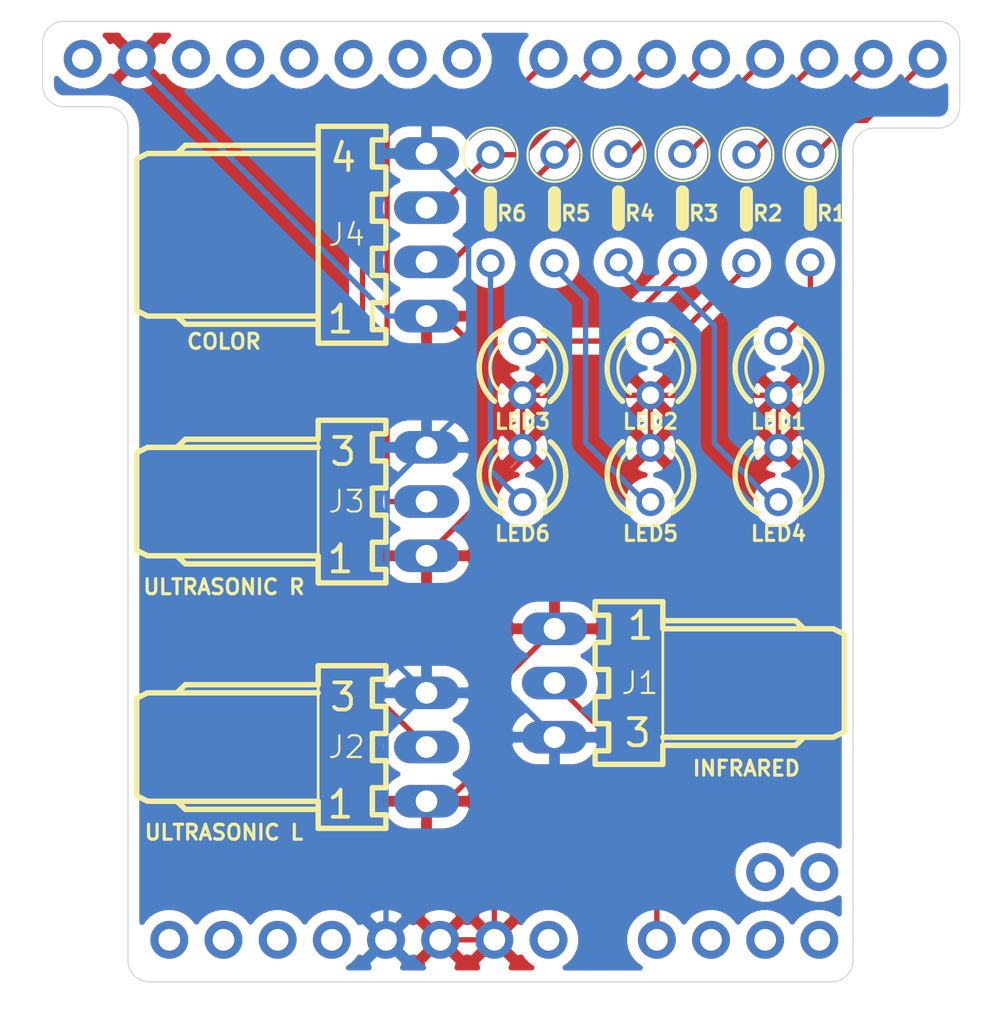
<source format=kicad_pcb>
(kicad_pcb (version 20171130) (host pcbnew 5.1.9)

  (general
    (thickness 1.6)
    (drawings 20)
    (tracks 90)
    (zones 0)
    (modules 21)
    (nets 35)
  )

  (page A4)
  (title_block
    (title "IDP Main PCB")
    (date 2021-03-05)
    (rev 1)
    (company "Team Optimal")
    (comment 1 "IDP L211")
    (comment 4 "Designed by Eleanor Clifford")
  )

  (layers
    (0 Top signal)
    (1 Route2 signal)
    (2 Route3 signal)
    (3 Route4 signal)
    (4 Route5 signal)
    (5 Route6 signal)
    (6 Route7 signal)
    (7 Route8 signal)
    (8 Route9 signal)
    (9 Route10 signal)
    (10 Route11 signal)
    (11 Route12 signal)
    (12 Route13 signal)
    (13 Route14 signal)
    (14 Route15 signal)
    (31 Bottom signal)
    (32 B.Adhes user)
    (33 F.Adhes user)
    (34 B.Paste user)
    (35 F.Paste user)
    (36 B.SilkS user)
    (37 F.SilkS user)
    (38 B.Mask user)
    (39 F.Mask user)
    (40 Dwgs.User user)
    (41 Cmts.User user)
    (42 Eco1.User user)
    (43 Eco2.User user)
    (44 Edge.Cuts user)
    (45 Margin user)
    (46 B.CrtYd user)
    (47 F.CrtYd user)
    (48 B.Fab user)
    (49 F.Fab user)
  )

  (setup
    (last_trace_width 0.25)
    (trace_clearance 0.2)
    (zone_clearance 0.508)
    (zone_45_only no)
    (trace_min 0.2)
    (via_size 0.8)
    (via_drill 0.4)
    (via_min_size 0.4)
    (via_min_drill 0.3)
    (uvia_size 0.3)
    (uvia_drill 0.1)
    (uvias_allowed no)
    (uvia_min_size 0.2)
    (uvia_min_drill 0.1)
    (edge_width 0.05)
    (segment_width 0.2)
    (pcb_text_width 0.3)
    (pcb_text_size 1.5 1.5)
    (mod_edge_width 0.12)
    (mod_text_size 1 1)
    (mod_text_width 0.15)
    (pad_size 1.524 1.524)
    (pad_drill 0.762)
    (pad_to_mask_clearance 0)
    (aux_axis_origin 0 0)
    (visible_elements FFFFFF7F)
    (pcbplotparams
      (layerselection 0x010fc_ffffffff)
      (usegerberextensions false)
      (usegerberattributes true)
      (usegerberadvancedattributes true)
      (creategerberjobfile true)
      (excludeedgelayer true)
      (linewidth 0.100000)
      (plotframeref false)
      (viasonmask false)
      (mode 1)
      (useauxorigin false)
      (hpglpennumber 1)
      (hpglpenspeed 20)
      (hpglpendiameter 15.000000)
      (psnegative false)
      (psa4output false)
      (plotreference true)
      (plotvalue true)
      (plotinvisibletext false)
      (padsonsilk false)
      (subtractmaskfromsilk false)
      (outputformat 1)
      (mirror false)
      (drillshape 1)
      (scaleselection 1)
      (outputdirectory ""))
  )

  (net 0 "")
  (net 1 GND)
  (net 2 +5V)
  (net 3 "/Adafruit Motor Shield v2/A3")
  (net 4 "/Adafruit Motor Shield v2/A2")
  (net 5 "/Adafruit Motor Shield v2/A1")
  (net 6 /infra_red)
  (net 7 /ultrasonic_left)
  (net 8 /ultrasonic_right)
  (net 9 /red)
  (net 10 /green)
  (net 11 /proximity)
  (net 12 /status_2)
  (net 13 /status_1)
  (net 14 /status_0)
  (net 15 "/Adafruit Motor Shield v2/A5SCL")
  (net 16 "/Adafruit Motor Shield v2/A4SDA")
  (net 17 "/Adafruit Motor Shield v2/VIN")
  (net 18 "/Adafruit Motor Shield v2/RESET")
  (net 19 "/Adafruit Motor Shield v2/IOREF")
  (net 20 "/Adafruit Motor Shield v2/RESERVED")
  (net 21 "/Adafruit Motor Shield v2/AREF")
  (net 22 "/Adafruit Motor Shield v2/D13")
  (net 23 "/Adafruit Motor Shield v2/D12")
  (net 24 "/Adafruit Motor Shield v2/D11")
  (net 25 "/Adafruit Motor Shield v2/D10")
  (net 26 "/Adafruit Motor Shield v2/D9")
  (net 27 "/Adafruit Motor Shield v2/D8")
  (net 28 "Net-(LED1-PadA)")
  (net 29 "Net-(LED2-PadA)")
  (net 30 "Net-(LED3-PadA)")
  (net 31 "Net-(LED4-PadA)")
  (net 32 "Net-(LED5-PadA)")
  (net 33 "Net-(LED6-PadA)")
  (net 34 "/Adafruit Motor Shield v2/3V")

  (net_class Default "This is the default net class."
    (clearance 0.2)
    (trace_width 0.25)
    (via_dia 0.8)
    (via_drill 0.4)
    (uvia_dia 0.3)
    (uvia_drill 0.1)
    (add_net +5V)
    (add_net "/Adafruit Motor Shield v2/3V")
    (add_net "/Adafruit Motor Shield v2/A1")
    (add_net "/Adafruit Motor Shield v2/A2")
    (add_net "/Adafruit Motor Shield v2/A3")
    (add_net "/Adafruit Motor Shield v2/A4SDA")
    (add_net "/Adafruit Motor Shield v2/A5SCL")
    (add_net "/Adafruit Motor Shield v2/AREF")
    (add_net "/Adafruit Motor Shield v2/D10")
    (add_net "/Adafruit Motor Shield v2/D11")
    (add_net "/Adafruit Motor Shield v2/D12")
    (add_net "/Adafruit Motor Shield v2/D13")
    (add_net "/Adafruit Motor Shield v2/D8")
    (add_net "/Adafruit Motor Shield v2/D9")
    (add_net "/Adafruit Motor Shield v2/IOREF")
    (add_net "/Adafruit Motor Shield v2/RESERVED")
    (add_net "/Adafruit Motor Shield v2/RESET")
    (add_net "/Adafruit Motor Shield v2/VIN")
    (add_net /green)
    (add_net /infra_red)
    (add_net /proximity)
    (add_net /red)
    (add_net /status_0)
    (add_net /status_1)
    (add_net /status_2)
    (add_net /ultrasonic_left)
    (add_net /ultrasonic_right)
    (add_net GND)
    (add_net "Net-(LED1-PadA)")
    (add_net "Net-(LED2-PadA)")
    (add_net "Net-(LED3-PadA)")
    (add_net "Net-(LED4-PadA)")
    (add_net "Net-(LED5-PadA)")
    (add_net "Net-(LED6-PadA)")
  )

  (module IDP:IDP_library_0207_5V (layer Top) (tedit 6046CD78) (tstamp 60478BFC)
    (at 93 59.79 270)
    (descr RESISTOR)
    (tags RESISTOR)
    (path /604D14D1)
    (attr virtual)
    (fp_text reference R6 (at 0.21 -1 180) (layer F.SilkS)
      (effects (font (size 0.7 0.7) (thickness 0.15)))
    )
    (fp_text value 270R (at 2.667 1.524 90) (layer F.SilkS) hide
      (effects (font (size 0.7 0.7) (thickness 0.15)))
    )
    (fp_line (start -2.54 0) (end -0.889 0) (layer Dwgs.User) (width 0.6096))
    (fp_line (start -0.762 0) (end 0.762 0) (layer F.SilkS) (width 0.6096))
    (fp_line (start 0.889 0) (end 2.54 0) (layer Dwgs.User) (width 0.6096))
    (fp_circle (center -2.54 0) (end -2.54 -1.27) (layer F.SilkS) (width 0.1016))
    (fp_circle (center -2.54 0) (end -2.54 -1.016) (layer Dwgs.User) (width 0.1524))
    (pad 2 thru_hole circle (at 2.54 0 270) (size 1.3208 2.6416) (drill 0.8128) (layers *.Cu *.Paste *.Mask)
      (net 33 "Net-(LED6-PadA)"))
    (pad 1 thru_hole circle (at -2.54 0 270) (size 1.3208 1.3208) (drill 0.8128) (layers *.Cu *.Paste *.Mask)
      (net 10 /green))
    (model ${KISYS3DMOD}/Resistor_THT.3dshapes/R_Axial_DIN0204_L3.6mm_D1.6mm_P5.08mm_Horizontal.step
      (offset (xyz -2.5 0 0.5))
      (scale (xyz 1 1 1))
      (rotate (xyz 0 0 0))
    )
  )

  (module IDP:IDP_library_0207_5V (layer Top) (tedit 6046CD78) (tstamp 60478F44)
    (at 96 59.79 270)
    (descr RESISTOR)
    (tags RESISTOR)
    (path /6075F01D)
    (attr virtual)
    (fp_text reference R5 (at 0.21 -1 180) (layer F.SilkS)
      (effects (font (size 0.7 0.7) (thickness 0.15)))
    )
    (fp_text value 270R (at 2.667 1.524 90) (layer F.SilkS) hide
      (effects (font (size 0.7 0.7) (thickness 0.15)))
    )
    (fp_line (start -2.54 0) (end -0.889 0) (layer Dwgs.User) (width 0.6096))
    (fp_line (start -0.762 0) (end 0.762 0) (layer F.SilkS) (width 0.6096))
    (fp_line (start 0.889 0) (end 2.54 0) (layer Dwgs.User) (width 0.6096))
    (fp_circle (center -2.54 0) (end -2.54 -1.27) (layer F.SilkS) (width 0.1016))
    (fp_circle (center -2.54 0) (end -2.54 -1.016) (layer Dwgs.User) (width 0.1524))
    (pad 2 thru_hole circle (at 2.54 0 270) (size 1.3208 2.6416) (drill 0.8128) (layers *.Cu *.Paste *.Mask)
      (net 32 "Net-(LED5-PadA)"))
    (pad 1 thru_hole circle (at -2.54 0 270) (size 1.3208 1.3208) (drill 0.8128) (layers *.Cu *.Paste *.Mask)
      (net 9 /red))
    (model ${KISYS3DMOD}/Resistor_THT.3dshapes/R_Axial_DIN0204_L3.6mm_D1.6mm_P5.08mm_Horizontal.step
      (offset (xyz -2.5 0 0.5))
      (scale (xyz 1 1 1))
      (rotate (xyz 0 0 0))
    )
  )

  (module IDP:IDP_library_0207_5V (layer Top) (tedit 6046CD78) (tstamp 60478F26)
    (at 99 59.75 270)
    (descr RESISTOR)
    (tags RESISTOR)
    (path /604D1703)
    (attr virtual)
    (fp_text reference R4 (at 0.25 -1 180) (layer F.SilkS)
      (effects (font (size 0.7 0.7) (thickness 0.15)))
    )
    (fp_text value 270R (at 2.667 1.524 90) (layer F.SilkS) hide
      (effects (font (size 0.7 0.7) (thickness 0.15)))
    )
    (fp_line (start -2.54 0) (end -0.889 0) (layer Dwgs.User) (width 0.6096))
    (fp_line (start -0.762 0) (end 0.762 0) (layer F.SilkS) (width 0.6096))
    (fp_line (start 0.889 0) (end 2.54 0) (layer Dwgs.User) (width 0.6096))
    (fp_circle (center -2.54 0) (end -2.54 -1.27) (layer F.SilkS) (width 0.1016))
    (fp_circle (center -2.54 0) (end -2.54 -1.016) (layer Dwgs.User) (width 0.1524))
    (pad 2 thru_hole circle (at 2.54 0 270) (size 1.3208 2.6416) (drill 0.8128) (layers *.Cu *.Paste *.Mask)
      (net 31 "Net-(LED4-PadA)"))
    (pad 1 thru_hole circle (at -2.54 0 270) (size 1.3208 1.3208) (drill 0.8128) (layers *.Cu *.Paste *.Mask)
      (net 11 /proximity))
    (model ${KISYS3DMOD}/Resistor_THT.3dshapes/R_Axial_DIN0204_L3.6mm_D1.6mm_P5.08mm_Horizontal.step
      (offset (xyz -2.5 0 0.5))
      (scale (xyz 1 1 1))
      (rotate (xyz 0 0 0))
    )
  )

  (module IDP:IDP_library_0207_5V (layer Top) (tedit 6046CD78) (tstamp 604790DC)
    (at 102 59.75 270)
    (descr RESISTOR)
    (tags RESISTOR)
    (path /604D196C)
    (attr virtual)
    (fp_text reference R3 (at 0.25 -1 180) (layer F.SilkS)
      (effects (font (size 0.7 0.7) (thickness 0.15)))
    )
    (fp_text value 270R (at 2.667 1.524 90) (layer F.SilkS) hide
      (effects (font (size 0.7 0.7) (thickness 0.15)))
    )
    (fp_line (start -2.54 0) (end -0.889 0) (layer Dwgs.User) (width 0.6096))
    (fp_line (start -0.762 0) (end 0.762 0) (layer F.SilkS) (width 0.6096))
    (fp_line (start 0.889 0) (end 2.54 0) (layer Dwgs.User) (width 0.6096))
    (fp_circle (center -2.54 0) (end -2.54 -1.27) (layer F.SilkS) (width 0.1016))
    (fp_circle (center -2.54 0) (end -2.54 -1.016) (layer Dwgs.User) (width 0.1524))
    (pad 2 thru_hole circle (at 2.54 0 270) (size 1.3208 2.6416) (drill 0.8128) (layers *.Cu *.Paste *.Mask)
      (net 30 "Net-(LED3-PadA)"))
    (pad 1 thru_hole circle (at -2.54 0 270) (size 1.3208 1.3208) (drill 0.8128) (layers *.Cu *.Paste *.Mask)
      (net 12 /status_2))
    (model ${KISYS3DMOD}/Resistor_THT.3dshapes/R_Axial_DIN0204_L3.6mm_D1.6mm_P5.08mm_Horizontal.step
      (offset (xyz -2.5 0 0.5))
      (scale (xyz 1 1 1))
      (rotate (xyz 0 0 0))
    )
  )

  (module IDP:IDP_library_0207_5V (layer Top) (tedit 6046CD78) (tstamp 604790FA)
    (at 105 59.79 270)
    (descr RESISTOR)
    (tags RESISTOR)
    (path /604D1BF8)
    (attr virtual)
    (fp_text reference R2 (at 0.21 -1 180) (layer F.SilkS)
      (effects (font (size 0.7 0.7) (thickness 0.15)))
    )
    (fp_text value 270R (at 2.667 1.524 90) (layer F.SilkS) hide
      (effects (font (size 0.7 0.7) (thickness 0.15)))
    )
    (fp_line (start -2.54 0) (end -0.889 0) (layer Dwgs.User) (width 0.6096))
    (fp_line (start -0.762 0) (end 0.762 0) (layer F.SilkS) (width 0.6096))
    (fp_line (start 0.889 0) (end 2.54 0) (layer Dwgs.User) (width 0.6096))
    (fp_circle (center -2.54 0) (end -2.54 -1.27) (layer F.SilkS) (width 0.1016))
    (fp_circle (center -2.54 0) (end -2.54 -1.016) (layer Dwgs.User) (width 0.1524))
    (pad 2 thru_hole circle (at 2.54 0 270) (size 1.3208 2.6416) (drill 0.8128) (layers *.Cu *.Paste *.Mask)
      (net 29 "Net-(LED2-PadA)"))
    (pad 1 thru_hole circle (at -2.54 0 270) (size 1.3208 1.3208) (drill 0.8128) (layers *.Cu *.Paste *.Mask)
      (net 13 /status_1))
    (model ${KISYS3DMOD}/Resistor_THT.3dshapes/R_Axial_DIN0204_L3.6mm_D1.6mm_P5.08mm_Horizontal.step
      (offset (xyz -2.5 0 0.5))
      (scale (xyz 1 1 1))
      (rotate (xyz 0 0 0))
    )
  )

  (module IDP:IDP_library_0207_5V (layer Top) (tedit 6046CD78) (tstamp 60479118)
    (at 108 59.75 270)
    (descr RESISTOR)
    (tags RESISTOR)
    (path /604D21F9)
    (attr virtual)
    (fp_text reference R1 (at 0.25 -1 180) (layer F.SilkS)
      (effects (font (size 0.7 0.7) (thickness 0.15)))
    )
    (fp_text value 270R (at 2.667 1.524 90) (layer F.SilkS) hide
      (effects (font (size 0.7 0.7) (thickness 0.15)))
    )
    (fp_line (start -2.54 0) (end -0.889 0) (layer Dwgs.User) (width 0.6096))
    (fp_line (start -0.762 0) (end 0.762 0) (layer F.SilkS) (width 0.6096))
    (fp_line (start 0.889 0) (end 2.54 0) (layer Dwgs.User) (width 0.6096))
    (fp_circle (center -2.54 0) (end -2.54 -1.27) (layer F.SilkS) (width 0.1016))
    (fp_circle (center -2.54 0) (end -2.54 -1.016) (layer Dwgs.User) (width 0.1524))
    (pad 2 thru_hole circle (at 2.54 0 270) (size 1.3208 2.6416) (drill 0.8128) (layers *.Cu *.Paste *.Mask)
      (net 28 "Net-(LED1-PadA)"))
    (pad 1 thru_hole circle (at -2.54 0 270) (size 1.3208 1.3208) (drill 0.8128) (layers *.Cu *.Paste *.Mask)
      (net 14 /status_0))
    (model ${KISYS3DMOD}/Resistor_THT.3dshapes/R_Axial_DIN0204_L3.6mm_D1.6mm_P5.08mm_Horizontal.step
      (offset (xyz -2.5 0 0.5))
      (scale (xyz 1 1 1))
      (rotate (xyz 0 0 0))
    )
  )

  (module IDP:IDP_library_LED3MM (layer Top) (tedit 6046CC3A) (tstamp 60479144)
    (at 94.5 72.25 90)
    (descr LED)
    (tags LED)
    (path /6041250D)
    (attr virtual)
    (fp_text reference LED6 (at -2.75 0 180) (layer F.SilkS)
      (effects (font (size 0.7 0.7) (thickness 0.15)))
    )
    (fp_text value GREEN_3MM (at 5.715 1.016 90) (layer F.SilkS) hide
      (effects (font (size 0.7 0.7) (thickness 0.15)))
    )
    (fp_line (start 1.5748 1.27) (end 1.5748 -1.27) (layer Dwgs.User) (width 0.254))
    (fp_arc (start 0 0) (end -1.72974 1.06426) (angle 31.6) (layer Dwgs.User) (width 0.254))
    (fp_arc (start 0 0) (end -2.032 0) (angle 28.3) (layer Dwgs.User) (width 0.254))
    (fp_arc (start 0 0) (end 0 2.032) (angle 60.2) (layer F.SilkS) (width 0.254))
    (fp_arc (start 0 0) (end 1.5494 1.31064) (angle 49.7) (layer F.SilkS) (width 0.254))
    (fp_arc (start 0 0) (end -1.7907 -0.95504) (angle 61.9) (layer F.SilkS) (width 0.254))
    (fp_arc (start 0 0) (end 0 -2.032) (angle 50.1) (layer F.SilkS) (width 0.254))
    (fp_arc (start 0 0) (end 1.016 0) (angle 90) (layer Dwgs.User) (width 0.1524))
    (fp_arc (start 0 0) (end 0.635 0) (angle 90) (layer Dwgs.User) (width 0.1524))
    (fp_arc (start 0 0) (end -1.016 0) (angle 90) (layer Dwgs.User) (width 0.1524))
    (fp_arc (start 0 0) (end -0.635 0) (angle 90) (layer Dwgs.User) (width 0.1524))
    (fp_arc (start 0 0) (end 0 1.524) (angle 52.1) (layer F.SilkS) (width 0.1524))
    (fp_arc (start 0 0) (end 1.20142 0.93472) (angle 52.1) (layer F.SilkS) (width 0.1524))
    (fp_arc (start 0 0) (end -1.2192 -0.9144) (angle 53.1) (layer F.SilkS) (width 0.1524))
    (fp_arc (start 0 0) (end 0 -1.524) (angle 54.4) (layer F.SilkS) (width 0.1524))
    (fp_arc (start 0 0) (end 1.524 0) (angle 39.8) (layer Dwgs.User) (width 0.1524))
    (fp_arc (start 0 0) (end 1.1557 -0.9906) (angle 40.6) (layer Dwgs.User) (width 0.1524))
    (fp_arc (start 0 0) (end -1.13792 1.01092) (angle 41.6) (layer Dwgs.User) (width 0.1524))
    (fp_arc (start 0 0) (end -1.524 0) (angle 39.8) (layer Dwgs.User) (width 0.1524))
    (pad K thru_hole circle (at 1.27 0 90) (size 1.3208 2.6416) (drill 0.8128) (layers *.Cu *.Paste *.Mask)
      (net 1 GND))
    (pad A thru_hole circle (at -1.27 0 90) (size 1.3208 2.6416) (drill 0.8128) (layers *.Cu *.Paste *.Mask)
      (net 33 "Net-(LED6-PadA)"))
    (model ${KISYS3DMOD}/LED_THT.3dshapes/LED_D3.0mm_Clear.wrl
      (offset (xyz -1.27 0 -2))
      (scale (xyz 1 1 1))
      (rotate (xyz 0 0 0))
    )
  )

  (module IDP:IDP_library_LED3MM (layer Top) (tedit 6046CC3A) (tstamp 60478A00)
    (at 100.5 72.25 90)
    (descr LED)
    (tags LED)
    (path /604124F8)
    (attr virtual)
    (fp_text reference LED5 (at -2.75 0 180) (layer F.SilkS)
      (effects (font (size 0.7 0.7) (thickness 0.15)))
    )
    (fp_text value RED_3MM (at 5.715 1.016 90) (layer F.SilkS) hide
      (effects (font (size 0.7 0.7) (thickness 0.15)))
    )
    (fp_line (start 1.5748 1.27) (end 1.5748 -1.27) (layer Dwgs.User) (width 0.254))
    (fp_arc (start 0 0) (end -1.72974 1.06426) (angle 31.6) (layer Dwgs.User) (width 0.254))
    (fp_arc (start 0 0) (end -2.032 0) (angle 28.3) (layer Dwgs.User) (width 0.254))
    (fp_arc (start 0 0) (end 0 2.032) (angle 60.2) (layer F.SilkS) (width 0.254))
    (fp_arc (start 0 0) (end 1.5494 1.31064) (angle 49.7) (layer F.SilkS) (width 0.254))
    (fp_arc (start 0 0) (end -1.7907 -0.95504) (angle 61.9) (layer F.SilkS) (width 0.254))
    (fp_arc (start 0 0) (end 0 -2.032) (angle 50.1) (layer F.SilkS) (width 0.254))
    (fp_arc (start 0 0) (end 1.016 0) (angle 90) (layer Dwgs.User) (width 0.1524))
    (fp_arc (start 0 0) (end 0.635 0) (angle 90) (layer Dwgs.User) (width 0.1524))
    (fp_arc (start 0 0) (end -1.016 0) (angle 90) (layer Dwgs.User) (width 0.1524))
    (fp_arc (start 0 0) (end -0.635 0) (angle 90) (layer Dwgs.User) (width 0.1524))
    (fp_arc (start 0 0) (end 0 1.524) (angle 52.1) (layer F.SilkS) (width 0.1524))
    (fp_arc (start 0 0) (end 1.20142 0.93472) (angle 52.1) (layer F.SilkS) (width 0.1524))
    (fp_arc (start 0 0) (end -1.2192 -0.9144) (angle 53.1) (layer F.SilkS) (width 0.1524))
    (fp_arc (start 0 0) (end 0 -1.524) (angle 54.4) (layer F.SilkS) (width 0.1524))
    (fp_arc (start 0 0) (end 1.524 0) (angle 39.8) (layer Dwgs.User) (width 0.1524))
    (fp_arc (start 0 0) (end 1.1557 -0.9906) (angle 40.6) (layer Dwgs.User) (width 0.1524))
    (fp_arc (start 0 0) (end -1.13792 1.01092) (angle 41.6) (layer Dwgs.User) (width 0.1524))
    (fp_arc (start 0 0) (end -1.524 0) (angle 39.8) (layer Dwgs.User) (width 0.1524))
    (pad K thru_hole circle (at 1.27 0 90) (size 1.3208 2.6416) (drill 0.8128) (layers *.Cu *.Paste *.Mask)
      (net 1 GND))
    (pad A thru_hole circle (at -1.27 0 90) (size 1.3208 2.6416) (drill 0.8128) (layers *.Cu *.Paste *.Mask)
      (net 32 "Net-(LED5-PadA)"))
    (model ${KISYS3DMOD}/LED_THT.3dshapes/LED_D3.0mm_Clear.wrl
      (offset (xyz -1.27 0 -2))
      (scale (xyz 1 1 1))
      (rotate (xyz 0 0 0))
    )
  )

  (module IDP:IDP_library_LED3MM (layer Top) (tedit 6046CC3A) (tstamp 60478E4D)
    (at 106.5 72.25 90)
    (descr LED)
    (tags LED)
    (path /604124E3)
    (attr virtual)
    (fp_text reference LED4 (at -2.75 0 180) (layer F.SilkS)
      (effects (font (size 0.7 0.7) (thickness 0.15)))
    )
    (fp_text value YELLOW_3MM (at 5.715 1.016 90) (layer F.SilkS) hide
      (effects (font (size 0.7 0.7) (thickness 0.15)))
    )
    (fp_line (start 1.5748 1.27) (end 1.5748 -1.27) (layer Dwgs.User) (width 0.254))
    (fp_arc (start 0 0) (end -1.72974 1.06426) (angle 31.6) (layer Dwgs.User) (width 0.254))
    (fp_arc (start 0 0) (end -2.032 0) (angle 28.3) (layer Dwgs.User) (width 0.254))
    (fp_arc (start 0 0) (end 0 2.032) (angle 60.2) (layer F.SilkS) (width 0.254))
    (fp_arc (start 0 0) (end 1.5494 1.31064) (angle 49.7) (layer F.SilkS) (width 0.254))
    (fp_arc (start 0 0) (end -1.7907 -0.95504) (angle 61.9) (layer F.SilkS) (width 0.254))
    (fp_arc (start 0 0) (end 0 -2.032) (angle 50.1) (layer F.SilkS) (width 0.254))
    (fp_arc (start 0 0) (end 1.016 0) (angle 90) (layer Dwgs.User) (width 0.1524))
    (fp_arc (start 0 0) (end 0.635 0) (angle 90) (layer Dwgs.User) (width 0.1524))
    (fp_arc (start 0 0) (end -1.016 0) (angle 90) (layer Dwgs.User) (width 0.1524))
    (fp_arc (start 0 0) (end -0.635 0) (angle 90) (layer Dwgs.User) (width 0.1524))
    (fp_arc (start 0 0) (end 0 1.524) (angle 52.1) (layer F.SilkS) (width 0.1524))
    (fp_arc (start 0 0) (end 1.20142 0.93472) (angle 52.1) (layer F.SilkS) (width 0.1524))
    (fp_arc (start 0 0) (end -1.2192 -0.9144) (angle 53.1) (layer F.SilkS) (width 0.1524))
    (fp_arc (start 0 0) (end 0 -1.524) (angle 54.4) (layer F.SilkS) (width 0.1524))
    (fp_arc (start 0 0) (end 1.524 0) (angle 39.8) (layer Dwgs.User) (width 0.1524))
    (fp_arc (start 0 0) (end 1.1557 -0.9906) (angle 40.6) (layer Dwgs.User) (width 0.1524))
    (fp_arc (start 0 0) (end -1.13792 1.01092) (angle 41.6) (layer Dwgs.User) (width 0.1524))
    (fp_arc (start 0 0) (end -1.524 0) (angle 39.8) (layer Dwgs.User) (width 0.1524))
    (pad K thru_hole circle (at 1.27 0 90) (size 1.3208 2.6416) (drill 0.8128) (layers *.Cu *.Paste *.Mask)
      (net 1 GND))
    (pad A thru_hole circle (at -1.27 0 90) (size 1.3208 2.6416) (drill 0.8128) (layers *.Cu *.Paste *.Mask)
      (net 31 "Net-(LED4-PadA)"))
    (model ${KISYS3DMOD}/LED_THT.3dshapes/LED_D3.0mm_Clear.wrl
      (offset (xyz -1.27 0 -2))
      (scale (xyz 1 1 1))
      (rotate (xyz 0 0 0))
    )
  )

  (module IDP:IDP_library_LED3MM (layer Top) (tedit 6046CC3A) (tstamp 60478A51)
    (at 94.5 67.25 270)
    (descr LED)
    (tags LED)
    (path /606B1B5B)
    (attr virtual)
    (fp_text reference LED3 (at 2.5 0 180) (layer F.SilkS)
      (effects (font (size 0.7 0.7) (thickness 0.15)))
    )
    (fp_text value BLUE_3MM (at 5.715 1.016 90) (layer F.SilkS) hide
      (effects (font (size 0.7 0.7) (thickness 0.15)))
    )
    (fp_line (start 1.5748 1.27) (end 1.5748 -1.27) (layer Dwgs.User) (width 0.254))
    (fp_arc (start 0 0) (end -1.72974 1.06426) (angle 31.6) (layer Dwgs.User) (width 0.254))
    (fp_arc (start 0 0) (end -2.032 0) (angle 28.3) (layer Dwgs.User) (width 0.254))
    (fp_arc (start 0 0) (end 0 2.032) (angle 60.2) (layer F.SilkS) (width 0.254))
    (fp_arc (start 0 0) (end 1.5494 1.31064) (angle 49.7) (layer F.SilkS) (width 0.254))
    (fp_arc (start 0 0) (end -1.7907 -0.95504) (angle 61.9) (layer F.SilkS) (width 0.254))
    (fp_arc (start 0 0) (end 0 -2.032) (angle 50.1) (layer F.SilkS) (width 0.254))
    (fp_arc (start 0 0) (end 1.016 0) (angle 90) (layer Dwgs.User) (width 0.1524))
    (fp_arc (start 0 0) (end 0.635 0) (angle 90) (layer Dwgs.User) (width 0.1524))
    (fp_arc (start 0 0) (end -1.016 0) (angle 90) (layer Dwgs.User) (width 0.1524))
    (fp_arc (start 0 0) (end -0.635 0) (angle 90) (layer Dwgs.User) (width 0.1524))
    (fp_arc (start 0 0) (end 0 1.524) (angle 52.1) (layer F.SilkS) (width 0.1524))
    (fp_arc (start 0 0) (end 1.20142 0.93472) (angle 52.1) (layer F.SilkS) (width 0.1524))
    (fp_arc (start 0 0) (end -1.2192 -0.9144) (angle 53.1) (layer F.SilkS) (width 0.1524))
    (fp_arc (start 0 0) (end 0 -1.524) (angle 54.4) (layer F.SilkS) (width 0.1524))
    (fp_arc (start 0 0) (end 1.524 0) (angle 39.8) (layer Dwgs.User) (width 0.1524))
    (fp_arc (start 0 0) (end 1.1557 -0.9906) (angle 40.6) (layer Dwgs.User) (width 0.1524))
    (fp_arc (start 0 0) (end -1.13792 1.01092) (angle 41.6) (layer Dwgs.User) (width 0.1524))
    (fp_arc (start 0 0) (end -1.524 0) (angle 39.8) (layer Dwgs.User) (width 0.1524))
    (pad K thru_hole circle (at 1.27 0 270) (size 1.3208 2.6416) (drill 0.8128) (layers *.Cu *.Paste *.Mask)
      (net 1 GND))
    (pad A thru_hole circle (at -1.27 0 270) (size 1.3208 2.6416) (drill 0.8128) (layers *.Cu *.Paste *.Mask)
      (net 30 "Net-(LED3-PadA)"))
    (model ${KISYS3DMOD}/LED_THT.3dshapes/LED_D3.0mm_Clear.wrl
      (offset (xyz -1.27 0 -2))
      (scale (xyz 1 1 1))
      (rotate (xyz 0 0 0))
    )
  )

  (module IDP:IDP_library_LED3MM (layer Top) (tedit 6046CC3A) (tstamp 6047908D)
    (at 100.5 67.25 270)
    (descr LED)
    (tags LED)
    (path /606B1B46)
    (attr virtual)
    (fp_text reference LED2 (at 2.5 0 180) (layer F.SilkS)
      (effects (font (size 0.7 0.7) (thickness 0.15)))
    )
    (fp_text value BLUE_3MM (at 5.715 1.016 90) (layer F.SilkS) hide
      (effects (font (size 0.7 0.7) (thickness 0.15)))
    )
    (fp_line (start 1.5748 1.27) (end 1.5748 -1.27) (layer Dwgs.User) (width 0.254))
    (fp_arc (start 0 0) (end -1.72974 1.06426) (angle 31.6) (layer Dwgs.User) (width 0.254))
    (fp_arc (start 0 0) (end -2.032 0) (angle 28.3) (layer Dwgs.User) (width 0.254))
    (fp_arc (start 0 0) (end 0 2.032) (angle 60.2) (layer F.SilkS) (width 0.254))
    (fp_arc (start 0 0) (end 1.5494 1.31064) (angle 49.7) (layer F.SilkS) (width 0.254))
    (fp_arc (start 0 0) (end -1.7907 -0.95504) (angle 61.9) (layer F.SilkS) (width 0.254))
    (fp_arc (start 0 0) (end 0 -2.032) (angle 50.1) (layer F.SilkS) (width 0.254))
    (fp_arc (start 0 0) (end 1.016 0) (angle 90) (layer Dwgs.User) (width 0.1524))
    (fp_arc (start 0 0) (end 0.635 0) (angle 90) (layer Dwgs.User) (width 0.1524))
    (fp_arc (start 0 0) (end -1.016 0) (angle 90) (layer Dwgs.User) (width 0.1524))
    (fp_arc (start 0 0) (end -0.635 0) (angle 90) (layer Dwgs.User) (width 0.1524))
    (fp_arc (start 0 0) (end 0 1.524) (angle 52.1) (layer F.SilkS) (width 0.1524))
    (fp_arc (start 0 0) (end 1.20142 0.93472) (angle 52.1) (layer F.SilkS) (width 0.1524))
    (fp_arc (start 0 0) (end -1.2192 -0.9144) (angle 53.1) (layer F.SilkS) (width 0.1524))
    (fp_arc (start 0 0) (end 0 -1.524) (angle 54.4) (layer F.SilkS) (width 0.1524))
    (fp_arc (start 0 0) (end 1.524 0) (angle 39.8) (layer Dwgs.User) (width 0.1524))
    (fp_arc (start 0 0) (end 1.1557 -0.9906) (angle 40.6) (layer Dwgs.User) (width 0.1524))
    (fp_arc (start 0 0) (end -1.13792 1.01092) (angle 41.6) (layer Dwgs.User) (width 0.1524))
    (fp_arc (start 0 0) (end -1.524 0) (angle 39.8) (layer Dwgs.User) (width 0.1524))
    (pad K thru_hole circle (at 1.27 0 270) (size 1.3208 2.6416) (drill 0.8128) (layers *.Cu *.Paste *.Mask)
      (net 1 GND))
    (pad A thru_hole circle (at -1.27 0 270) (size 1.3208 2.6416) (drill 0.8128) (layers *.Cu *.Paste *.Mask)
      (net 29 "Net-(LED2-PadA)"))
    (model ${KISYS3DMOD}/LED_THT.3dshapes/LED_D3.0mm_Clear.wrl
      (offset (xyz -1.27 0 -2))
      (scale (xyz 1 1 1))
      (rotate (xyz 0 0 0))
    )
  )

  (module IDP:IDP_library_LED3MM (layer Top) (tedit 6046CC3A) (tstamp 60478C28)
    (at 106.5 67.25 270)
    (descr LED)
    (tags LED)
    (path /606B1B31)
    (attr virtual)
    (fp_text reference LED1 (at 2.5 0 180) (layer F.SilkS)
      (effects (font (size 0.7 0.7) (thickness 0.15)))
    )
    (fp_text value BLUE_3MM (at 5.715 1.016 90) (layer F.SilkS) hide
      (effects (font (size 0.7 0.7) (thickness 0.15)))
    )
    (fp_line (start 1.5748 1.27) (end 1.5748 -1.27) (layer Dwgs.User) (width 0.254))
    (fp_arc (start 0 0) (end -1.72974 1.06426) (angle 31.6) (layer Dwgs.User) (width 0.254))
    (fp_arc (start 0 0) (end -2.032 0) (angle 28.3) (layer Dwgs.User) (width 0.254))
    (fp_arc (start 0 0) (end 0 2.032) (angle 60.2) (layer F.SilkS) (width 0.254))
    (fp_arc (start 0 0) (end 1.5494 1.31064) (angle 49.7) (layer F.SilkS) (width 0.254))
    (fp_arc (start 0 0) (end -1.7907 -0.95504) (angle 61.9) (layer F.SilkS) (width 0.254))
    (fp_arc (start 0 0) (end 0 -2.032) (angle 50.1) (layer F.SilkS) (width 0.254))
    (fp_arc (start 0 0) (end 1.016 0) (angle 90) (layer Dwgs.User) (width 0.1524))
    (fp_arc (start 0 0) (end 0.635 0) (angle 90) (layer Dwgs.User) (width 0.1524))
    (fp_arc (start 0 0) (end -1.016 0) (angle 90) (layer Dwgs.User) (width 0.1524))
    (fp_arc (start 0 0) (end -0.635 0) (angle 90) (layer Dwgs.User) (width 0.1524))
    (fp_arc (start 0 0) (end 0 1.524) (angle 52.1) (layer F.SilkS) (width 0.1524))
    (fp_arc (start 0 0) (end 1.20142 0.93472) (angle 52.1) (layer F.SilkS) (width 0.1524))
    (fp_arc (start 0 0) (end -1.2192 -0.9144) (angle 53.1) (layer F.SilkS) (width 0.1524))
    (fp_arc (start 0 0) (end 0 -1.524) (angle 54.4) (layer F.SilkS) (width 0.1524))
    (fp_arc (start 0 0) (end 1.524 0) (angle 39.8) (layer Dwgs.User) (width 0.1524))
    (fp_arc (start 0 0) (end 1.1557 -0.9906) (angle 40.6) (layer Dwgs.User) (width 0.1524))
    (fp_arc (start 0 0) (end -1.13792 1.01092) (angle 41.6) (layer Dwgs.User) (width 0.1524))
    (fp_arc (start 0 0) (end -1.524 0) (angle 39.8) (layer Dwgs.User) (width 0.1524))
    (pad K thru_hole circle (at 1.27 0 270) (size 1.3208 2.6416) (drill 0.8128) (layers *.Cu *.Paste *.Mask)
      (net 1 GND))
    (pad A thru_hole circle (at -1.27 0 270) (size 1.3208 2.6416) (drill 0.8128) (layers *.Cu *.Paste *.Mask)
      (net 28 "Net-(LED1-PadA)"))
    (model ${KISYS3DMOD}/LED_THT.3dshapes/LED_D3.0mm_Clear.wrl
      (offset (xyz -1.27 0 -2))
      (scale (xyz 1 1 1))
      (rotate (xyz 0 0 0))
    )
  )

  (module IDP:IDP_library_7395-03 (layer Top) (tedit 6046C3DD) (tstamp 60478CF5)
    (at 96 82 90)
    (descr "KK® 254 WIRE-TO-BOARD HEADER, RIGHT ANGLE, WITH FRICTION LOCK, 3 CIRCUITSDATASHEET")
    (tags "KK® 254 WIRE-TO-BOARD HEADER, RIGHT ANGLE, WITH FRICTION LOCK, 3 CIRCUITSDATASHEET")
    (path /6048F179)
    (attr virtual)
    (fp_text reference J1 (at 0 4) (layer F.SilkS)
      (effects (font (size 1.016 1.016) (thickness 0.1016)))
    )
    (fp_text value 22-05-7038-03 (at 5.07746 4.8768 180) (layer F.SilkS) hide
      (effects (font (size 0.8128 0.8128) (thickness 0.0762)))
    )
    (fp_line (start 2.286 0.254) (end 2.794 0.254) (layer Dwgs.User) (width 0.06604))
    (fp_line (start 2.794 0.254) (end 2.794 -0.254) (layer Dwgs.User) (width 0.06604))
    (fp_line (start 2.286 -0.254) (end 2.794 -0.254) (layer Dwgs.User) (width 0.06604))
    (fp_line (start 2.286 0.254) (end 2.286 -0.254) (layer Dwgs.User) (width 0.06604))
    (fp_line (start -0.254 0.254) (end 0.254 0.254) (layer Dwgs.User) (width 0.06604))
    (fp_line (start 0.254 0.254) (end 0.254 -0.254) (layer Dwgs.User) (width 0.06604))
    (fp_line (start -0.254 -0.254) (end 0.254 -0.254) (layer Dwgs.User) (width 0.06604))
    (fp_line (start -0.254 0.254) (end -0.254 -0.254) (layer Dwgs.User) (width 0.06604))
    (fp_line (start -2.794 0.254) (end -2.286 0.254) (layer Dwgs.User) (width 0.06604))
    (fp_line (start -2.286 0.254) (end -2.286 -0.254) (layer Dwgs.User) (width 0.06604))
    (fp_line (start -2.794 -0.254) (end -2.286 -0.254) (layer Dwgs.User) (width 0.06604))
    (fp_line (start -2.794 0.254) (end -2.794 -0.254) (layer Dwgs.User) (width 0.06604))
    (fp_line (start 2.286 2.5146) (end 2.794 2.5146) (layer Dwgs.User) (width 0.06604))
    (fp_line (start 2.794 2.5146) (end 2.794 0.2794) (layer Dwgs.User) (width 0.06604))
    (fp_line (start 2.286 0.2794) (end 2.794 0.2794) (layer Dwgs.User) (width 0.06604))
    (fp_line (start 2.286 2.5146) (end 2.286 0.2794) (layer Dwgs.User) (width 0.06604))
    (fp_line (start -0.254 2.5146) (end 0.254 2.5146) (layer Dwgs.User) (width 0.06604))
    (fp_line (start 0.254 2.5146) (end 0.254 0.2794) (layer Dwgs.User) (width 0.06604))
    (fp_line (start -0.254 0.2794) (end 0.254 0.2794) (layer Dwgs.User) (width 0.06604))
    (fp_line (start -0.254 2.5146) (end -0.254 0.2794) (layer Dwgs.User) (width 0.06604))
    (fp_line (start -2.794 2.5146) (end -2.286 2.5146) (layer Dwgs.User) (width 0.06604))
    (fp_line (start -2.286 2.5146) (end -2.286 0.2794) (layer Dwgs.User) (width 0.06604))
    (fp_line (start -2.794 0.2794) (end -2.286 0.2794) (layer Dwgs.User) (width 0.06604))
    (fp_line (start -2.794 2.5146) (end -2.794 0.2794) (layer Dwgs.User) (width 0.06604))
    (fp_line (start 3.81 5.08) (end 3.81 1.905) (layer F.SilkS) (width 0.254))
    (fp_line (start 3.81 1.905) (end 3.175 1.905) (layer F.SilkS) (width 0.254))
    (fp_line (start 3.175 1.905) (end 3.175 2.54) (layer F.SilkS) (width 0.254))
    (fp_line (start 3.175 2.54) (end 1.905 2.54) (layer F.SilkS) (width 0.254))
    (fp_line (start 1.905 2.54) (end 1.905 1.905) (layer F.SilkS) (width 0.254))
    (fp_line (start 1.905 1.905) (end 0.635 1.905) (layer F.SilkS) (width 0.254))
    (fp_line (start 0.635 1.905) (end 0.635 2.54) (layer F.SilkS) (width 0.254))
    (fp_line (start 0.635 2.54) (end -0.635 2.54) (layer F.SilkS) (width 0.254))
    (fp_line (start -0.635 2.54) (end -0.635 1.905) (layer F.SilkS) (width 0.254))
    (fp_line (start -0.635 1.905) (end -1.905 1.905) (layer F.SilkS) (width 0.254))
    (fp_line (start -1.905 1.905) (end -1.905 2.54) (layer F.SilkS) (width 0.254))
    (fp_line (start -1.905 2.54) (end -3.175 2.54) (layer F.SilkS) (width 0.254))
    (fp_line (start -3.175 2.54) (end -3.175 1.905) (layer F.SilkS) (width 0.254))
    (fp_line (start -3.175 1.905) (end -3.81 1.905) (layer F.SilkS) (width 0.254))
    (fp_line (start -3.81 1.905) (end -3.81 5.08) (layer F.SilkS) (width 0.254))
    (fp_line (start -3.81 5.08) (end -2.921 5.08) (layer F.SilkS) (width 0.254))
    (fp_line (start -2.921 5.08) (end 2.54 5.08) (layer F.SilkS) (width 0.127))
    (fp_line (start 2.54 5.08) (end 3.81 5.08) (layer F.SilkS) (width 0.254))
    (fp_line (start 2.54 5.08) (end 2.54 13.081) (layer F.SilkS) (width 0.254))
    (fp_line (start 2.54 13.081) (end 2.286 13.589) (layer F.SilkS) (width 0.254))
    (fp_line (start 2.286 13.589) (end -1.3208 13.589) (layer F.SilkS) (width 0.254))
    (fp_line (start -2.54 5.08) (end -2.54 13.081) (layer F.SilkS) (width 0.254))
    (fp_line (start -2.54 13.081) (end -2.286 13.589) (layer F.SilkS) (width 0.254))
    (fp_line (start -2.286 13.589) (end -1.2192 13.589) (layer F.SilkS) (width 0.254))
    (fp_line (start 0 5.08) (end -0.381 5.08) (layer Dwgs.User) (width 0.254))
    (fp_line (start -2.921 5.08) (end -2.921 11.303) (layer F.SilkS) (width 0.254))
    (fp_line (start -2.921 11.303) (end -2.58826 11.6586) (layer F.SilkS) (width 0.254))
    (fp_line (start 2.921 5.08) (end 2.921 11.303) (layer F.SilkS) (width 0.254))
    (fp_line (start 2.921 11.303) (end 2.58826 11.6586) (layer F.SilkS) (width 0.254))
    (fp_text user 3 (at -2.3368 3.90906 180) (layer F.SilkS)
      (effects (font (size 1.27 1.27) (thickness 0.1778)))
    )
    (fp_text user 1 (at 2.68986 4.03606 180) (layer F.SilkS)
      (effects (font (size 1.27 1.27) (thickness 0.1778)))
    )
    (pad 3 thru_hole oval (at -2.54 0 270) (size 1.524 3.048) (drill 1.016) (layers *.Cu *.Paste *.Mask)
      (net 2 +5V))
    (pad 2 thru_hole oval (at 0 0 270) (size 1.524 3.048) (drill 1.016) (layers *.Cu *.Paste *.Mask)
      (net 6 /infra_red))
    (pad 1 thru_hole oval (at 2.54 0 270) (size 1.524 3.048) (drill 1.016) (layers *.Cu *.Paste *.Mask)
      (net 1 GND))
    (model /home/el/idp/electrical/lib/molex-2.54-3pin-angle.STEP
      (offset (xyz -0.2 -7.4 -7.62))
      (scale (xyz 1 1 1))
      (rotate (xyz 0 0 180))
    )
  )

  (module IDP:IDP_library_7395-03 (layer Top) (tedit 6046C3DD) (tstamp 60478B78)
    (at 90 85 270)
    (descr "KK® 254 WIRE-TO-BOARD HEADER, RIGHT ANGLE, WITH FRICTION LOCK, 3 CIRCUITSDATASHEET")
    (tags "KK® 254 WIRE-TO-BOARD HEADER, RIGHT ANGLE, WITH FRICTION LOCK, 3 CIRCUITSDATASHEET")
    (path /604907B8)
    (attr virtual)
    (fp_text reference J2 (at 0 3.75) (layer F.SilkS)
      (effects (font (size 1.016 1.016) (thickness 0.1016)))
    )
    (fp_text value 22-05-7038-03 (at 5.07746 4.8768 180) (layer F.SilkS) hide
      (effects (font (size 0.8128 0.8128) (thickness 0.0762)))
    )
    (fp_line (start 2.286 0.254) (end 2.794 0.254) (layer Dwgs.User) (width 0.06604))
    (fp_line (start 2.794 0.254) (end 2.794 -0.254) (layer Dwgs.User) (width 0.06604))
    (fp_line (start 2.286 -0.254) (end 2.794 -0.254) (layer Dwgs.User) (width 0.06604))
    (fp_line (start 2.286 0.254) (end 2.286 -0.254) (layer Dwgs.User) (width 0.06604))
    (fp_line (start -0.254 0.254) (end 0.254 0.254) (layer Dwgs.User) (width 0.06604))
    (fp_line (start 0.254 0.254) (end 0.254 -0.254) (layer Dwgs.User) (width 0.06604))
    (fp_line (start -0.254 -0.254) (end 0.254 -0.254) (layer Dwgs.User) (width 0.06604))
    (fp_line (start -0.254 0.254) (end -0.254 -0.254) (layer Dwgs.User) (width 0.06604))
    (fp_line (start -2.794 0.254) (end -2.286 0.254) (layer Dwgs.User) (width 0.06604))
    (fp_line (start -2.286 0.254) (end -2.286 -0.254) (layer Dwgs.User) (width 0.06604))
    (fp_line (start -2.794 -0.254) (end -2.286 -0.254) (layer Dwgs.User) (width 0.06604))
    (fp_line (start -2.794 0.254) (end -2.794 -0.254) (layer Dwgs.User) (width 0.06604))
    (fp_line (start 2.286 2.5146) (end 2.794 2.5146) (layer Dwgs.User) (width 0.06604))
    (fp_line (start 2.794 2.5146) (end 2.794 0.2794) (layer Dwgs.User) (width 0.06604))
    (fp_line (start 2.286 0.2794) (end 2.794 0.2794) (layer Dwgs.User) (width 0.06604))
    (fp_line (start 2.286 2.5146) (end 2.286 0.2794) (layer Dwgs.User) (width 0.06604))
    (fp_line (start -0.254 2.5146) (end 0.254 2.5146) (layer Dwgs.User) (width 0.06604))
    (fp_line (start 0.254 2.5146) (end 0.254 0.2794) (layer Dwgs.User) (width 0.06604))
    (fp_line (start -0.254 0.2794) (end 0.254 0.2794) (layer Dwgs.User) (width 0.06604))
    (fp_line (start -0.254 2.5146) (end -0.254 0.2794) (layer Dwgs.User) (width 0.06604))
    (fp_line (start -2.794 2.5146) (end -2.286 2.5146) (layer Dwgs.User) (width 0.06604))
    (fp_line (start -2.286 2.5146) (end -2.286 0.2794) (layer Dwgs.User) (width 0.06604))
    (fp_line (start -2.794 0.2794) (end -2.286 0.2794) (layer Dwgs.User) (width 0.06604))
    (fp_line (start -2.794 2.5146) (end -2.794 0.2794) (layer Dwgs.User) (width 0.06604))
    (fp_line (start 3.81 5.08) (end 3.81 1.905) (layer F.SilkS) (width 0.254))
    (fp_line (start 3.81 1.905) (end 3.175 1.905) (layer F.SilkS) (width 0.254))
    (fp_line (start 3.175 1.905) (end 3.175 2.54) (layer F.SilkS) (width 0.254))
    (fp_line (start 3.175 2.54) (end 1.905 2.54) (layer F.SilkS) (width 0.254))
    (fp_line (start 1.905 2.54) (end 1.905 1.905) (layer F.SilkS) (width 0.254))
    (fp_line (start 1.905 1.905) (end 0.635 1.905) (layer F.SilkS) (width 0.254))
    (fp_line (start 0.635 1.905) (end 0.635 2.54) (layer F.SilkS) (width 0.254))
    (fp_line (start 0.635 2.54) (end -0.635 2.54) (layer F.SilkS) (width 0.254))
    (fp_line (start -0.635 2.54) (end -0.635 1.905) (layer F.SilkS) (width 0.254))
    (fp_line (start -0.635 1.905) (end -1.905 1.905) (layer F.SilkS) (width 0.254))
    (fp_line (start -1.905 1.905) (end -1.905 2.54) (layer F.SilkS) (width 0.254))
    (fp_line (start -1.905 2.54) (end -3.175 2.54) (layer F.SilkS) (width 0.254))
    (fp_line (start -3.175 2.54) (end -3.175 1.905) (layer F.SilkS) (width 0.254))
    (fp_line (start -3.175 1.905) (end -3.81 1.905) (layer F.SilkS) (width 0.254))
    (fp_line (start -3.81 1.905) (end -3.81 5.08) (layer F.SilkS) (width 0.254))
    (fp_line (start -3.81 5.08) (end -2.921 5.08) (layer F.SilkS) (width 0.254))
    (fp_line (start -2.921 5.08) (end 2.54 5.08) (layer F.SilkS) (width 0.127))
    (fp_line (start 2.54 5.08) (end 3.81 5.08) (layer F.SilkS) (width 0.254))
    (fp_line (start 2.54 5.08) (end 2.54 13.081) (layer F.SilkS) (width 0.254))
    (fp_line (start 2.54 13.081) (end 2.286 13.589) (layer F.SilkS) (width 0.254))
    (fp_line (start 2.286 13.589) (end -1.3208 13.589) (layer F.SilkS) (width 0.254))
    (fp_line (start -2.54 5.08) (end -2.54 13.081) (layer F.SilkS) (width 0.254))
    (fp_line (start -2.54 13.081) (end -2.286 13.589) (layer F.SilkS) (width 0.254))
    (fp_line (start -2.286 13.589) (end -1.2192 13.589) (layer F.SilkS) (width 0.254))
    (fp_line (start 0 5.08) (end -0.381 5.08) (layer Dwgs.User) (width 0.254))
    (fp_line (start -2.921 5.08) (end -2.921 11.303) (layer F.SilkS) (width 0.254))
    (fp_line (start -2.921 11.303) (end -2.58826 11.6586) (layer F.SilkS) (width 0.254))
    (fp_line (start 2.921 5.08) (end 2.921 11.303) (layer F.SilkS) (width 0.254))
    (fp_line (start 2.921 11.303) (end 2.58826 11.6586) (layer F.SilkS) (width 0.254))
    (fp_text user 3 (at -2.3368 3.90906 180) (layer F.SilkS)
      (effects (font (size 1.27 1.27) (thickness 0.1778)))
    )
    (fp_text user 1 (at 2.68986 4.03606 180) (layer F.SilkS)
      (effects (font (size 1.27 1.27) (thickness 0.1778)))
    )
    (pad 3 thru_hole oval (at -2.54 0 90) (size 1.524 3.048) (drill 1.016) (layers *.Cu *.Paste *.Mask)
      (net 2 +5V))
    (pad 2 thru_hole oval (at 0 0 90) (size 1.524 3.048) (drill 1.016) (layers *.Cu *.Paste *.Mask)
      (net 7 /ultrasonic_left))
    (pad 1 thru_hole oval (at 2.54 0 90) (size 1.524 3.048) (drill 1.016) (layers *.Cu *.Paste *.Mask)
      (net 1 GND))
    (model /home/el/idp/electrical/lib/molex-2.54-3pin-angle.STEP
      (offset (xyz -0.2 -7.4 -7.62))
      (scale (xyz 1 1 1))
      (rotate (xyz 0 0 180))
    )
  )

  (module IDP:IDP_library_7395-03 (layer Top) (tedit 6046C3DD) (tstamp 60478DAC)
    (at 90 73.5 270)
    (descr "KK® 254 WIRE-TO-BOARD HEADER, RIGHT ANGLE, WITH FRICTION LOCK, 3 CIRCUITSDATASHEET")
    (tags "KK® 254 WIRE-TO-BOARD HEADER, RIGHT ANGLE, WITH FRICTION LOCK, 3 CIRCUITSDATASHEET")
    (path /60490AB1)
    (attr virtual)
    (fp_text reference J3 (at 0 3.75) (layer F.SilkS)
      (effects (font (size 1.016 1.016) (thickness 0.1016)))
    )
    (fp_text value 22-05-7038-03 (at 5.07746 4.8768 180) (layer F.SilkS) hide
      (effects (font (size 0.8128 0.8128) (thickness 0.0762)))
    )
    (fp_line (start 2.286 0.254) (end 2.794 0.254) (layer Dwgs.User) (width 0.06604))
    (fp_line (start 2.794 0.254) (end 2.794 -0.254) (layer Dwgs.User) (width 0.06604))
    (fp_line (start 2.286 -0.254) (end 2.794 -0.254) (layer Dwgs.User) (width 0.06604))
    (fp_line (start 2.286 0.254) (end 2.286 -0.254) (layer Dwgs.User) (width 0.06604))
    (fp_line (start -0.254 0.254) (end 0.254 0.254) (layer Dwgs.User) (width 0.06604))
    (fp_line (start 0.254 0.254) (end 0.254 -0.254) (layer Dwgs.User) (width 0.06604))
    (fp_line (start -0.254 -0.254) (end 0.254 -0.254) (layer Dwgs.User) (width 0.06604))
    (fp_line (start -0.254 0.254) (end -0.254 -0.254) (layer Dwgs.User) (width 0.06604))
    (fp_line (start -2.794 0.254) (end -2.286 0.254) (layer Dwgs.User) (width 0.06604))
    (fp_line (start -2.286 0.254) (end -2.286 -0.254) (layer Dwgs.User) (width 0.06604))
    (fp_line (start -2.794 -0.254) (end -2.286 -0.254) (layer Dwgs.User) (width 0.06604))
    (fp_line (start -2.794 0.254) (end -2.794 -0.254) (layer Dwgs.User) (width 0.06604))
    (fp_line (start 2.286 2.5146) (end 2.794 2.5146) (layer Dwgs.User) (width 0.06604))
    (fp_line (start 2.794 2.5146) (end 2.794 0.2794) (layer Dwgs.User) (width 0.06604))
    (fp_line (start 2.286 0.2794) (end 2.794 0.2794) (layer Dwgs.User) (width 0.06604))
    (fp_line (start 2.286 2.5146) (end 2.286 0.2794) (layer Dwgs.User) (width 0.06604))
    (fp_line (start -0.254 2.5146) (end 0.254 2.5146) (layer Dwgs.User) (width 0.06604))
    (fp_line (start 0.254 2.5146) (end 0.254 0.2794) (layer Dwgs.User) (width 0.06604))
    (fp_line (start -0.254 0.2794) (end 0.254 0.2794) (layer Dwgs.User) (width 0.06604))
    (fp_line (start -0.254 2.5146) (end -0.254 0.2794) (layer Dwgs.User) (width 0.06604))
    (fp_line (start -2.794 2.5146) (end -2.286 2.5146) (layer Dwgs.User) (width 0.06604))
    (fp_line (start -2.286 2.5146) (end -2.286 0.2794) (layer Dwgs.User) (width 0.06604))
    (fp_line (start -2.794 0.2794) (end -2.286 0.2794) (layer Dwgs.User) (width 0.06604))
    (fp_line (start -2.794 2.5146) (end -2.794 0.2794) (layer Dwgs.User) (width 0.06604))
    (fp_line (start 3.81 5.08) (end 3.81 1.905) (layer F.SilkS) (width 0.254))
    (fp_line (start 3.81 1.905) (end 3.175 1.905) (layer F.SilkS) (width 0.254))
    (fp_line (start 3.175 1.905) (end 3.175 2.54) (layer F.SilkS) (width 0.254))
    (fp_line (start 3.175 2.54) (end 1.905 2.54) (layer F.SilkS) (width 0.254))
    (fp_line (start 1.905 2.54) (end 1.905 1.905) (layer F.SilkS) (width 0.254))
    (fp_line (start 1.905 1.905) (end 0.635 1.905) (layer F.SilkS) (width 0.254))
    (fp_line (start 0.635 1.905) (end 0.635 2.54) (layer F.SilkS) (width 0.254))
    (fp_line (start 0.635 2.54) (end -0.635 2.54) (layer F.SilkS) (width 0.254))
    (fp_line (start -0.635 2.54) (end -0.635 1.905) (layer F.SilkS) (width 0.254))
    (fp_line (start -0.635 1.905) (end -1.905 1.905) (layer F.SilkS) (width 0.254))
    (fp_line (start -1.905 1.905) (end -1.905 2.54) (layer F.SilkS) (width 0.254))
    (fp_line (start -1.905 2.54) (end -3.175 2.54) (layer F.SilkS) (width 0.254))
    (fp_line (start -3.175 2.54) (end -3.175 1.905) (layer F.SilkS) (width 0.254))
    (fp_line (start -3.175 1.905) (end -3.81 1.905) (layer F.SilkS) (width 0.254))
    (fp_line (start -3.81 1.905) (end -3.81 5.08) (layer F.SilkS) (width 0.254))
    (fp_line (start -3.81 5.08) (end -2.921 5.08) (layer F.SilkS) (width 0.254))
    (fp_line (start -2.921 5.08) (end 2.54 5.08) (layer F.SilkS) (width 0.127))
    (fp_line (start 2.54 5.08) (end 3.81 5.08) (layer F.SilkS) (width 0.254))
    (fp_line (start 2.54 5.08) (end 2.54 13.081) (layer F.SilkS) (width 0.254))
    (fp_line (start 2.54 13.081) (end 2.286 13.589) (layer F.SilkS) (width 0.254))
    (fp_line (start 2.286 13.589) (end -1.3208 13.589) (layer F.SilkS) (width 0.254))
    (fp_line (start -2.54 5.08) (end -2.54 13.081) (layer F.SilkS) (width 0.254))
    (fp_line (start -2.54 13.081) (end -2.286 13.589) (layer F.SilkS) (width 0.254))
    (fp_line (start -2.286 13.589) (end -1.2192 13.589) (layer F.SilkS) (width 0.254))
    (fp_line (start 0 5.08) (end -0.381 5.08) (layer Dwgs.User) (width 0.254))
    (fp_line (start -2.921 5.08) (end -2.921 11.303) (layer F.SilkS) (width 0.254))
    (fp_line (start -2.921 11.303) (end -2.58826 11.6586) (layer F.SilkS) (width 0.254))
    (fp_line (start 2.921 5.08) (end 2.921 11.303) (layer F.SilkS) (width 0.254))
    (fp_line (start 2.921 11.303) (end 2.58826 11.6586) (layer F.SilkS) (width 0.254))
    (fp_text user 3 (at -2.3368 3.90906 180) (layer F.SilkS)
      (effects (font (size 1.27 1.27) (thickness 0.1778)))
    )
    (fp_text user 1 (at 2.68986 4.03606 180) (layer F.SilkS)
      (effects (font (size 1.27 1.27) (thickness 0.1778)))
    )
    (pad 3 thru_hole oval (at -2.54 0 90) (size 1.524 3.048) (drill 1.016) (layers *.Cu *.Paste *.Mask)
      (net 2 +5V))
    (pad 2 thru_hole oval (at 0 0 90) (size 1.524 3.048) (drill 1.016) (layers *.Cu *.Paste *.Mask)
      (net 8 /ultrasonic_right))
    (pad 1 thru_hole oval (at 2.54 0 90) (size 1.524 3.048) (drill 1.016) (layers *.Cu *.Paste *.Mask)
      (net 1 GND))
    (model /home/el/idp/electrical/lib/molex-2.54-3pin-angle.STEP
      (offset (xyz -0.2 -7.4 -7.62))
      (scale (xyz 1 1 1))
      (rotate (xyz 0 0 180))
    )
  )

  (module IDP:IDP_library_7395-04 (layer Top) (tedit 6046C396) (tstamp 60478FC9)
    (at 90 61 270)
    (descr "KK® 254 WIRE-TO-BOARD HEADER, RIGHT ANGLE, WITH FRICTION LOCK, 4 CIRCUITSDATASHEET")
    (tags "KK® 254 WIRE-TO-BOARD HEADER, RIGHT ANGLE, WITH FRICTION LOCK, 4 CIRCUITSDATASHEET")
    (path /604720A4)
    (attr virtual)
    (fp_text reference J4 (at 0 3.75) (layer F.SilkS)
      (effects (font (size 1.016 1.016) (thickness 0.1016)))
    )
    (fp_text value 22-05-7048-04 (at 6.34746 4.8768 180) (layer F.SilkS) hide
      (effects (font (size 0.8128 0.8128) (thickness 0.0762)))
    )
    (fp_line (start 3.556 0.254) (end 4.064 0.254) (layer Dwgs.User) (width 0.06604))
    (fp_line (start 4.064 0.254) (end 4.064 -0.254) (layer Dwgs.User) (width 0.06604))
    (fp_line (start 3.556 -0.254) (end 4.064 -0.254) (layer Dwgs.User) (width 0.06604))
    (fp_line (start 3.556 0.254) (end 3.556 -0.254) (layer Dwgs.User) (width 0.06604))
    (fp_line (start 1.016 0.254) (end 1.524 0.254) (layer Dwgs.User) (width 0.06604))
    (fp_line (start 1.524 0.254) (end 1.524 -0.254) (layer Dwgs.User) (width 0.06604))
    (fp_line (start 1.016 -0.254) (end 1.524 -0.254) (layer Dwgs.User) (width 0.06604))
    (fp_line (start 1.016 0.254) (end 1.016 -0.254) (layer Dwgs.User) (width 0.06604))
    (fp_line (start -1.524 0.254) (end -1.016 0.254) (layer Dwgs.User) (width 0.06604))
    (fp_line (start -1.016 0.254) (end -1.016 -0.254) (layer Dwgs.User) (width 0.06604))
    (fp_line (start -1.524 -0.254) (end -1.016 -0.254) (layer Dwgs.User) (width 0.06604))
    (fp_line (start -1.524 0.254) (end -1.524 -0.254) (layer Dwgs.User) (width 0.06604))
    (fp_line (start -4.064 0.254) (end -3.556 0.254) (layer Dwgs.User) (width 0.06604))
    (fp_line (start -3.556 0.254) (end -3.556 -0.254) (layer Dwgs.User) (width 0.06604))
    (fp_line (start -4.064 -0.254) (end -3.556 -0.254) (layer Dwgs.User) (width 0.06604))
    (fp_line (start -4.064 0.254) (end -4.064 -0.254) (layer Dwgs.User) (width 0.06604))
    (fp_line (start 3.556 2.5146) (end 4.064 2.5146) (layer Dwgs.User) (width 0.06604))
    (fp_line (start 4.064 2.5146) (end 4.064 0.2794) (layer Dwgs.User) (width 0.06604))
    (fp_line (start 3.556 0.2794) (end 4.064 0.2794) (layer Dwgs.User) (width 0.06604))
    (fp_line (start 3.556 2.5146) (end 3.556 0.2794) (layer Dwgs.User) (width 0.06604))
    (fp_line (start 1.016 2.5146) (end 1.524 2.5146) (layer Dwgs.User) (width 0.06604))
    (fp_line (start 1.524 2.5146) (end 1.524 0.2794) (layer Dwgs.User) (width 0.06604))
    (fp_line (start 1.016 0.2794) (end 1.524 0.2794) (layer Dwgs.User) (width 0.06604))
    (fp_line (start 1.016 2.5146) (end 1.016 0.2794) (layer Dwgs.User) (width 0.06604))
    (fp_line (start -1.524 2.5146) (end -1.016 2.5146) (layer Dwgs.User) (width 0.06604))
    (fp_line (start -1.016 2.5146) (end -1.016 0.2794) (layer Dwgs.User) (width 0.06604))
    (fp_line (start -1.524 0.2794) (end -1.016 0.2794) (layer Dwgs.User) (width 0.06604))
    (fp_line (start -1.524 2.5146) (end -1.524 0.2794) (layer Dwgs.User) (width 0.06604))
    (fp_line (start -4.064 2.5146) (end -3.556 2.5146) (layer Dwgs.User) (width 0.06604))
    (fp_line (start -3.556 2.5146) (end -3.556 0.2794) (layer Dwgs.User) (width 0.06604))
    (fp_line (start -4.064 0.2794) (end -3.556 0.2794) (layer Dwgs.User) (width 0.06604))
    (fp_line (start -4.064 2.5146) (end -4.064 0.2794) (layer Dwgs.User) (width 0.06604))
    (fp_line (start 5.08 5.08) (end 5.08 1.905) (layer F.SilkS) (width 0.254))
    (fp_line (start 5.08 1.905) (end 4.445 1.905) (layer F.SilkS) (width 0.254))
    (fp_line (start 4.445 1.905) (end 4.445 2.54) (layer F.SilkS) (width 0.254))
    (fp_line (start 4.445 2.54) (end 3.175 2.54) (layer F.SilkS) (width 0.254))
    (fp_line (start 3.175 2.54) (end 3.175 1.905) (layer F.SilkS) (width 0.254))
    (fp_line (start 3.175 1.905) (end 1.905 1.905) (layer F.SilkS) (width 0.254))
    (fp_line (start 1.905 1.905) (end 1.905 2.54) (layer F.SilkS) (width 0.254))
    (fp_line (start 1.905 2.54) (end 0.635 2.54) (layer F.SilkS) (width 0.254))
    (fp_line (start 0.635 2.54) (end 0.635 1.905) (layer F.SilkS) (width 0.254))
    (fp_line (start 0.635 1.905) (end -0.635 1.905) (layer F.SilkS) (width 0.254))
    (fp_line (start -0.635 1.905) (end -0.635 2.54) (layer F.SilkS) (width 0.254))
    (fp_line (start -0.635 2.54) (end -1.905 2.54) (layer F.SilkS) (width 0.254))
    (fp_line (start -1.905 2.54) (end -1.905 1.905) (layer F.SilkS) (width 0.254))
    (fp_line (start -1.905 1.905) (end -3.175 1.905) (layer F.SilkS) (width 0.254))
    (fp_line (start -3.175 1.905) (end -3.175 2.54) (layer F.SilkS) (width 0.254))
    (fp_line (start -3.175 2.54) (end -4.445 2.54) (layer F.SilkS) (width 0.254))
    (fp_line (start -4.445 2.54) (end -4.445 1.905) (layer F.SilkS) (width 0.254))
    (fp_line (start -4.445 1.905) (end -5.08 1.905) (layer F.SilkS) (width 0.254))
    (fp_line (start -5.08 1.905) (end -5.08 5.08) (layer F.SilkS) (width 0.254))
    (fp_line (start -5.08 5.08) (end -4.191 5.08) (layer F.SilkS) (width 0.254))
    (fp_line (start -4.191 5.08) (end 3.81 5.08) (layer F.SilkS) (width 0.254))
    (fp_line (start 3.81 5.08) (end 5.08 5.08) (layer F.SilkS) (width 0.254))
    (fp_line (start 3.81 5.08) (end 3.81 13.081) (layer F.SilkS) (width 0.254))
    (fp_line (start 3.81 13.081) (end 3.556 13.589) (layer F.SilkS) (width 0.254))
    (fp_line (start 3.556 13.589) (end -0.0508 13.589) (layer F.SilkS) (width 0.254))
    (fp_line (start -3.81 5.08) (end -3.81 13.081) (layer F.SilkS) (width 0.254))
    (fp_line (start -3.81 13.081) (end -3.556 13.589) (layer F.SilkS) (width 0.254))
    (fp_line (start -3.556 13.589) (end 0.0508 13.589) (layer F.SilkS) (width 0.254))
    (fp_line (start 1.27 5.08) (end 0.889 5.08) (layer Dwgs.User) (width 0.254))
    (fp_line (start -4.191 5.08) (end -4.191 11.303) (layer F.SilkS) (width 0.254))
    (fp_line (start -4.191 11.303) (end -3.8608 11.6586) (layer F.SilkS) (width 0.254))
    (fp_line (start 4.191 5.08) (end 4.191 11.303) (layer F.SilkS) (width 0.254))
    (fp_line (start 4.191 11.303) (end 3.8608 11.6586) (layer F.SilkS) (width 0.254))
    (fp_text user 4 (at -3.6068 3.90906 180) (layer F.SilkS)
      (effects (font (size 1.27 1.27) (thickness 0.1778)))
    )
    (fp_text user 1 (at 3.95986 4.03606 180) (layer F.SilkS)
      (effects (font (size 1.27 1.27) (thickness 0.1778)))
    )
    (pad 4 thru_hole oval (at -3.81 0 90) (size 1.524 3.048) (drill 1.016) (layers *.Cu *.Paste *.Mask)
      (net 2 +5V))
    (pad 3 thru_hole oval (at -1.27 0 90) (size 1.524 3.048) (drill 1.016) (layers *.Cu *.Paste *.Mask)
      (net 10 /green))
    (pad 2 thru_hole oval (at 1.27 0 90) (size 1.524 3.048) (drill 1.016) (layers *.Cu *.Paste *.Mask)
      (net 9 /red))
    (pad 1 thru_hole oval (at 3.81 0 90) (size 1.524 3.048) (drill 1.016) (layers *.Cu *.Paste *.Mask)
      (net 1 GND))
    (model /home/el/idp/electrical/lib/Molex-2.54-4pin-angle.STEP
      (offset (xyz -0.85 -7.62 -7.62))
      (scale (xyz 1 1 1))
      (rotate (xyz 0 0 180))
    )
  )

  (module "Adafruit Motor Shield v2.3:1X10_ROUND70" (layer Top) (tedit 60426595) (tstamp 60478E90)
    (at 80.226 52.7573)
    (path /603B0FF8/ACD8E5B6)
    (fp_text reference JP4 (at -10.976 3.4927 90) (layer F.SilkS) hide
      (effects (font (size 0.77216 0.77216) (thickness 0.138988)) (justify left bottom))
    )
    (fp_text value HEADER-1X1070MIL (at -12.7 3.175) (layer F.Fab) hide
      (effects (font (size 0.38608 0.38608) (thickness 0.038608)) (justify left bottom))
    )
    (fp_poly (pts (xy 11.176 0.254) (xy 11.684 0.254) (xy 11.684 -0.254) (xy 11.176 -0.254)) (layer F.Fab) (width 0))
    (fp_poly (pts (xy -6.604 0.254) (xy -6.096 0.254) (xy -6.096 -0.254) (xy -6.604 -0.254)) (layer F.Fab) (width 0))
    (fp_poly (pts (xy -4.064 0.254) (xy -3.556 0.254) (xy -3.556 -0.254) (xy -4.064 -0.254)) (layer F.Fab) (width 0))
    (fp_poly (pts (xy -1.524 0.254) (xy -1.016 0.254) (xy -1.016 -0.254) (xy -1.524 -0.254)) (layer F.Fab) (width 0))
    (fp_poly (pts (xy 1.016 0.254) (xy 1.524 0.254) (xy 1.524 -0.254) (xy 1.016 -0.254)) (layer F.Fab) (width 0))
    (fp_poly (pts (xy 3.556 0.254) (xy 4.064 0.254) (xy 4.064 -0.254) (xy 3.556 -0.254)) (layer F.Fab) (width 0))
    (fp_poly (pts (xy 6.096 0.254) (xy 6.604 0.254) (xy 6.604 -0.254) (xy 6.096 -0.254)) (layer F.Fab) (width 0))
    (fp_poly (pts (xy 8.636 0.254) (xy 9.144 0.254) (xy 9.144 -0.254) (xy 8.636 -0.254)) (layer F.Fab) (width 0))
    (pad 10 thru_hole circle (at 11.43 0 90) (size 1.778 1.778) (drill 1) (layers *.Cu *.Mask)
      (net 27 "/Adafruit Motor Shield v2/D8") (solder_mask_margin 0.1016))
    (pad 9 thru_hole circle (at 8.89 0 90) (size 1.778 1.778) (drill 1) (layers *.Cu *.Mask)
      (net 26 "/Adafruit Motor Shield v2/D9") (solder_mask_margin 0.1016))
    (pad 8 thru_hole circle (at 6.35 0 90) (size 1.778 1.778) (drill 1) (layers *.Cu *.Mask)
      (net 25 "/Adafruit Motor Shield v2/D10") (solder_mask_margin 0.1016))
    (pad 7 thru_hole circle (at 3.81 0 90) (size 1.778 1.778) (drill 1) (layers *.Cu *.Mask)
      (net 24 "/Adafruit Motor Shield v2/D11") (solder_mask_margin 0.1016))
    (pad 6 thru_hole circle (at 1.27 0 90) (size 1.778 1.778) (drill 1) (layers *.Cu *.Mask)
      (net 23 "/Adafruit Motor Shield v2/D12") (solder_mask_margin 0.1016))
    (pad 5 thru_hole circle (at -1.27 0 90) (size 1.778 1.778) (drill 1) (layers *.Cu *.Mask)
      (net 22 "/Adafruit Motor Shield v2/D13") (solder_mask_margin 0.1016))
    (pad 4 thru_hole circle (at -3.81 0 90) (size 1.778 1.778) (drill 1) (layers *.Cu *.Mask)
      (net 1 GND) (solder_mask_margin 0.1016))
    (pad 3 thru_hole circle (at -6.35 0 90) (size 1.778 1.778) (drill 1) (layers *.Cu *.Mask)
      (net 21 "/Adafruit Motor Shield v2/AREF") (solder_mask_margin 0.1016))
  )

  (module "Adafruit Motor Shield v2.3:1X04-CLEANBIG" (layer Top) (tedit 0) (tstamp 60478C9C)
    (at 104.61 94.0323 180)
    (path /603B0FF8/F1A938B3)
    (fp_text reference CN1 (at 5.11 1.7823 270) (layer F.SilkS) hide
      (effects (font (size 1.2065 1.2065) (thickness 0.12065)) (justify right bottom))
    )
    (fp_text value 1X4-CLEANBIG (at -2.54 3.175) (layer F.Fab) hide
      (effects (font (size 1.2065 1.2065) (thickness 0.1016)) (justify left top))
    )
    (fp_poly (pts (xy -4.064 0.254) (xy -3.556 0.254) (xy -3.556 -0.254) (xy -4.064 -0.254)) (layer F.Fab) (width 0))
    (fp_poly (pts (xy -1.524 0.254) (xy -1.016 0.254) (xy -1.016 -0.254) (xy -1.524 -0.254)) (layer F.Fab) (width 0))
    (fp_poly (pts (xy 1.016 0.254) (xy 1.524 0.254) (xy 1.524 -0.254) (xy 1.016 -0.254)) (layer F.Fab) (width 0))
    (fp_poly (pts (xy 3.556 0.254) (xy 4.064 0.254) (xy 4.064 -0.254) (xy 3.556 -0.254)) (layer F.Fab) (width 0))
    (pad 4 thru_hole circle (at 3.81 0 270) (size 1.778 1.778) (drill 1.016) (layers *.Cu *.Mask)
      (net 6 /infra_red) (solder_mask_margin 0.1016))
    (pad 3 thru_hole circle (at 1.27 0 270) (size 1.778 1.778) (drill 1.016) (layers *.Cu *.Mask)
      (net 5 "/Adafruit Motor Shield v2/A1") (solder_mask_margin 0.1016))
    (pad 2 thru_hole circle (at -1.27 0 270) (size 1.778 1.778) (drill 1.016) (layers *.Cu *.Mask)
      (net 4 "/Adafruit Motor Shield v2/A2") (solder_mask_margin 0.1016))
    (pad 1 thru_hole circle (at -3.81 0 270) (size 1.778 1.778) (drill 1.016) (layers *.Cu *.Mask)
      (net 3 "/Adafruit Motor Shield v2/A3") (solder_mask_margin 0.1016))
  )

  (module "Adafruit Motor Shield v2.3:1X08-CLEANBIG" (layer Top) (tedit 0) (tstamp 60478C6B)
    (at 104.61 52.7573 180)
    (path /603B0FF8/87893D68)
    (fp_text reference D0-1 (at 10.11 2.2573 270) (layer F.SilkS) hide
      (effects (font (size 1.2065 1.2065) (thickness 0.12065)) (justify right bottom))
    )
    (fp_text value PINHD-1X8CLEANBIG (at -9.89 1.2573 180) (layer F.Fab) hide
      (effects (font (size 1.2065 1.2065) (thickness 0.09652)) (justify right bottom))
    )
    (fp_poly (pts (xy 8.636 0.254) (xy 9.144 0.254) (xy 9.144 -0.254) (xy 8.636 -0.254)) (layer F.Fab) (width 0))
    (fp_poly (pts (xy -9.144 0.254) (xy -8.636 0.254) (xy -8.636 -0.254) (xy -9.144 -0.254)) (layer F.Fab) (width 0))
    (fp_poly (pts (xy -6.604 0.254) (xy -6.096 0.254) (xy -6.096 -0.254) (xy -6.604 -0.254)) (layer F.Fab) (width 0))
    (fp_poly (pts (xy -4.064 0.254) (xy -3.556 0.254) (xy -3.556 -0.254) (xy -4.064 -0.254)) (layer F.Fab) (width 0))
    (fp_poly (pts (xy -1.524 0.254) (xy -1.016 0.254) (xy -1.016 -0.254) (xy -1.524 -0.254)) (layer F.Fab) (width 0))
    (fp_poly (pts (xy 1.016 0.254) (xy 1.524 0.254) (xy 1.524 -0.254) (xy 1.016 -0.254)) (layer F.Fab) (width 0))
    (fp_poly (pts (xy 3.556 0.254) (xy 4.064 0.254) (xy 4.064 -0.254) (xy 3.556 -0.254)) (layer F.Fab) (width 0))
    (fp_poly (pts (xy 6.096 0.254) (xy 6.604 0.254) (xy 6.604 -0.254) (xy 6.096 -0.254)) (layer F.Fab) (width 0))
    (pad 8 thru_hole circle (at 8.89 0 270) (size 1.778 1.778) (drill 1.016) (layers *.Cu *.Mask)
      (net 7 /ultrasonic_left) (solder_mask_margin 0.1016))
    (pad 7 thru_hole circle (at 6.35 0 270) (size 1.778 1.778) (drill 1.016) (layers *.Cu *.Mask)
      (net 8 /ultrasonic_right) (solder_mask_margin 0.1016))
    (pad 6 thru_hole circle (at 3.81 0 270) (size 1.778 1.778) (drill 1.016) (layers *.Cu *.Mask)
      (net 10 /green) (solder_mask_margin 0.1016))
    (pad 5 thru_hole circle (at 1.27 0 270) (size 1.778 1.778) (drill 1.016) (layers *.Cu *.Mask)
      (net 9 /red) (solder_mask_margin 0.1016))
    (pad 4 thru_hole circle (at -1.27 0 270) (size 1.778 1.778) (drill 1.016) (layers *.Cu *.Mask)
      (net 11 /proximity) (solder_mask_margin 0.1016))
    (pad 3 thru_hole circle (at -3.81 0 270) (size 1.778 1.778) (drill 1.016) (layers *.Cu *.Mask)
      (net 12 /status_2) (solder_mask_margin 0.1016))
    (pad 2 thru_hole circle (at -6.35 0 270) (size 1.778 1.778) (drill 1.016) (layers *.Cu *.Mask)
      (net 13 /status_1) (solder_mask_margin 0.1016))
    (pad 1 thru_hole circle (at -8.89 0 270) (size 1.778 1.778) (drill 1.016) (layers *.Cu *.Mask)
      (net 14 /status_0) (solder_mask_margin 0.1016))
  )

  (module "Adafruit Motor Shield v2.3:1X02_ROUND" (layer Top) (tedit 0) (tstamp 60478B22)
    (at 107.15 90.8573 180)
    (path /603B0FF8/47274FB3)
    (fp_text reference JP2 (at 2.65 1.1073 270) (layer F.SilkS) hide
      (effects (font (size 0.77216 0.77216) (thickness 0.138988)) (justify right bottom))
    )
    (fp_text value HEADER-1X2ROUND (at -2.54 3.175 180) (layer F.Fab) hide
      (effects (font (size 0.38608 0.38608) (thickness 0.038608)) (justify right bottom))
    )
    (fp_poly (pts (xy 1.016 0.254) (xy 1.524 0.254) (xy 1.524 -0.254) (xy 1.016 -0.254)) (layer F.Fab) (width 0))
    (fp_poly (pts (xy -1.524 0.254) (xy -1.016 0.254) (xy -1.016 -0.254) (xy -1.524 -0.254)) (layer F.Fab) (width 0))
    (fp_line (start -2.54 -0.635) (end -2.54 0.635) (layer F.Fab) (width 0.2032))
    (pad 2 thru_hole circle (at 1.27 0 270) (size 1.778 1.778) (drill 1) (layers *.Cu *.Mask)
      (net 16 "/Adafruit Motor Shield v2/A4SDA") (solder_mask_margin 0.1016))
    (pad 1 thru_hole circle (at -1.27 0 270) (size 1.778 1.778) (drill 1) (layers *.Cu *.Mask)
      (net 15 "/Adafruit Motor Shield v2/A5SCL") (solder_mask_margin 0.1016))
  )

  (module "Adafruit Motor Shield v2.3:1X08-CLEANBIG" (layer Top) (tedit 0) (tstamp 60478AF1)
    (at 86.83 94.0323 180)
    (path /603B0FF8/FA93C76E)
    (fp_text reference JP3 (at 8.08 4.5323 90) (layer F.SilkS) hide
      (effects (font (size 1.2065 1.2065) (thickness 0.12065)) (justify right bottom))
    )
    (fp_text value PINHD-1X8CLEANBIG (at -10.16 1.7823 180) (layer F.Fab) hide
      (effects (font (size 1.2065 1.2065) (thickness 0.09652)) (justify right bottom))
    )
    (fp_poly (pts (xy 8.636 0.254) (xy 9.144 0.254) (xy 9.144 -0.254) (xy 8.636 -0.254)) (layer F.Fab) (width 0))
    (fp_poly (pts (xy -9.144 0.254) (xy -8.636 0.254) (xy -8.636 -0.254) (xy -9.144 -0.254)) (layer F.Fab) (width 0))
    (fp_poly (pts (xy -6.604 0.254) (xy -6.096 0.254) (xy -6.096 -0.254) (xy -6.604 -0.254)) (layer F.Fab) (width 0))
    (fp_poly (pts (xy -4.064 0.254) (xy -3.556 0.254) (xy -3.556 -0.254) (xy -4.064 -0.254)) (layer F.Fab) (width 0))
    (fp_poly (pts (xy -1.524 0.254) (xy -1.016 0.254) (xy -1.016 -0.254) (xy -1.524 -0.254)) (layer F.Fab) (width 0))
    (fp_poly (pts (xy 1.016 0.254) (xy 1.524 0.254) (xy 1.524 -0.254) (xy 1.016 -0.254)) (layer F.Fab) (width 0))
    (fp_poly (pts (xy 3.556 0.254) (xy 4.064 0.254) (xy 4.064 -0.254) (xy 3.556 -0.254)) (layer F.Fab) (width 0))
    (fp_poly (pts (xy 6.096 0.254) (xy 6.604 0.254) (xy 6.604 -0.254) (xy 6.096 -0.254)) (layer F.Fab) (width 0))
    (pad 8 thru_hole circle (at 8.89 0 270) (size 1.778 1.778) (drill 1.016) (layers *.Cu *.Mask)
      (net 20 "/Adafruit Motor Shield v2/RESERVED") (solder_mask_margin 0.1016))
    (pad 7 thru_hole circle (at 6.35 0 270) (size 1.778 1.778) (drill 1.016) (layers *.Cu *.Mask)
      (net 19 "/Adafruit Motor Shield v2/IOREF") (solder_mask_margin 0.1016))
    (pad 6 thru_hole circle (at 3.81 0 270) (size 1.778 1.778) (drill 1.016) (layers *.Cu *.Mask)
      (net 18 "/Adafruit Motor Shield v2/RESET") (solder_mask_margin 0.1016))
    (pad 5 thru_hole circle (at 1.27 0 270) (size 1.778 1.778) (drill 1.016) (layers *.Cu *.Mask)
      (net 34 "/Adafruit Motor Shield v2/3V") (solder_mask_margin 0.1016))
    (pad 4 thru_hole circle (at -1.27 0 270) (size 1.778 1.778) (drill 1.016) (layers *.Cu *.Mask)
      (net 2 +5V) (solder_mask_margin 0.1016))
    (pad 3 thru_hole circle (at -3.81 0 270) (size 1.778 1.778) (drill 1.016) (layers *.Cu *.Mask)
      (net 1 GND) (solder_mask_margin 0.1016))
    (pad 2 thru_hole circle (at -6.35 0 270) (size 1.778 1.778) (drill 1.016) (layers *.Cu *.Mask)
      (net 1 GND) (solder_mask_margin 0.1016))
    (pad 1 thru_hole circle (at -8.89 0 270) (size 1.778 1.778) (drill 1.016) (layers *.Cu *.Mask)
      (net 17 "/Adafruit Motor Shield v2/VIN") (solder_mask_margin 0.1016))
  )

  (gr_text COLOR (at 80.5 66) (layer F.SilkS) (tstamp 60478EF0)
    (effects (font (size 0.7 0.7) (thickness 0.15)))
  )
  (gr_text "ULTRASONIC R" (at 80.5 77.5) (layer F.SilkS) (tstamp 60478EED)
    (effects (font (size 0.7 0.7) (thickness 0.15)))
  )
  (gr_text "ULTRASONIC L" (at 80.5 89) (layer F.SilkS) (tstamp 60478EEA)
    (effects (font (size 0.7 0.7) (thickness 0.15)))
  )
  (gr_text INFRARED (at 105 86) (layer F.SilkS) (tstamp 60478EE7)
    (effects (font (size 0.7 0.7) (thickness 0.15)))
  )
  (gr_arc (start 109 95) (end 109 96) (angle -90) (layer Edge.Cuts) (width 0.05) (tstamp 60478F7D))
  (gr_arc (start 114 55) (end 114 56) (angle -90) (layer Edge.Cuts) (width 0.05) (tstamp 60478EE4))
  (gr_arc (start 111 57) (end 111 56) (angle -90) (layer Edge.Cuts) (width 0.05) (tstamp 60478EE1))
  (gr_arc (start 114 52) (end 115 52) (angle -90) (layer Edge.Cuts) (width 0.05) (tstamp 60478EDE))
  (gr_line (start 73 51) (end 114 51) (layer Edge.Cuts) (width 0.05) (tstamp 60478AD0))
  (gr_line (start 76 56) (end 76 95) (layer Edge.Cuts) (width 0.05) (tstamp 60478ACD))
  (gr_line (start 72 54) (end 72 52) (layer Edge.Cuts) (width 0.05) (tstamp 60478ACA))
  (gr_line (start 73 55) (end 75 55) (layer Edge.Cuts) (width 0.05) (tstamp 60478AC7))
  (gr_arc (start 73 54) (end 72 54) (angle -90) (layer Edge.Cuts) (width 0.05) (tstamp 60478AC4))
  (gr_arc (start 75 56) (end 76 56) (angle -90) (layer Edge.Cuts) (width 0.05) (tstamp 60478AC1))
  (gr_arc (start 77 95) (end 76 95) (angle -90) (layer Edge.Cuts) (width 0.05) (tstamp 60478ABE))
  (gr_arc (start 73 52) (end 73 51) (angle -90) (layer Edge.Cuts) (width 0.05) (tstamp 60478ABB))
  (gr_line (start 77 96) (end 109 96) (layer Edge.Cuts) (width 0.05) (tstamp 60478AB8))
  (gr_line (start 115 52) (end 115 55) (layer Edge.Cuts) (width 0.05) (tstamp 60478AB5))
  (gr_line (start 111 56) (end 114 56) (layer Edge.Cuts) (width 0.05) (tstamp 60478AB2))
  (gr_line (start 110 95) (end 110 57) (layer Edge.Cuts) (width 0.05) (tstamp 60478AAF))

  (segment (start 106.5 71.23) (end 106.5 68.52) (width 0.25) (layer Top) (net 1) (tstamp 60478CB6))
  (segment (start 100.5 71.23) (end 100.5 68.52) (width 0.25) (layer Top) (net 1) (tstamp 60478CB3))
  (segment (start 106.5 68.52) (end 100.5 68.52) (width 0.25) (layer Top) (net 1) (tstamp 60478B39))
  (segment (start 100.5 68.52) (end 94.5 68.52) (width 0.25) (layer Top) (net 1) (tstamp 60478B36))
  (segment (start 90.64 94.0323) (end 93.18 94.0323) (width 0.25) (layer Top) (net 1) (tstamp 60478B33))
  (segment (start 93.18 82.28) (end 96 79.46) (width 0.25) (layer Top) (net 1) (tstamp 60478E33))
  (segment (start 90.79 64.81) (end 90 64.81) (width 0.25) (layer Top) (net 1) (tstamp 60478E30))
  (segment (start 94.5 68.52) (end 90.79 64.81) (width 0.25) (layer Top) (net 1) (tstamp 60478E2D))
  (segment (start 90.96 87.54) (end 93.18 85.32) (width 0.25) (layer Top) (net 1) (tstamp 60478E2A))
  (segment (start 90 87.54) (end 90.96 87.54) (width 0.25) (layer Top) (net 1) (tstamp 60478E27))
  (segment (start 93.18 85.32) (end 93.18 82.28) (width 0.25) (layer Top) (net 1) (tstamp 60478EDB))
  (segment (start 93.18 94.0323) (end 93.18 85.32) (width 0.25) (layer Top) (net 1) (tstamp 60478ED8))
  (segment (start 76.416 53) (end 76.416 52.7573) (width 0.25) (layer Bottom) (net 1) (tstamp 60478ED5))
  (segment (start 88.226 64.81) (end 76.416 53) (width 0.25) (layer Bottom) (net 1) (tstamp 60478ED2))
  (segment (start 90 64.81) (end 88.226 64.81) (width 0.25) (layer Bottom) (net 1) (tstamp 60478ECF))
  (segment (start 96 72.73) (end 94.5 70.98) (width 0.25) (layer Top) (net 1) (tstamp 604789DA))
  (segment (start 96 79.46) (end 96 72.73) (width 0.25) (layer Top) (net 1) (tstamp 60478B18))
  (segment (start 94.5 71.54) (end 94.5 70.98) (width 0.25) (layer Top) (net 1) (tstamp 60479073))
  (segment (start 90 76.04) (end 94.5 71.54) (width 0.25) (layer Top) (net 1) (tstamp 60478F1A))
  (segment (start 94.5 70.98) (end 94.5 68.52) (width 0.25) (layer Top) (net 1) (tstamp 604789E0))
  (segment (start 88.1 84.36) (end 90 82.46) (width 0.25) (layer Bottom) (net 2) (tstamp 60478F17))
  (segment (start 88.1 94.0323) (end 88.1 84.36) (width 0.25) (layer Bottom) (net 2) (tstamp 60478F14))
  (segment (start 90 82.46) (end 89.96 82.46) (width 0.25) (layer Bottom) (net 2) (tstamp 60478F11))
  (segment (start 88.15099 72.80901) (end 90 70.96) (width 0.25) (layer Bottom) (net 2) (tstamp 60478F0E))
  (segment (start 88.15099 80.65099) (end 88.15099 72.80901) (width 0.25) (layer Bottom) (net 2) (tstamp 60478F0B))
  (segment (start 89.96 82.46) (end 88.15099 80.65099) (width 0.25) (layer Bottom) (net 2) (tstamp 60478F08))
  (segment (start 91.974999 68.985001) (end 91.974999 59.164999) (width 0.25) (layer Bottom) (net 2) (tstamp 60478ECC))
  (segment (start 91.974999 59.164999) (end 90 57.19) (width 0.25) (layer Bottom) (net 2) (tstamp 60478EC9))
  (segment (start 90 70.96) (end 91.974999 68.985001) (width 0.25) (layer Bottom) (net 2) (tstamp 60478EC6))
  (segment (start 93.92 82.46) (end 96 84.54) (width 0.25) (layer Bottom) (net 2) (tstamp 60478EC3))
  (segment (start 90 82.46) (end 93.92 82.46) (width 0.25) (layer Bottom) (net 2) (tstamp 60478EC0))
  (segment (start 100.8 86.8) (end 96 82) (width 0.25) (layer Top) (net 6) (tstamp 60478EBD))
  (segment (start 100.8 94.0323) (end 100.8 86.8) (width 0.25) (layer Top) (net 6) (tstamp 60478EBA))
  (segment (start 88.5 54.5) (end 93.9773 54.5) (width 0.25) (layer Top) (net 7) (tstamp 60478A94))
  (segment (start 87 56) (end 88.5 54.5) (width 0.25) (layer Top) (net 7) (tstamp 60478A91))
  (segment (start 87 82) (end 87 56) (width 0.25) (layer Top) (net 7) (tstamp 60478A8E))
  (segment (start 93.9773 54.5) (end 95.72 52.7573) (width 0.25) (layer Top) (net 7) (tstamp 60478A8B))
  (segment (start 90 85) (end 87 82) (width 0.25) (layer Top) (net 7) (tstamp 60478A88))
  (segment (start 88.226 73.5) (end 90 73.5) (width 0.25) (layer Top) (net 8) (tstamp 60478A85))
  (segment (start 88.15099 73.42499) (end 88.226 73.5) (width 0.25) (layer Top) (net 8) (tstamp 60478A82))
  (segment (start 88.15099 56.34901) (end 88.15099 73.42499) (width 0.25) (layer Top) (net 8) (tstamp 60478AAC))
  (segment (start 95.5 55.5) (end 89 55.5) (width 0.25) (layer Top) (net 8) (tstamp 60478AA9))
  (segment (start 89 55.5) (end 88.15099 56.34901) (width 0.25) (layer Top) (net 8) (tstamp 60478AA6))
  (segment (start 96.5 54.5) (end 95.5 55.5) (width 0.25) (layer Top) (net 8) (tstamp 60478AA3))
  (segment (start 96.5173 54.5) (end 96.5 54.5) (width 0.25) (layer Top) (net 8) (tstamp 60478AA0))
  (segment (start 98.26 52.7573) (end 96.5173 54.5) (width 0.25) (layer Top) (net 8) (tstamp 60478A9D))
  (segment (start 103.34 52.7573) (end 100.5973 55.5) (width 0.25) (layer Top) (net 9) (tstamp 60478A9A))
  (segment (start 97.96 55.5) (end 96 57.46) (width 0.25) (layer Top) (net 9) (tstamp 60478A97))
  (segment (start 100.5973 55.5) (end 97.96 55.5) (width 0.25) (layer Top) (net 9) (tstamp 604790D0))
  (segment (start 91.19 62.27) (end 90 62.27) (width 0.25) (layer Top) (net 9) (tstamp 604790CD))
  (segment (start 96 57.46) (end 91.19 62.27) (width 0.25) (layer Top) (net 9) (tstamp 604790CA))
  (segment (start 94.5 57.25) (end 93 57.25) (width 0.25) (layer Top) (net 10) (tstamp 604790C7))
  (segment (start 96.79999 54.95001) (end 94.5 57.25) (width 0.25) (layer Top) (net 10) (tstamp 604790C4))
  (segment (start 98.60729 54.95001) (end 96.79999 54.95001) (width 0.25) (layer Top) (net 10) (tstamp 604790C1))
  (segment (start 100.8 52.7573) (end 98.60729 54.95001) (width 0.25) (layer Top) (net 10) (tstamp 604790BE))
  (segment (start 90.52 59.73) (end 90 59.73) (width 0.25) (layer Top) (net 10) (tstamp 604789E3))
  (segment (start 93 57.25) (end 90.52 59.73) (width 0.25) (layer Top) (net 10) (tstamp 60478A37))
  (segment (start 105.88 52.7573) (end 103.1373 55.5) (width 0.25) (layer Top) (net 11) (tstamp 60478ADC))
  (segment (start 101.23371 55.5) (end 100.116855 56.616855) (width 0.25) (layer Top) (net 11) (tstamp 60478AD9))
  (segment (start 103.1373 55.5) (end 101.23371 55.5) (width 0.25) (layer Top) (net 11) (tstamp 60478AD6))
  (segment (start 100.116855 56.616855) (end 99.136855 57.596855) (width 0.25) (layer Top) (net 11) (tstamp 60478AD3))
  (segment (start 108.42 52.7573) (end 105.6773 55.5) (width 0.25) (layer Top) (net 12) (tstamp 60478F65))
  (segment (start 103.96 55.5) (end 102 57.46) (width 0.25) (layer Top) (net 12) (tstamp 60478F62))
  (segment (start 105.6773 55.5) (end 103.96 55.5) (width 0.25) (layer Top) (net 12) (tstamp 60478F5F))
  (segment (start 106.96 55.5) (end 105 57.46) (width 0.25) (layer Top) (net 13) (tstamp 60478F5C))
  (segment (start 108.2173 55.5) (end 106.96 55.5) (width 0.25) (layer Top) (net 13) (tstamp 60478F59))
  (segment (start 110.96 52.7573) (end 108.2173 55.5) (width 0.25) (layer Top) (net 13) (tstamp 60478F7A))
  (segment (start 109.815494 55.644506) (end 108 57.46) (width 0.25) (layer Top) (net 14) (tstamp 60478F77))
  (segment (start 110.612794 55.644506) (end 109.815494 55.644506) (width 0.25) (layer Top) (net 14) (tstamp 60478F74))
  (segment (start 113.5 52.7573) (end 110.612794 55.644506) (width 0.25) (layer Top) (net 14) (tstamp 60478F71))
  (segment (start 108 64.48) (end 106.5 65.98) (width 0.25) (layer Top) (net 28) (tstamp 60478F6E))
  (segment (start 108 62.54) (end 108 64.48) (width 0.25) (layer Top) (net 28) (tstamp 60478F6B))
  (segment (start 100.5 65.98) (end 100.52 65.98) (width 0.25) (layer Top) (net 29) (tstamp 60478F68))
  (segment (start 101.56 65.98) (end 105 62.54) (width 0.25) (layer Top) (net 29) (tstamp 60479070))
  (segment (start 100.5 65.98) (end 101.56 65.98) (width 0.25) (layer Top) (net 29) (tstamp 6047906D))
  (segment (start 102 62.54) (end 100.04 64.5) (width 0.25) (layer Top) (net 30) (tstamp 6047906A))
  (segment (start 98.56 65.98) (end 100.04 64.5) (width 0.25) (layer Top) (net 30) (tstamp 60479067))
  (segment (start 94.5 65.98) (end 98.56 65.98) (width 0.25) (layer Top) (net 30) (tstamp 60479064))
  (segment (start 103.5 70.77) (end 106.5 73.77) (width 0.25) (layer Bottom) (net 31) (tstamp 60479061))
  (segment (start 103.5 65.25) (end 103.5 70.77) (width 0.25) (layer Bottom) (net 31) (tstamp 6047905E))
  (segment (start 101.775401 63.525401) (end 103.5 65.25) (width 0.25) (layer Bottom) (net 31) (tstamp 60478F05))
  (segment (start 99.985401 63.525401) (end 101.775401 63.525401) (width 0.25) (layer Bottom) (net 31) (tstamp 60478F02))
  (segment (start 99 62.54) (end 99.985401 63.525401) (width 0.25) (layer Bottom) (net 31) (tstamp 60478EFF))
  (segment (start 96 62.54) (end 97.46 64) (width 0.25) (layer Bottom) (net 32) (tstamp 60478EFC))
  (segment (start 97.46 70.73) (end 100.5 73.77) (width 0.25) (layer Bottom) (net 32) (tstamp 60478EF9))
  (segment (start 97.46 70.73) (end 97.46 68.96) (width 0.25) (layer Bottom) (net 32) (tstamp 60478EF6))
  (segment (start 97.46 68.96) (end 97.46 69.73) (width 0.25) (layer Bottom) (net 32) (tstamp 60478EF3))
  (segment (start 97.46 64) (end 97.46 68.96) (width 0.25) (layer Bottom) (net 32) (tstamp 60478EB7))
  (segment (start 94.5 73.52) (end 93 72.02) (width 0.25) (layer Bottom) (net 33) (tstamp 60478A31))
  (segment (start 93 72.02) (end 93 62.33) (width 0.25) (layer Bottom) (net 33) (tstamp 604789DD))

  (zone (net 1) (net_name GND) (layer Top) (tstamp 60478A34) (hatch edge 0.508)
    (connect_pads (clearance 0.508))
    (min_thickness 0.254)
    (fill yes (arc_segments 32) (thermal_gap 0.508) (thermal_bridge_width 0.508))
    (polygon
      (pts
        (xy 116 98) (xy 70 98) (xy 70 50) (xy 116 50)
      )
    )
    (filled_polygon
      (pts
        (xy 75.539374 51.701069) (xy 76.416 52.577695) (xy 77.292626 51.701069) (xy 77.279261 51.66) (xy 77.898039 51.66)
        (xy 77.772232 51.785807) (xy 77.666583 51.943922) (xy 77.472231 51.880674) (xy 76.595605 52.7573) (xy 77.472231 53.633926)
        (xy 77.666583 53.570678) (xy 77.772232 53.728793) (xy 77.984507 53.941068) (xy 78.234115 54.107851) (xy 78.511466 54.222734)
        (xy 78.805899 54.2813) (xy 79.106101 54.2813) (xy 79.400534 54.222734) (xy 79.677885 54.107851) (xy 79.927493 53.941068)
        (xy 80.139768 53.728793) (xy 80.226 53.599738) (xy 80.312232 53.728793) (xy 80.524507 53.941068) (xy 80.774115 54.107851)
        (xy 81.051466 54.222734) (xy 81.345899 54.2813) (xy 81.646101 54.2813) (xy 81.940534 54.222734) (xy 82.217885 54.107851)
        (xy 82.467493 53.941068) (xy 82.679768 53.728793) (xy 82.766 53.599738) (xy 82.852232 53.728793) (xy 83.064507 53.941068)
        (xy 83.314115 54.107851) (xy 83.591466 54.222734) (xy 83.885899 54.2813) (xy 84.186101 54.2813) (xy 84.480534 54.222734)
        (xy 84.757885 54.107851) (xy 85.007493 53.941068) (xy 85.219768 53.728793) (xy 85.306 53.599738) (xy 85.392232 53.728793)
        (xy 85.604507 53.941068) (xy 85.854115 54.107851) (xy 86.131466 54.222734) (xy 86.425899 54.2813) (xy 86.726101 54.2813)
        (xy 87.020534 54.222734) (xy 87.297885 54.107851) (xy 87.547493 53.941068) (xy 87.759768 53.728793) (xy 87.846 53.599738)
        (xy 87.932232 53.728793) (xy 88.071737 53.868298) (xy 87.959999 53.959999) (xy 87.936201 53.988997) (xy 86.488998 55.436201)
        (xy 86.46 55.459999) (xy 86.436202 55.488997) (xy 86.436201 55.488998) (xy 86.365026 55.575724) (xy 86.294454 55.707754)
        (xy 86.267016 55.79821) (xy 86.250998 55.851014) (xy 86.240013 55.962545) (xy 86.236324 56) (xy 86.240001 56.037333)
        (xy 86.24 81.962678) (xy 86.236324 82) (xy 86.24 82.037322) (xy 86.24 82.037332) (xy 86.250997 82.148985)
        (xy 86.262268 82.18614) (xy 86.294454 82.292246) (xy 86.365026 82.424276) (xy 86.394344 82.46) (xy 86.459999 82.540001)
        (xy 86.489003 82.563804) (xy 88.104396 84.179197) (xy 88.070817 84.220113) (xy 87.941096 84.462805) (xy 87.861214 84.72614)
        (xy 87.834241 85) (xy 87.861214 85.27386) (xy 87.941096 85.537195) (xy 88.070817 85.779887) (xy 88.245392 85.992608)
        (xy 88.458113 86.167183) (xy 88.652413 86.271038) (xy 88.586058 86.297941) (xy 88.356271 86.448994) (xy 88.160368 86.641974)
        (xy 88.005878 86.869465) (xy 87.898738 87.122724) (xy 87.88378 87.19693) (xy 88.00628 87.413) (xy 89.873 87.413)
        (xy 89.873 87.393) (xy 90.127 87.393) (xy 90.127 87.413) (xy 91.99372 87.413) (xy 92.11622 87.19693)
        (xy 92.101262 87.122724) (xy 91.994122 86.869465) (xy 91.839632 86.641974) (xy 91.643729 86.448994) (xy 91.413942 86.297941)
        (xy 91.347587 86.271038) (xy 91.541887 86.167183) (xy 91.754608 85.992608) (xy 91.929183 85.779887) (xy 92.058904 85.537195)
        (xy 92.138786 85.27386) (xy 92.165759 85) (xy 92.138786 84.72614) (xy 92.058904 84.462805) (xy 91.929183 84.220113)
        (xy 91.754608 84.007392) (xy 91.541887 83.832817) (xy 91.349529 83.73) (xy 91.541887 83.627183) (xy 91.754608 83.452608)
        (xy 91.929183 83.239887) (xy 92.058904 82.997195) (xy 92.138786 82.73386) (xy 92.165759 82.46) (xy 92.138786 82.18614)
        (xy 92.058904 81.922805) (xy 91.929183 81.680113) (xy 91.754608 81.467392) (xy 91.541887 81.292817) (xy 91.299195 81.163096)
        (xy 91.03586 81.083214) (xy 90.830625 81.063) (xy 89.169375 81.063) (xy 88.96414 81.083214) (xy 88.700805 81.163096)
        (xy 88.458113 81.292817) (xy 88.245392 81.467392) (xy 88.070817 81.680113) (xy 87.96078 81.885979) (xy 87.76 81.685199)
        (xy 87.76 79.11693) (xy 93.88378 79.11693) (xy 94.00628 79.333) (xy 95.873 79.333) (xy 95.873 78.063)
        (xy 96.127 78.063) (xy 96.127 79.333) (xy 97.99372 79.333) (xy 98.11622 79.11693) (xy 98.101262 79.042724)
        (xy 97.994122 78.789465) (xy 97.839632 78.561974) (xy 97.643729 78.368994) (xy 97.413942 78.217941) (xy 97.159101 78.114619)
        (xy 96.889 78.063) (xy 96.127 78.063) (xy 95.873 78.063) (xy 95.111 78.063) (xy 94.840899 78.114619)
        (xy 94.586058 78.217941) (xy 94.356271 78.368994) (xy 94.160368 78.561974) (xy 94.005878 78.789465) (xy 93.898738 79.042724)
        (xy 93.88378 79.11693) (xy 87.76 79.11693) (xy 87.76 76.38307) (xy 87.88378 76.38307) (xy 87.898738 76.457276)
        (xy 88.005878 76.710535) (xy 88.160368 76.938026) (xy 88.356271 77.131006) (xy 88.586058 77.282059) (xy 88.840899 77.385381)
        (xy 89.111 77.437) (xy 89.873 77.437) (xy 89.873 76.167) (xy 90.127 76.167) (xy 90.127 77.437)
        (xy 90.889 77.437) (xy 91.159101 77.385381) (xy 91.413942 77.282059) (xy 91.643729 77.131006) (xy 91.839632 76.938026)
        (xy 91.994122 76.710535) (xy 92.101262 76.457276) (xy 92.11622 76.38307) (xy 91.99372 76.167) (xy 90.127 76.167)
        (xy 89.873 76.167) (xy 88.00628 76.167) (xy 87.88378 76.38307) (xy 87.76 76.38307) (xy 87.76 74.100732)
        (xy 87.801724 74.134974) (xy 87.933753 74.205546) (xy 88.049916 74.240783) (xy 88.070817 74.279887) (xy 88.245392 74.492608)
        (xy 88.458113 74.667183) (xy 88.652413 74.771038) (xy 88.586058 74.797941) (xy 88.356271 74.948994) (xy 88.160368 75.141974)
        (xy 88.005878 75.369465) (xy 87.898738 75.622724) (xy 87.88378 75.69693) (xy 88.00628 75.913) (xy 89.873 75.913)
        (xy 89.873 75.893) (xy 90.127 75.893) (xy 90.127 75.913) (xy 91.99372 75.913) (xy 92.11622 75.69693)
        (xy 92.101262 75.622724) (xy 91.994122 75.369465) (xy 91.839632 75.141974) (xy 91.643729 74.948994) (xy 91.413942 74.797941)
        (xy 91.347587 74.771038) (xy 91.541887 74.667183) (xy 91.754608 74.492608) (xy 91.929183 74.279887) (xy 92.058904 74.037195)
        (xy 92.138786 73.77386) (xy 92.165759 73.5) (xy 92.155163 73.392414) (xy 93.2046 73.392414) (xy 93.2046 73.647586)
        (xy 93.254381 73.897854) (xy 93.352031 74.133602) (xy 93.493797 74.345769) (xy 93.674231 74.526203) (xy 93.886398 74.667969)
        (xy 94.122146 74.765619) (xy 94.372414 74.8154) (xy 94.627586 74.8154) (xy 94.877854 74.765619) (xy 95.113602 74.667969)
        (xy 95.325769 74.526203) (xy 95.506203 74.345769) (xy 95.647969 74.133602) (xy 95.745619 73.897854) (xy 95.7954 73.647586)
        (xy 95.7954 73.392414) (xy 99.2046 73.392414) (xy 99.2046 73.647586) (xy 99.254381 73.897854) (xy 99.352031 74.133602)
        (xy 99.493797 74.345769) (xy 99.674231 74.526203) (xy 99.886398 74.667969) (xy 100.122146 74.765619) (xy 100.372414 74.8154)
        (xy 100.627586 74.8154) (xy 100.877854 74.765619) (xy 101.113602 74.667969) (xy 101.325769 74.526203) (xy 101.506203 74.345769)
        (xy 101.647969 74.133602) (xy 101.745619 73.897854) (xy 101.7954 73.647586) (xy 101.7954 73.392414) (xy 105.2046 73.392414)
        (xy 105.2046 73.647586) (xy 105.254381 73.897854) (xy 105.352031 74.133602) (xy 105.493797 74.345769) (xy 105.674231 74.526203)
        (xy 105.886398 74.667969) (xy 106.122146 74.765619) (xy 106.372414 74.8154) (xy 106.627586 74.8154) (xy 106.877854 74.765619)
        (xy 107.113602 74.667969) (xy 107.325769 74.526203) (xy 107.506203 74.345769) (xy 107.647969 74.133602) (xy 107.745619 73.897854)
        (xy 107.7954 73.647586) (xy 107.7954 73.392414) (xy 107.745619 73.142146) (xy 107.647969 72.906398) (xy 107.506203 72.694231)
        (xy 107.325769 72.513797) (xy 107.113602 72.372031) (xy 106.877854 72.274381) (xy 106.758475 72.250635) (xy 106.828092 72.239641)
        (xy 107.067532 72.151431) (xy 107.158706 72.102697) (xy 107.213358 71.872963) (xy 106.5 71.159605) (xy 105.786642 71.872963)
        (xy 105.841294 72.102697) (xy 106.072978 72.209632) (xy 106.242569 72.250428) (xy 106.122146 72.274381) (xy 105.886398 72.372031)
        (xy 105.674231 72.513797) (xy 105.493797 72.694231) (xy 105.352031 72.906398) (xy 105.254381 73.142146) (xy 105.2046 73.392414)
        (xy 101.7954 73.392414) (xy 101.745619 73.142146) (xy 101.647969 72.906398) (xy 101.506203 72.694231) (xy 101.325769 72.513797)
        (xy 101.113602 72.372031) (xy 100.877854 72.274381) (xy 100.758475 72.250635) (xy 100.828092 72.239641) (xy 101.067532 72.151431)
        (xy 101.158706 72.102697) (xy 101.213358 71.872963) (xy 100.5 71.159605) (xy 99.786642 71.872963) (xy 99.841294 72.102697)
        (xy 100.072978 72.209632) (xy 100.242569 72.250428) (xy 100.122146 72.274381) (xy 99.886398 72.372031) (xy 99.674231 72.513797)
        (xy 99.493797 72.694231) (xy 99.352031 72.906398) (xy 99.254381 73.142146) (xy 99.2046 73.392414) (xy 95.7954 73.392414)
        (xy 95.745619 73.142146) (xy 95.647969 72.906398) (xy 95.506203 72.694231) (xy 95.325769 72.513797) (xy 95.113602 72.372031)
        (xy 94.877854 72.274381) (xy 94.758475 72.250635) (xy 94.828092 72.239641) (xy 95.067532 72.151431) (xy 95.158706 72.102697)
        (xy 95.213358 71.872963) (xy 94.5 71.159605) (xy 93.786642 71.872963) (xy 93.841294 72.102697) (xy 94.072978 72.209632)
        (xy 94.242569 72.250428) (xy 94.122146 72.274381) (xy 93.886398 72.372031) (xy 93.674231 72.513797) (xy 93.493797 72.694231)
        (xy 93.352031 72.906398) (xy 93.254381 73.142146) (xy 93.2046 73.392414) (xy 92.155163 73.392414) (xy 92.138786 73.22614)
        (xy 92.058904 72.962805) (xy 91.929183 72.720113) (xy 91.754608 72.507392) (xy 91.541887 72.332817) (xy 91.349529 72.23)
        (xy 91.541887 72.127183) (xy 91.754608 71.952608) (xy 91.929183 71.739887) (xy 92.058904 71.497195) (xy 92.138786 71.23386)
        (xy 92.156299 71.056044) (xy 93.200554 71.056044) (xy 93.240359 71.308092) (xy 93.328569 71.547532) (xy 93.377303 71.638706)
        (xy 93.607037 71.693358) (xy 94.320395 70.98) (xy 94.679605 70.98) (xy 95.392963 71.693358) (xy 95.622697 71.638706)
        (xy 95.729632 71.407022) (xy 95.789312 71.158927) (xy 95.793401 71.056044) (xy 99.200554 71.056044) (xy 99.240359 71.308092)
        (xy 99.328569 71.547532) (xy 99.377303 71.638706) (xy 99.607037 71.693358) (xy 100.320395 70.98) (xy 100.679605 70.98)
        (xy 101.392963 71.693358) (xy 101.622697 71.638706) (xy 101.729632 71.407022) (xy 101.789312 71.158927) (xy 101.793401 71.056044)
        (xy 105.200554 71.056044) (xy 105.240359 71.308092) (xy 105.328569 71.547532) (xy 105.377303 71.638706) (xy 105.607037 71.693358)
        (xy 106.320395 70.98) (xy 106.679605 70.98) (xy 107.392963 71.693358) (xy 107.622697 71.638706) (xy 107.729632 71.407022)
        (xy 107.789312 71.158927) (xy 107.799446 70.903956) (xy 107.759641 70.651908) (xy 107.671431 70.412468) (xy 107.622697 70.321294)
        (xy 107.392963 70.266642) (xy 106.679605 70.98) (xy 106.320395 70.98) (xy 105.607037 70.266642) (xy 105.377303 70.321294)
        (xy 105.270368 70.552978) (xy 105.210688 70.801073) (xy 105.200554 71.056044) (xy 101.793401 71.056044) (xy 101.799446 70.903956)
        (xy 101.759641 70.651908) (xy 101.671431 70.412468) (xy 101.622697 70.321294) (xy 101.392963 70.266642) (xy 100.679605 70.98)
        (xy 100.320395 70.98) (xy 99.607037 70.266642) (xy 99.377303 70.321294) (xy 99.270368 70.552978) (xy 99.210688 70.801073)
        (xy 99.200554 71.056044) (xy 95.793401 71.056044) (xy 95.799446 70.903956) (xy 95.759641 70.651908) (xy 95.671431 70.412468)
        (xy 95.622697 70.321294) (xy 95.392963 70.266642) (xy 94.679605 70.98) (xy 94.320395 70.98) (xy 93.607037 70.266642)
        (xy 93.377303 70.321294) (xy 93.270368 70.552978) (xy 93.210688 70.801073) (xy 93.200554 71.056044) (xy 92.156299 71.056044)
        (xy 92.165759 70.96) (xy 92.138786 70.68614) (xy 92.058904 70.422805) (xy 91.929183 70.180113) (xy 91.754608 69.967392)
        (xy 91.541887 69.792817) (xy 91.299195 69.663096) (xy 91.03586 69.583214) (xy 90.830625 69.563) (xy 89.169375 69.563)
        (xy 88.96414 69.583214) (xy 88.91099 69.599337) (xy 88.91099 69.412963) (xy 93.786642 69.412963) (xy 93.841294 69.642697)
        (xy 94.072978 69.749632) (xy 94.084757 69.752465) (xy 93.932468 69.808569) (xy 93.841294 69.857303) (xy 93.786642 70.087037)
        (xy 94.5 70.800395) (xy 95.213358 70.087037) (xy 95.158706 69.857303) (xy 94.927022 69.750368) (xy 94.915243 69.747535)
        (xy 95.067532 69.691431) (xy 95.158706 69.642697) (xy 95.213358 69.412963) (xy 99.786642 69.412963) (xy 99.841294 69.642697)
        (xy 100.072978 69.749632) (xy 100.084757 69.752465) (xy 99.932468 69.808569) (xy 99.841294 69.857303) (xy 99.786642 70.087037)
        (xy 100.5 70.800395) (xy 101.213358 70.087037) (xy 101.158706 69.857303) (xy 100.927022 69.750368) (xy 100.915243 69.747535)
        (xy 101.067532 69.691431) (xy 101.158706 69.642697) (xy 101.213358 69.412963) (xy 105.786642 69.412963) (xy 105.841294 69.642697)
        (xy 106.072978 69.749632) (xy 106.084757 69.752465) (xy 105.932468 69.808569) (xy 105.841294 69.857303) (xy 105.786642 70.087037)
        (xy 106.5 70.800395) (xy 107.213358 70.087037) (xy 107.158706 69.857303) (xy 106.927022 69.750368) (xy 106.915243 69.747535)
        (xy 107.067532 69.691431) (xy 107.158706 69.642697) (xy 107.213358 69.412963) (xy 106.5 68.699605) (xy 105.786642 69.412963)
        (xy 101.213358 69.412963) (xy 100.5 68.699605) (xy 99.786642 69.412963) (xy 95.213358 69.412963) (xy 94.5 68.699605)
        (xy 93.786642 69.412963) (xy 88.91099 69.412963) (xy 88.91099 68.596044) (xy 93.200554 68.596044) (xy 93.240359 68.848092)
        (xy 93.328569 69.087532) (xy 93.377303 69.178706) (xy 93.607037 69.233358) (xy 94.320395 68.52) (xy 94.679605 68.52)
        (xy 95.392963 69.233358) (xy 95.622697 69.178706) (xy 95.729632 68.947022) (xy 95.789312 68.698927) (xy 95.793401 68.596044)
        (xy 99.200554 68.596044) (xy 99.240359 68.848092) (xy 99.328569 69.087532) (xy 99.377303 69.178706) (xy 99.607037 69.233358)
        (xy 100.320395 68.52) (xy 100.679605 68.52) (xy 101.392963 69.233358) (xy 101.622697 69.178706) (xy 101.729632 68.947022)
        (xy 101.789312 68.698927) (xy 101.793401 68.596044) (xy 105.200554 68.596044) (xy 105.240359 68.848092) (xy 105.328569 69.087532)
        (xy 105.377303 69.178706) (xy 105.607037 69.233358) (xy 106.320395 68.52) (xy 106.679605 68.52) (xy 107.392963 69.233358)
        (xy 107.622697 69.178706) (xy 107.729632 68.947022) (xy 107.789312 68.698927) (xy 107.799446 68.443956) (xy 107.759641 68.191908)
        (xy 107.671431 67.952468) (xy 107.622697 67.861294) (xy 107.392963 67.806642) (xy 106.679605 68.52) (xy 106.320395 68.52)
        (xy 105.607037 67.806642) (xy 105.377303 67.861294) (xy 105.270368 68.092978) (xy 105.210688 68.341073) (xy 105.200554 68.596044)
        (xy 101.793401 68.596044) (xy 101.799446 68.443956) (xy 101.759641 68.191908) (xy 101.671431 67.952468) (xy 101.622697 67.861294)
        (xy 101.392963 67.806642) (xy 100.679605 68.52) (xy 100.320395 68.52) (xy 99.607037 67.806642) (xy 99.377303 67.861294)
        (xy 99.270368 68.092978) (xy 99.210688 68.341073) (xy 99.200554 68.596044) (xy 95.793401 68.596044) (xy 95.799446 68.443956)
        (xy 95.759641 68.191908) (xy 95.671431 67.952468) (xy 95.622697 67.861294) (xy 95.392963 67.806642) (xy 94.679605 68.52)
        (xy 94.320395 68.52) (xy 93.607037 67.806642) (xy 93.377303 67.861294) (xy 93.270368 68.092978) (xy 93.210688 68.341073)
        (xy 93.200554 68.596044) (xy 88.91099 68.596044) (xy 88.91099 66.168776) (xy 89.111 66.207) (xy 89.873 66.207)
        (xy 89.873 64.937) (xy 90.127 64.937) (xy 90.127 66.207) (xy 90.889 66.207) (xy 91.159101 66.155381)
        (xy 91.413942 66.052059) (xy 91.643729 65.901006) (xy 91.693057 65.852414) (xy 93.2046 65.852414) (xy 93.2046 66.107586)
        (xy 93.254381 66.357854) (xy 93.352031 66.593602) (xy 93.493797 66.805769) (xy 93.674231 66.986203) (xy 93.886398 67.127969)
        (xy 94.122146 67.225619) (xy 94.241525 67.249365) (xy 94.171908 67.260359) (xy 93.932468 67.348569) (xy 93.841294 67.397303)
        (xy 93.786642 67.627037) (xy 94.5 68.340395) (xy 95.213358 67.627037) (xy 95.158706 67.397303) (xy 94.927022 67.290368)
        (xy 94.757431 67.249572) (xy 94.877854 67.225619) (xy 95.113602 67.127969) (xy 95.325769 66.986203) (xy 95.506203 66.805769)
        (xy 95.550149 66.74) (xy 98.522678 66.74) (xy 98.56 66.743676) (xy 98.597322 66.74) (xy 98.597333 66.74)
        (xy 98.708986 66.729003) (xy 98.852247 66.685546) (xy 98.984276 66.614974) (xy 99.100001 66.520001) (xy 99.123804 66.490997)
        (xy 99.255133 66.359669) (xy 99.352031 66.593602) (xy 99.493797 66.805769) (xy 99.674231 66.986203) (xy 99.886398 67.127969)
        (xy 100.122146 67.225619) (xy 100.241525 67.249365) (xy 100.171908 67.260359) (xy 99.932468 67.348569) (xy 99.841294 67.397303)
        (xy 99.786642 67.627037) (xy 100.5 68.340395) (xy 101.213358 67.627037) (xy 101.158706 67.397303) (xy 100.927022 67.290368)
        (xy 100.757431 67.249572) (xy 100.877854 67.225619) (xy 101.113602 67.127969) (xy 101.325769 66.986203) (xy 101.506203 66.805769)
        (xy 101.548452 66.742539) (xy 101.56 66.743676) (xy 101.597322 66.74) (xy 101.597333 66.74) (xy 101.708986 66.729003)
        (xy 101.852247 66.685546) (xy 101.984276 66.614974) (xy 102.100001 66.520001) (xy 102.123804 66.490997) (xy 102.762387 65.852414)
        (xy 105.2046 65.852414) (xy 105.2046 66.107586) (xy 105.254381 66.357854) (xy 105.352031 66.593602) (xy 105.493797 66.805769)
        (xy 105.674231 66.986203) (xy 105.886398 67.127969) (xy 106.122146 67.225619) (xy 106.241525 67.249365) (xy 106.171908 67.260359)
        (xy 105.932468 67.348569) (xy 105.841294 67.397303) (xy 105.786642 67.627037) (xy 106.5 68.340395) (xy 107.213358 67.627037)
        (xy 107.158706 67.397303) (xy 106.927022 67.290368) (xy 106.757431 67.249572) (xy 106.877854 67.225619) (xy 107.113602 67.127969)
        (xy 107.325769 66.986203) (xy 107.506203 66.805769) (xy 107.647969 66.593602) (xy 107.745619 66.357854) (xy 107.7954 66.107586)
        (xy 107.7954 65.852414) (xy 107.779968 65.774833) (xy 108.511003 65.043799) (xy 108.540001 65.020001) (xy 108.634974 64.904276)
        (xy 108.705546 64.772247) (xy 108.749003 64.628986) (xy 108.76 64.517333) (xy 108.76 64.517324) (xy 108.763676 64.480001)
        (xy 108.76 64.442678) (xy 108.76 63.340149) (xy 108.825769 63.296203) (xy 109.006203 63.115769) (xy 109.147969 62.903602)
        (xy 109.245619 62.667854) (xy 109.2954 62.417586) (xy 109.2954 62.162414) (xy 109.245619 61.912146) (xy 109.147969 61.676398)
        (xy 109.006203 61.464231) (xy 108.825769 61.283797) (xy 108.613602 61.142031) (xy 108.377854 61.044381) (xy 108.127586 60.9946)
        (xy 107.872414 60.9946) (xy 107.622146 61.044381) (xy 107.386398 61.142031) (xy 107.174231 61.283797) (xy 106.993797 61.464231)
        (xy 106.852031 61.676398) (xy 106.754381 61.912146) (xy 106.7046 62.162414) (xy 106.7046 62.417586) (xy 106.754381 62.667854)
        (xy 106.852031 62.903602) (xy 106.993797 63.115769) (xy 107.174231 63.296203) (xy 107.24 63.340149) (xy 107.240001 64.165197)
        (xy 106.705167 64.700032) (xy 106.627586 64.6846) (xy 106.372414 64.6846) (xy 106.122146 64.734381) (xy 105.886398 64.832031)
        (xy 105.674231 64.973797) (xy 105.493797 65.154231) (xy 105.352031 65.366398) (xy 105.254381 65.602146) (xy 105.2046 65.852414)
        (xy 102.762387 65.852414) (xy 104.989402 63.6254) (xy 105.127586 63.6254) (xy 105.377854 63.575619) (xy 105.613602 63.477969)
        (xy 105.825769 63.336203) (xy 106.006203 63.155769) (xy 106.147969 62.943602) (xy 106.245619 62.707854) (xy 106.2954 62.457586)
        (xy 106.2954 62.202414) (xy 106.245619 61.952146) (xy 106.147969 61.716398) (xy 106.006203 61.504231) (xy 105.825769 61.323797)
        (xy 105.613602 61.182031) (xy 105.377854 61.084381) (xy 105.127586 61.0346) (xy 104.872414 61.0346) (xy 104.622146 61.084381)
        (xy 104.386398 61.182031) (xy 104.174231 61.323797) (xy 103.993797 61.504231) (xy 103.852031 61.716398) (xy 103.754381 61.952146)
        (xy 103.7046 62.202414) (xy 103.7046 62.457586) (xy 103.754381 62.707854) (xy 103.755249 62.709949) (xy 101.408585 65.056613)
        (xy 101.325769 64.973797) (xy 101.113602 64.832031) (xy 100.879669 64.735133) (xy 102.029402 63.5854) (xy 102.127586 63.5854)
        (xy 102.377854 63.535619) (xy 102.613602 63.437969) (xy 102.825769 63.296203) (xy 103.006203 63.115769) (xy 103.147969 62.903602)
        (xy 103.245619 62.667854) (xy 103.2954 62.417586) (xy 103.2954 62.162414) (xy 103.245619 61.912146) (xy 103.147969 61.676398)
        (xy 103.006203 61.464231) (xy 102.825769 61.283797) (xy 102.613602 61.142031) (xy 102.377854 61.044381) (xy 102.127586 60.9946)
        (xy 101.872414 60.9946) (xy 101.622146 61.044381) (xy 101.386398 61.142031) (xy 101.174231 61.283797) (xy 100.993797 61.464231)
        (xy 100.852031 61.676398) (xy 100.754381 61.912146) (xy 100.7046 62.162414) (xy 100.7046 62.417586) (xy 100.754381 62.667854)
        (xy 100.766965 62.698234) (xy 99.529002 63.936197) (xy 99.528997 63.936201) (xy 98.245199 65.22) (xy 95.550149 65.22)
        (xy 95.506203 65.154231) (xy 95.325769 64.973797) (xy 95.113602 64.832031) (xy 94.877854 64.734381) (xy 94.627586 64.6846)
        (xy 94.372414 64.6846) (xy 94.122146 64.734381) (xy 93.886398 64.832031) (xy 93.674231 64.973797) (xy 93.493797 65.154231)
        (xy 93.352031 65.366398) (xy 93.254381 65.602146) (xy 93.2046 65.852414) (xy 91.693057 65.852414) (xy 91.839632 65.708026)
        (xy 91.994122 65.480535) (xy 92.101262 65.227276) (xy 92.11622 65.15307) (xy 91.99372 64.937) (xy 90.127 64.937)
        (xy 89.873 64.937) (xy 89.853 64.937) (xy 89.853 64.683) (xy 89.873 64.683) (xy 89.873 64.663)
        (xy 90.127 64.663) (xy 90.127 64.683) (xy 91.99372 64.683) (xy 92.11622 64.46693) (xy 92.101262 64.392724)
        (xy 91.994122 64.139465) (xy 91.839632 63.911974) (xy 91.643729 63.718994) (xy 91.413942 63.567941) (xy 91.347587 63.541038)
        (xy 91.541887 63.437183) (xy 91.754608 63.262608) (xy 91.925802 63.054007) (xy 91.993797 63.155769) (xy 92.174231 63.336203)
        (xy 92.386398 63.477969) (xy 92.622146 63.575619) (xy 92.872414 63.6254) (xy 93.127586 63.6254) (xy 93.377854 63.575619)
        (xy 93.613602 63.477969) (xy 93.825769 63.336203) (xy 94.006203 63.155769) (xy 94.147969 62.943602) (xy 94.245619 62.707854)
        (xy 94.2954 62.457586) (xy 94.2954 62.202414) (xy 94.7046 62.202414) (xy 94.7046 62.457586) (xy 94.754381 62.707854)
        (xy 94.852031 62.943602) (xy 94.993797 63.155769) (xy 95.174231 63.336203) (xy 95.386398 63.477969) (xy 95.622146 63.575619)
        (xy 95.872414 63.6254) (xy 96.127586 63.6254) (xy 96.377854 63.575619) (xy 96.613602 63.477969) (xy 96.825769 63.336203)
        (xy 97.006203 63.155769) (xy 97.147969 62.943602) (xy 97.245619 62.707854) (xy 97.2954 62.457586) (xy 97.2954 62.202414)
        (xy 97.287444 62.162414) (xy 97.7046 62.162414) (xy 97.7046 62.417586) (xy 97.754381 62.667854) (xy 97.852031 62.903602)
        (xy 97.993797 63.115769) (xy 98.174231 63.296203) (xy 98.386398 63.437969) (xy 98.622146 63.535619) (xy 98.872414 63.5854)
        (xy 99.127586 63.5854) (xy 99.377854 63.535619) (xy 99.613602 63.437969) (xy 99.825769 63.296203) (xy 100.006203 63.115769)
        (xy 100.147969 62.903602) (xy 100.245619 62.667854) (xy 100.2954 62.417586) (xy 100.2954 62.162414) (xy 100.245619 61.912146)
        (xy 100.147969 61.676398) (xy 100.006203 61.464231) (xy 99.825769 61.283797) (xy 99.613602 61.142031) (xy 99.377854 61.044381)
        (xy 99.127586 60.9946) (xy 98.872414 60.9946) (xy 98.622146 61.044381) (xy 98.386398 61.142031) (xy 98.174231 61.283797)
        (xy 97.993797 61.464231) (xy 97.852031 61.676398) (xy 97.754381 61.912146) (xy 97.7046 62.162414) (xy 97.287444 62.162414)
        (xy 97.245619 61.952146) (xy 97.147969 61.716398) (xy 97.006203 61.504231) (xy 96.825769 61.323797) (xy 96.613602 61.182031)
        (xy 96.377854 61.084381) (xy 96.127586 61.0346) (xy 95.872414 61.0346) (xy 95.622146 61.084381) (xy 95.386398 61.182031)
        (xy 95.174231 61.323797) (xy 94.993797 61.504231) (xy 94.852031 61.716398) (xy 94.754381 61.952146) (xy 94.7046 62.202414)
        (xy 94.2954 62.202414) (xy 94.245619 61.952146) (xy 94.147969 61.716398) (xy 94.006203 61.504231) (xy 93.825769 61.323797)
        (xy 93.613602 61.182031) (xy 93.429166 61.105635) (xy 95.989402 58.5454) (xy 96.127586 58.5454) (xy 96.377854 58.495619)
        (xy 96.613602 58.397969) (xy 96.825769 58.256203) (xy 97.006203 58.075769) (xy 97.147969 57.863602) (xy 97.245619 57.627854)
        (xy 97.2954 57.377586) (xy 97.2954 57.239401) (xy 97.790956 56.743845) (xy 97.754381 56.832146) (xy 97.7046 57.082414)
        (xy 97.7046 57.337586) (xy 97.754381 57.587854) (xy 97.852031 57.823602) (xy 97.993797 58.035769) (xy 98.174231 58.216203)
        (xy 98.386398 58.357969) (xy 98.622146 58.455619) (xy 98.872414 58.5054) (xy 99.127586 58.5054) (xy 99.377854 58.455619)
        (xy 99.613602 58.357969) (xy 99.825769 58.216203) (xy 100.006203 58.035769) (xy 100.147969 57.823602) (xy 100.245619 57.587854)
        (xy 100.251817 57.556695) (xy 100.680654 57.127858) (xy 100.680658 57.127853) (xy 100.7046 57.103911) (xy 100.7046 57.337586)
        (xy 100.754381 57.587854) (xy 100.852031 57.823602) (xy 100.993797 58.035769) (xy 101.174231 58.216203) (xy 101.386398 58.357969)
        (xy 101.622146 58.455619) (xy 101.872414 58.5054) (xy 102.127586 58.5054) (xy 102.377854 58.455619) (xy 102.613602 58.357969)
        (xy 102.825769 58.216203) (xy 103.006203 58.035769) (xy 103.147969 57.823602) (xy 103.245619 57.587854) (xy 103.2954 57.337586)
        (xy 103.2954 57.239401) (xy 103.819241 56.715561) (xy 103.754381 56.872146) (xy 103.7046 57.122414) (xy 103.7046 57.377586)
        (xy 103.754381 57.627854) (xy 103.852031 57.863602) (xy 103.993797 58.075769) (xy 104.174231 58.256203) (xy 104.386398 58.397969)
        (xy 104.622146 58.495619) (xy 104.872414 58.5454) (xy 105.127586 58.5454) (xy 105.377854 58.495619) (xy 105.613602 58.397969)
        (xy 105.825769 58.256203) (xy 106.006203 58.075769) (xy 106.147969 57.863602) (xy 106.245619 57.627854) (xy 106.2954 57.377586)
        (xy 106.2954 57.239401) (xy 106.790956 56.743845) (xy 106.754381 56.832146) (xy 106.7046 57.082414) (xy 106.7046 57.337586)
        (xy 106.754381 57.587854) (xy 106.852031 57.823602) (xy 106.993797 58.035769) (xy 107.174231 58.216203) (xy 107.386398 58.357969)
        (xy 107.622146 58.455619) (xy 107.872414 58.5054) (xy 108.127586 58.5054) (xy 108.377854 58.455619) (xy 108.613602 58.357969)
        (xy 108.825769 58.216203) (xy 109.006203 58.035769) (xy 109.147969 57.823602) (xy 109.245619 57.587854) (xy 109.2954 57.337586)
        (xy 109.2954 57.239401) (xy 109.340001 57.1948) (xy 109.34 89.639126) (xy 109.141885 89.506749) (xy 108.864534 89.391866)
        (xy 108.570101 89.3333) (xy 108.269899 89.3333) (xy 107.975466 89.391866) (xy 107.698115 89.506749) (xy 107.448507 89.673532)
        (xy 107.236232 89.885807) (xy 107.15 90.014862) (xy 107.063768 89.885807) (xy 106.851493 89.673532) (xy 106.601885 89.506749)
        (xy 106.324534 89.391866) (xy 106.030101 89.3333) (xy 105.729899 89.3333) (xy 105.435466 89.391866) (xy 105.158115 89.506749)
        (xy 104.908507 89.673532) (xy 104.696232 89.885807) (xy 104.529449 90.135415) (xy 104.414566 90.412766) (xy 104.356 90.707199)
        (xy 104.356 91.007401) (xy 104.414566 91.301834) (xy 104.529449 91.579185) (xy 104.696232 91.828793) (xy 104.908507 92.041068)
        (xy 105.158115 92.207851) (xy 105.435466 92.322734) (xy 105.729899 92.3813) (xy 106.030101 92.3813) (xy 106.324534 92.322734)
        (xy 106.601885 92.207851) (xy 106.851493 92.041068) (xy 107.063768 91.828793) (xy 107.15 91.699738) (xy 107.236232 91.828793)
        (xy 107.448507 92.041068) (xy 107.698115 92.207851) (xy 107.975466 92.322734) (xy 108.269899 92.3813) (xy 108.570101 92.3813)
        (xy 108.864534 92.322734) (xy 109.141885 92.207851) (xy 109.34 92.075475) (xy 109.34 92.814125) (xy 109.141885 92.681749)
        (xy 108.864534 92.566866) (xy 108.570101 92.5083) (xy 108.269899 92.5083) (xy 107.975466 92.566866) (xy 107.698115 92.681749)
        (xy 107.448507 92.848532) (xy 107.236232 93.060807) (xy 107.15 93.189862) (xy 107.063768 93.060807) (xy 106.851493 92.848532)
        (xy 106.601885 92.681749) (xy 106.324534 92.566866) (xy 106.030101 92.5083) (xy 105.729899 92.5083) (xy 105.435466 92.566866)
        (xy 105.158115 92.681749) (xy 104.908507 92.848532) (xy 104.696232 93.060807) (xy 104.61 93.189862) (xy 104.523768 93.060807)
        (xy 104.311493 92.848532) (xy 104.061885 92.681749) (xy 103.784534 92.566866) (xy 103.490101 92.5083) (xy 103.189899 92.5083)
        (xy 102.895466 92.566866) (xy 102.618115 92.681749) (xy 102.368507 92.848532) (xy 102.156232 93.060807) (xy 102.07 93.189862)
        (xy 101.983768 93.060807) (xy 101.771493 92.848532) (xy 101.56 92.707217) (xy 101.56 86.837322) (xy 101.563676 86.799999)
        (xy 101.56 86.762676) (xy 101.56 86.762667) (xy 101.549003 86.651014) (xy 101.505546 86.507753) (xy 101.474138 86.448994)
        (xy 101.434974 86.375723) (xy 101.363799 86.288997) (xy 101.340001 86.259999) (xy 101.311003 86.236201) (xy 97.895604 82.820803)
        (xy 97.929183 82.779887) (xy 98.058904 82.537195) (xy 98.138786 82.27386) (xy 98.165759 82) (xy 98.138786 81.72614)
        (xy 98.058904 81.462805) (xy 97.929183 81.220113) (xy 97.754608 81.007392) (xy 97.541887 80.832817) (xy 97.347587 80.728962)
        (xy 97.413942 80.702059) (xy 97.643729 80.551006) (xy 97.839632 80.358026) (xy 97.994122 80.130535) (xy 98.101262 79.877276)
        (xy 98.11622 79.80307) (xy 97.99372 79.587) (xy 96.127 79.587) (xy 96.127 79.607) (xy 95.873 79.607)
        (xy 95.873 79.587) (xy 94.00628 79.587) (xy 93.88378 79.80307) (xy 93.898738 79.877276) (xy 94.005878 80.130535)
        (xy 94.160368 80.358026) (xy 94.356271 80.551006) (xy 94.586058 80.702059) (xy 94.652413 80.728962) (xy 94.458113 80.832817)
        (xy 94.245392 81.007392) (xy 94.070817 81.220113) (xy 93.941096 81.462805) (xy 93.861214 81.72614) (xy 93.834241 82)
        (xy 93.861214 82.27386) (xy 93.941096 82.537195) (xy 94.070817 82.779887) (xy 94.245392 82.992608) (xy 94.458113 83.167183)
        (xy 94.650471 83.27) (xy 94.458113 83.372817) (xy 94.245392 83.547392) (xy 94.070817 83.760113) (xy 93.941096 84.002805)
        (xy 93.861214 84.26614) (xy 93.834241 84.54) (xy 93.861214 84.81386) (xy 93.941096 85.077195) (xy 94.070817 85.319887)
        (xy 94.245392 85.532608) (xy 94.458113 85.707183) (xy 94.700805 85.836904) (xy 94.96414 85.916786) (xy 95.169375 85.937)
        (xy 96.830625 85.937) (xy 97.03586 85.916786) (xy 97.299195 85.836904) (xy 97.541887 85.707183) (xy 97.754608 85.532608)
        (xy 97.929183 85.319887) (xy 98.03922 85.114021) (xy 100.040001 87.114803) (xy 100.04 92.707217) (xy 99.828507 92.848532)
        (xy 99.616232 93.060807) (xy 99.449449 93.310415) (xy 99.334566 93.587766) (xy 99.276 93.882199) (xy 99.276 94.182401)
        (xy 99.334566 94.476834) (xy 99.449449 94.754185) (xy 99.616232 95.003793) (xy 99.828507 95.216068) (xy 100.013984 95.34)
        (xy 96.506016 95.34) (xy 96.691493 95.216068) (xy 96.903768 95.003793) (xy 97.070551 94.754185) (xy 97.185434 94.476834)
        (xy 97.244 94.182401) (xy 97.244 93.882199) (xy 97.185434 93.587766) (xy 97.070551 93.310415) (xy 96.903768 93.060807)
        (xy 96.691493 92.848532) (xy 96.441885 92.681749) (xy 96.164534 92.566866) (xy 95.870101 92.5083) (xy 95.569899 92.5083)
        (xy 95.275466 92.566866) (xy 94.998115 92.681749) (xy 94.748507 92.848532) (xy 94.536232 93.060807) (xy 94.430583 93.218922)
        (xy 94.236231 93.155674) (xy 93.359605 94.0323) (xy 94.236231 94.908926) (xy 94.430583 94.845678) (xy 94.536232 95.003793)
        (xy 94.748507 95.216068) (xy 94.933984 95.34) (xy 93.97479 95.34) (xy 94.056626 95.088531) (xy 93.18 94.211905)
        (xy 92.303374 95.088531) (xy 92.38521 95.34) (xy 91.43479 95.34) (xy 91.516626 95.088531) (xy 90.64 94.211905)
        (xy 89.763374 95.088531) (xy 89.84521 95.34) (xy 88.886016 95.34) (xy 89.071493 95.216068) (xy 89.283768 95.003793)
        (xy 89.389417 94.845678) (xy 89.583769 94.908926) (xy 90.460395 94.0323) (xy 90.819605 94.0323) (xy 91.696231 94.908926)
        (xy 91.91 94.839359) (xy 92.123769 94.908926) (xy 93.000395 94.0323) (xy 92.123769 93.155674) (xy 91.91 93.225241)
        (xy 91.696231 93.155674) (xy 90.819605 94.0323) (xy 90.460395 94.0323) (xy 89.583769 93.155674) (xy 89.389417 93.218922)
        (xy 89.283768 93.060807) (xy 89.19903 92.976069) (xy 89.763374 92.976069) (xy 90.64 93.852695) (xy 91.516626 92.976069)
        (xy 92.303374 92.976069) (xy 93.18 93.852695) (xy 94.056626 92.976069) (xy 93.974273 92.723011) (xy 93.703582 92.593214)
        (xy 93.41277 92.51872) (xy 93.113012 92.502392) (xy 92.815829 92.544857) (xy 92.532641 92.644484) (xy 92.385727 92.723011)
        (xy 92.303374 92.976069) (xy 91.516626 92.976069) (xy 91.434273 92.723011) (xy 91.163582 92.593214) (xy 90.87277 92.51872)
        (xy 90.573012 92.502392) (xy 90.275829 92.544857) (xy 89.992641 92.644484) (xy 89.845727 92.723011) (xy 89.763374 92.976069)
        (xy 89.19903 92.976069) (xy 89.071493 92.848532) (xy 88.821885 92.681749) (xy 88.544534 92.566866) (xy 88.250101 92.5083)
        (xy 87.949899 92.5083) (xy 87.655466 92.566866) (xy 87.378115 92.681749) (xy 87.128507 92.848532) (xy 86.916232 93.060807)
        (xy 86.83 93.189862) (xy 86.743768 93.060807) (xy 86.531493 92.848532) (xy 86.281885 92.681749) (xy 86.004534 92.566866)
        (xy 85.710101 92.5083) (xy 85.409899 92.5083) (xy 85.115466 92.566866) (xy 84.838115 92.681749) (xy 84.588507 92.848532)
        (xy 84.376232 93.060807) (xy 84.29 93.189862) (xy 84.203768 93.060807) (xy 83.991493 92.848532) (xy 83.741885 92.681749)
        (xy 83.464534 92.566866) (xy 83.170101 92.5083) (xy 82.869899 92.5083) (xy 82.575466 92.566866) (xy 82.298115 92.681749)
        (xy 82.048507 92.848532) (xy 81.836232 93.060807) (xy 81.75 93.189862) (xy 81.663768 93.060807) (xy 81.451493 92.848532)
        (xy 81.201885 92.681749) (xy 80.924534 92.566866) (xy 80.630101 92.5083) (xy 80.329899 92.5083) (xy 80.035466 92.566866)
        (xy 79.758115 92.681749) (xy 79.508507 92.848532) (xy 79.296232 93.060807) (xy 79.21 93.189862) (xy 79.123768 93.060807)
        (xy 78.911493 92.848532) (xy 78.661885 92.681749) (xy 78.384534 92.566866) (xy 78.090101 92.5083) (xy 77.789899 92.5083)
        (xy 77.495466 92.566866) (xy 77.218115 92.681749) (xy 76.968507 92.848532) (xy 76.756232 93.060807) (xy 76.66 93.204828)
        (xy 76.66 87.88307) (xy 87.88378 87.88307) (xy 87.898738 87.957276) (xy 88.005878 88.210535) (xy 88.160368 88.438026)
        (xy 88.356271 88.631006) (xy 88.586058 88.782059) (xy 88.840899 88.885381) (xy 89.111 88.937) (xy 89.873 88.937)
        (xy 89.873 87.667) (xy 90.127 87.667) (xy 90.127 88.937) (xy 90.889 88.937) (xy 91.159101 88.885381)
        (xy 91.413942 88.782059) (xy 91.643729 88.631006) (xy 91.839632 88.438026) (xy 91.994122 88.210535) (xy 92.101262 87.957276)
        (xy 92.11622 87.88307) (xy 91.99372 87.667) (xy 90.127 87.667) (xy 89.873 87.667) (xy 88.00628 87.667)
        (xy 87.88378 87.88307) (xy 76.66 87.88307) (xy 76.66 55.967581) (xy 76.657217 55.939326) (xy 76.65726 55.933199)
        (xy 76.65636 55.924028) (xy 76.635959 55.729931) (xy 76.623934 55.671348) (xy 76.612723 55.612577) (xy 76.610059 55.603755)
        (xy 76.552347 55.417317) (xy 76.529162 55.362162) (xy 76.506758 55.306709) (xy 76.502432 55.298573) (xy 76.409607 55.126896)
        (xy 76.376139 55.077278) (xy 76.3434 55.027247) (xy 76.337576 55.020106) (xy 76.213172 54.869728) (xy 76.170737 54.827589)
        (xy 76.128874 54.784839) (xy 76.121773 54.778966) (xy 75.970531 54.655616) (xy 75.920738 54.622534) (xy 75.871349 54.588716)
        (xy 75.863243 54.584333) (xy 75.690921 54.492708) (xy 75.635606 54.469909) (xy 75.580634 54.446348) (xy 75.571831 54.443623)
        (xy 75.384995 54.387214) (xy 75.326307 54.375594) (xy 75.267804 54.363158) (xy 75.258639 54.362195) (xy 75.064405 54.34315)
        (xy 75.064402 54.34315) (xy 75.032419 54.34) (xy 73.032279 54.34) (xy 72.934576 54.33042) (xy 72.871643 54.31142)
        (xy 72.813594 54.280554) (xy 72.762657 54.239011) (xy 72.720752 54.188356) (xy 72.689485 54.130529) (xy 72.670044 54.067728)
        (xy 72.66 53.972165) (xy 72.66 53.680554) (xy 72.692232 53.728793) (xy 72.904507 53.941068) (xy 73.154115 54.107851)
        (xy 73.431466 54.222734) (xy 73.725899 54.2813) (xy 74.026101 54.2813) (xy 74.320534 54.222734) (xy 74.597885 54.107851)
        (xy 74.847493 53.941068) (xy 74.97503 53.813531) (xy 75.539374 53.813531) (xy 75.621727 54.066589) (xy 75.892418 54.196386)
        (xy 76.18323 54.27088) (xy 76.482988 54.287208) (xy 76.780171 54.244743) (xy 77.063359 54.145116) (xy 77.210273 54.066589)
        (xy 77.292626 53.813531) (xy 76.416 52.936905) (xy 75.539374 53.813531) (xy 74.97503 53.813531) (xy 75.059768 53.728793)
        (xy 75.165417 53.570678) (xy 75.359769 53.633926) (xy 76.236395 52.7573) (xy 75.359769 51.880674) (xy 75.165417 51.943922)
        (xy 75.059768 51.785807) (xy 74.933961 51.66) (xy 75.552739 51.66)
      )
    )
  )
  (zone (net 2) (net_name +5V) (layer Bottom) (tstamp 604789E6) (hatch edge 0.508)
    (connect_pads (clearance 0.508))
    (min_thickness 0.254)
    (fill yes (arc_segments 32) (thermal_gap 0.508) (thermal_bridge_width 0.508))
    (polygon
      (pts
        (xy 116 98) (xy 70 98) (xy 70 50) (xy 116 50)
      )
    )
    (filled_polygon
      (pts
        (xy 94.536232 51.785807) (xy 94.369449 52.035415) (xy 94.254566 52.312766) (xy 94.196 52.607199) (xy 94.196 52.907401)
        (xy 94.254566 53.201834) (xy 94.369449 53.479185) (xy 94.536232 53.728793) (xy 94.748507 53.941068) (xy 94.998115 54.107851)
        (xy 95.275466 54.222734) (xy 95.569899 54.2813) (xy 95.870101 54.2813) (xy 96.164534 54.222734) (xy 96.441885 54.107851)
        (xy 96.691493 53.941068) (xy 96.903768 53.728793) (xy 96.99 53.599738) (xy 97.076232 53.728793) (xy 97.288507 53.941068)
        (xy 97.538115 54.107851) (xy 97.815466 54.222734) (xy 98.109899 54.2813) (xy 98.410101 54.2813) (xy 98.704534 54.222734)
        (xy 98.981885 54.107851) (xy 99.231493 53.941068) (xy 99.443768 53.728793) (xy 99.53 53.599738) (xy 99.616232 53.728793)
        (xy 99.828507 53.941068) (xy 100.078115 54.107851) (xy 100.355466 54.222734) (xy 100.649899 54.2813) (xy 100.950101 54.2813)
        (xy 101.244534 54.222734) (xy 101.521885 54.107851) (xy 101.771493 53.941068) (xy 101.983768 53.728793) (xy 102.07 53.599738)
        (xy 102.156232 53.728793) (xy 102.368507 53.941068) (xy 102.618115 54.107851) (xy 102.895466 54.222734) (xy 103.189899 54.2813)
        (xy 103.490101 54.2813) (xy 103.784534 54.222734) (xy 104.061885 54.107851) (xy 104.311493 53.941068) (xy 104.523768 53.728793)
        (xy 104.61 53.599738) (xy 104.696232 53.728793) (xy 104.908507 53.941068) (xy 105.158115 54.107851) (xy 105.435466 54.222734)
        (xy 105.729899 54.2813) (xy 106.030101 54.2813) (xy 106.324534 54.222734) (xy 106.601885 54.107851) (xy 106.851493 53.941068)
        (xy 107.063768 53.728793) (xy 107.15 53.599738) (xy 107.236232 53.728793) (xy 107.448507 53.941068) (xy 107.698115 54.107851)
        (xy 107.975466 54.222734) (xy 108.269899 54.2813) (xy 108.570101 54.2813) (xy 108.864534 54.222734) (xy 109.141885 54.107851)
        (xy 109.391493 53.941068) (xy 109.603768 53.728793) (xy 109.69 53.599738) (xy 109.776232 53.728793) (xy 109.988507 53.941068)
        (xy 110.238115 54.107851) (xy 110.515466 54.222734) (xy 110.809899 54.2813) (xy 111.110101 54.2813) (xy 111.404534 54.222734)
        (xy 111.681885 54.107851) (xy 111.931493 53.941068) (xy 112.143768 53.728793) (xy 112.23 53.599738) (xy 112.316232 53.728793)
        (xy 112.528507 53.941068) (xy 112.778115 54.107851) (xy 113.055466 54.222734) (xy 113.349899 54.2813) (xy 113.650101 54.2813)
        (xy 113.944534 54.222734) (xy 114.221885 54.107851) (xy 114.340001 54.028929) (xy 114.340001 54.967711) (xy 114.33042 55.065424)
        (xy 114.31142 55.128357) (xy 114.280554 55.186406) (xy 114.239011 55.237343) (xy 114.188356 55.279248) (xy 114.130529 55.310515)
        (xy 114.067728 55.329956) (xy 113.972165 55.34) (xy 110.967581 55.34) (xy 110.939326 55.342783) (xy 110.933199 55.34274)
        (xy 110.924028 55.34364) (xy 110.729931 55.364041) (xy 110.671348 55.376066) (xy 110.612577 55.387277) (xy 110.603755 55.389941)
        (xy 110.417317 55.447653) (xy 110.362162 55.470838) (xy 110.306709 55.493242) (xy 110.298573 55.497568) (xy 110.126896 55.590393)
        (xy 110.077278 55.623861) (xy 110.027247 55.6566) (xy 110.020106 55.662424) (xy 109.869728 55.786828) (xy 109.827589 55.829263)
        (xy 109.784839 55.871126) (xy 109.778966 55.878227) (xy 109.655616 56.029469) (xy 109.622534 56.079262) (xy 109.588716 56.128651)
        (xy 109.584333 56.136757) (xy 109.492708 56.309079) (xy 109.469909 56.364394) (xy 109.446348 56.419366) (xy 109.443623 56.428169)
        (xy 109.387214 56.615005) (xy 109.375594 56.673693) (xy 109.363158 56.732196) (xy 109.362195 56.741361) (xy 109.34315 56.935595)
        (xy 109.34315 56.935608) (xy 109.340001 56.967581) (xy 109.34 89.639126) (xy 109.141885 89.506749) (xy 108.864534 89.391866)
        (xy 108.570101 89.3333) (xy 108.269899 89.3333) (xy 107.975466 89.391866) (xy 107.698115 89.506749) (xy 107.448507 89.673532)
        (xy 107.236232 89.885807) (xy 107.15 90.014862) (xy 107.063768 89.885807) (xy 106.851493 89.673532) (xy 106.601885 89.506749)
        (xy 106.324534 89.391866) (xy 106.030101 89.3333) (xy 105.729899 89.3333) (xy 105.435466 89.391866) (xy 105.158115 89.506749)
        (xy 104.908507 89.673532) (xy 104.696232 89.885807) (xy 104.529449 90.135415) (xy 104.414566 90.412766) (xy 104.356 90.707199)
        (xy 104.356 91.007401) (xy 104.414566 91.301834) (xy 104.529449 91.579185) (xy 104.696232 91.828793) (xy 104.908507 92.041068)
        (xy 105.158115 92.207851) (xy 105.435466 92.322734) (xy 105.729899 92.3813) (xy 106.030101 92.3813) (xy 106.324534 92.322734)
        (xy 106.601885 92.207851) (xy 106.851493 92.041068) (xy 107.063768 91.828793) (xy 107.15 91.699738) (xy 107.236232 91.828793)
        (xy 107.448507 92.041068) (xy 107.698115 92.207851) (xy 107.975466 92.322734) (xy 108.269899 92.3813) (xy 108.570101 92.3813)
        (xy 108.864534 92.322734) (xy 109.141885 92.207851) (xy 109.34 92.075475) (xy 109.34 92.814125) (xy 109.141885 92.681749)
        (xy 108.864534 92.566866) (xy 108.570101 92.5083) (xy 108.269899 92.5083) (xy 107.975466 92.566866) (xy 107.698115 92.681749)
        (xy 107.448507 92.848532) (xy 107.236232 93.060807) (xy 107.15 93.189862) (xy 107.063768 93.060807) (xy 106.851493 92.848532)
        (xy 106.601885 92.681749) (xy 106.324534 92.566866) (xy 106.030101 92.5083) (xy 105.729899 92.5083) (xy 105.435466 92.566866)
        (xy 105.158115 92.681749) (xy 104.908507 92.848532) (xy 104.696232 93.060807) (xy 104.61 93.189862) (xy 104.523768 93.060807)
        (xy 104.311493 92.848532) (xy 104.061885 92.681749) (xy 103.784534 92.566866) (xy 103.490101 92.5083) (xy 103.189899 92.5083)
        (xy 102.895466 92.566866) (xy 102.618115 92.681749) (xy 102.368507 92.848532) (xy 102.156232 93.060807) (xy 102.07 93.189862)
        (xy 101.983768 93.060807) (xy 101.771493 92.848532) (xy 101.521885 92.681749) (xy 101.244534 92.566866) (xy 100.950101 92.5083)
        (xy 100.649899 92.5083) (xy 100.355466 92.566866) (xy 100.078115 92.681749) (xy 99.828507 92.848532) (xy 99.616232 93.060807)
        (xy 99.449449 93.310415) (xy 99.334566 93.587766) (xy 99.276 93.882199) (xy 99.276 94.182401) (xy 99.334566 94.476834)
        (xy 99.449449 94.754185) (xy 99.616232 95.003793) (xy 99.828507 95.216068) (xy 100.013984 95.34) (xy 96.506016 95.34)
        (xy 96.691493 95.216068) (xy 96.903768 95.003793) (xy 97.070551 94.754185) (xy 97.185434 94.476834) (xy 97.244 94.182401)
        (xy 97.244 93.882199) (xy 97.185434 93.587766) (xy 97.070551 93.310415) (xy 96.903768 93.060807) (xy 96.691493 92.848532)
        (xy 96.441885 92.681749) (xy 96.164534 92.566866) (xy 95.870101 92.5083) (xy 95.569899 92.5083) (xy 95.275466 92.566866)
        (xy 94.998115 92.681749) (xy 94.748507 92.848532) (xy 94.536232 93.060807) (xy 94.45 93.189862) (xy 94.363768 93.060807)
        (xy 94.151493 92.848532) (xy 93.901885 92.681749) (xy 93.624534 92.566866) (xy 93.330101 92.5083) (xy 93.029899 92.5083)
        (xy 92.735466 92.566866) (xy 92.458115 92.681749) (xy 92.208507 92.848532) (xy 91.996232 93.060807) (xy 91.91 93.189862)
        (xy 91.823768 93.060807) (xy 91.611493 92.848532) (xy 91.361885 92.681749) (xy 91.084534 92.566866) (xy 90.790101 92.5083)
        (xy 90.489899 92.5083) (xy 90.195466 92.566866) (xy 89.918115 92.681749) (xy 89.668507 92.848532) (xy 89.456232 93.060807)
        (xy 89.350583 93.218922) (xy 89.156231 93.155674) (xy 88.279605 94.0323) (xy 89.156231 94.908926) (xy 89.350583 94.845678)
        (xy 89.456232 95.003793) (xy 89.668507 95.216068) (xy 89.853984 95.34) (xy 88.89479 95.34) (xy 88.976626 95.088531)
        (xy 88.1 94.211905) (xy 87.223374 95.088531) (xy 87.30521 95.34) (xy 86.346016 95.34) (xy 86.531493 95.216068)
        (xy 86.743768 95.003793) (xy 86.849417 94.845678) (xy 87.043769 94.908926) (xy 87.920395 94.0323) (xy 87.043769 93.155674)
        (xy 86.849417 93.218922) (xy 86.743768 93.060807) (xy 86.65903 92.976069) (xy 87.223374 92.976069) (xy 88.1 93.852695)
        (xy 88.976626 92.976069) (xy 88.894273 92.723011) (xy 88.623582 92.593214) (xy 88.33277 92.51872) (xy 88.033012 92.502392)
        (xy 87.735829 92.544857) (xy 87.452641 92.644484) (xy 87.305727 92.723011) (xy 87.223374 92.976069) (xy 86.65903 92.976069)
        (xy 86.531493 92.848532) (xy 86.281885 92.681749) (xy 86.004534 92.566866) (xy 85.710101 92.5083) (xy 85.409899 92.5083)
        (xy 85.115466 92.566866) (xy 84.838115 92.681749) (xy 84.588507 92.848532) (xy 84.376232 93.060807) (xy 84.29 93.189862)
        (xy 84.203768 93.060807) (xy 83.991493 92.848532) (xy 83.741885 92.681749) (xy 83.464534 92.566866) (xy 83.170101 92.5083)
        (xy 82.869899 92.5083) (xy 82.575466 92.566866) (xy 82.298115 92.681749) (xy 82.048507 92.848532) (xy 81.836232 93.060807)
        (xy 81.75 93.189862) (xy 81.663768 93.060807) (xy 81.451493 92.848532) (xy 81.201885 92.681749) (xy 80.924534 92.566866)
        (xy 80.630101 92.5083) (xy 80.329899 92.5083) (xy 80.035466 92.566866) (xy 79.758115 92.681749) (xy 79.508507 92.848532)
        (xy 79.296232 93.060807) (xy 79.21 93.189862) (xy 79.123768 93.060807) (xy 78.911493 92.848532) (xy 78.661885 92.681749)
        (xy 78.384534 92.566866) (xy 78.090101 92.5083) (xy 77.789899 92.5083) (xy 77.495466 92.566866) (xy 77.218115 92.681749)
        (xy 76.968507 92.848532) (xy 76.756232 93.060807) (xy 76.66 93.204828) (xy 76.66 85) (xy 87.834241 85)
        (xy 87.861214 85.27386) (xy 87.941096 85.537195) (xy 88.070817 85.779887) (xy 88.245392 85.992608) (xy 88.458113 86.167183)
        (xy 88.650471 86.27) (xy 88.458113 86.372817) (xy 88.245392 86.547392) (xy 88.070817 86.760113) (xy 87.941096 87.002805)
        (xy 87.861214 87.26614) (xy 87.834241 87.54) (xy 87.861214 87.81386) (xy 87.941096 88.077195) (xy 88.070817 88.319887)
        (xy 88.245392 88.532608) (xy 88.458113 88.707183) (xy 88.700805 88.836904) (xy 88.96414 88.916786) (xy 89.169375 88.937)
        (xy 90.830625 88.937) (xy 91.03586 88.916786) (xy 91.299195 88.836904) (xy 91.541887 88.707183) (xy 91.754608 88.532608)
        (xy 91.929183 88.319887) (xy 92.058904 88.077195) (xy 92.138786 87.81386) (xy 92.165759 87.54) (xy 92.138786 87.26614)
        (xy 92.058904 87.002805) (xy 91.929183 86.760113) (xy 91.754608 86.547392) (xy 91.541887 86.372817) (xy 91.349529 86.27)
        (xy 91.541887 86.167183) (xy 91.754608 85.992608) (xy 91.929183 85.779887) (xy 92.058904 85.537195) (xy 92.138786 85.27386)
        (xy 92.165759 85) (xy 92.154243 84.88307) (xy 93.88378 84.88307) (xy 93.898738 84.957276) (xy 94.005878 85.210535)
        (xy 94.160368 85.438026) (xy 94.356271 85.631006) (xy 94.586058 85.782059) (xy 94.840899 85.885381) (xy 95.111 85.937)
        (xy 95.873 85.937) (xy 95.873 84.667) (xy 96.127 84.667) (xy 96.127 85.937) (xy 96.889 85.937)
        (xy 97.159101 85.885381) (xy 97.413942 85.782059) (xy 97.643729 85.631006) (xy 97.839632 85.438026) (xy 97.994122 85.210535)
        (xy 98.101262 84.957276) (xy 98.11622 84.88307) (xy 97.99372 84.667) (xy 96.127 84.667) (xy 95.873 84.667)
        (xy 94.00628 84.667) (xy 93.88378 84.88307) (xy 92.154243 84.88307) (xy 92.138786 84.72614) (xy 92.058904 84.462805)
        (xy 91.929183 84.220113) (xy 91.754608 84.007392) (xy 91.541887 83.832817) (xy 91.347587 83.728962) (xy 91.413942 83.702059)
        (xy 91.643729 83.551006) (xy 91.839632 83.358026) (xy 91.994122 83.130535) (xy 92.101262 82.877276) (xy 92.11622 82.80307)
        (xy 91.99372 82.587) (xy 90.127 82.587) (xy 90.127 82.607) (xy 89.873 82.607) (xy 89.873 82.587)
        (xy 88.00628 82.587) (xy 87.88378 82.80307) (xy 87.898738 82.877276) (xy 88.005878 83.130535) (xy 88.160368 83.358026)
        (xy 88.356271 83.551006) (xy 88.586058 83.702059) (xy 88.652413 83.728962) (xy 88.458113 83.832817) (xy 88.245392 84.007392)
        (xy 88.070817 84.220113) (xy 87.941096 84.462805) (xy 87.861214 84.72614) (xy 87.834241 85) (xy 76.66 85)
        (xy 76.66 82.11693) (xy 87.88378 82.11693) (xy 88.00628 82.333) (xy 89.873 82.333) (xy 89.873 81.063)
        (xy 90.127 81.063) (xy 90.127 82.333) (xy 91.99372 82.333) (xy 92.11622 82.11693) (xy 92.101262 82.042724)
        (xy 91.994122 81.789465) (xy 91.839632 81.561974) (xy 91.643729 81.368994) (xy 91.413942 81.217941) (xy 91.159101 81.114619)
        (xy 90.889 81.063) (xy 90.127 81.063) (xy 89.873 81.063) (xy 89.111 81.063) (xy 88.840899 81.114619)
        (xy 88.586058 81.217941) (xy 88.356271 81.368994) (xy 88.160368 81.561974) (xy 88.005878 81.789465) (xy 87.898738 82.042724)
        (xy 87.88378 82.11693) (xy 76.66 82.11693) (xy 76.66 79.46) (xy 93.834241 79.46) (xy 93.861214 79.73386)
        (xy 93.941096 79.997195) (xy 94.070817 80.239887) (xy 94.245392 80.452608) (xy 94.458113 80.627183) (xy 94.650471 80.73)
        (xy 94.458113 80.832817) (xy 94.245392 81.007392) (xy 94.070817 81.220113) (xy 93.941096 81.462805) (xy 93.861214 81.72614)
        (xy 93.834241 82) (xy 93.861214 82.27386) (xy 93.941096 82.537195) (xy 94.070817 82.779887) (xy 94.245392 82.992608)
        (xy 94.458113 83.167183) (xy 94.652413 83.271038) (xy 94.586058 83.297941) (xy 94.356271 83.448994) (xy 94.160368 83.641974)
        (xy 94.005878 83.869465) (xy 93.898738 84.122724) (xy 93.88378 84.19693) (xy 94.00628 84.413) (xy 95.873 84.413)
        (xy 95.873 84.393) (xy 96.127 84.393) (xy 96.127 84.413) (xy 97.99372 84.413) (xy 98.11622 84.19693)
        (xy 98.101262 84.122724) (xy 97.994122 83.869465) (xy 97.839632 83.641974) (xy 97.643729 83.448994) (xy 97.413942 83.297941)
        (xy 97.347587 83.271038) (xy 97.541887 83.167183) (xy 97.754608 82.992608) (xy 97.929183 82.779887) (xy 98.058904 82.537195)
        (xy 98.138786 82.27386) (xy 98.165759 82) (xy 98.138786 81.72614) (xy 98.058904 81.462805) (xy 97.929183 81.220113)
        (xy 97.754608 81.007392) (xy 97.541887 80.832817) (xy 97.349529 80.73) (xy 97.541887 80.627183) (xy 97.754608 80.452608)
        (xy 97.929183 80.239887) (xy 98.058904 79.997195) (xy 98.138786 79.73386) (xy 98.165759 79.46) (xy 98.138786 79.18614)
        (xy 98.058904 78.922805) (xy 97.929183 78.680113) (xy 97.754608 78.467392) (xy 97.541887 78.292817) (xy 97.299195 78.163096)
        (xy 97.03586 78.083214) (xy 96.830625 78.063) (xy 95.169375 78.063) (xy 94.96414 78.083214) (xy 94.700805 78.163096)
        (xy 94.458113 78.292817) (xy 94.245392 78.467392) (xy 94.070817 78.680113) (xy 93.941096 78.922805) (xy 93.861214 79.18614)
        (xy 93.834241 79.46) (xy 76.66 79.46) (xy 76.66 73.5) (xy 87.834241 73.5) (xy 87.861214 73.77386)
        (xy 87.941096 74.037195) (xy 88.070817 74.279887) (xy 88.245392 74.492608) (xy 88.458113 74.667183) (xy 88.650471 74.77)
        (xy 88.458113 74.872817) (xy 88.245392 75.047392) (xy 88.070817 75.260113) (xy 87.941096 75.502805) (xy 87.861214 75.76614)
        (xy 87.834241 76.04) (xy 87.861214 76.31386) (xy 87.941096 76.577195) (xy 88.070817 76.819887) (xy 88.245392 77.032608)
        (xy 88.458113 77.207183) (xy 88.700805 77.336904) (xy 88.96414 77.416786) (xy 89.169375 77.437) (xy 90.830625 77.437)
        (xy 91.03586 77.416786) (xy 91.299195 77.336904) (xy 91.541887 77.207183) (xy 91.754608 77.032608) (xy 91.929183 76.819887)
        (xy 92.058904 76.577195) (xy 92.138786 76.31386) (xy 92.165759 76.04) (xy 92.138786 75.76614) (xy 92.058904 75.502805)
        (xy 91.929183 75.260113) (xy 91.754608 75.047392) (xy 91.541887 74.872817) (xy 91.349529 74.77) (xy 91.541887 74.667183)
        (xy 91.754608 74.492608) (xy 91.929183 74.279887) (xy 92.058904 74.037195) (xy 92.138786 73.77386) (xy 92.165759 73.5)
        (xy 92.138786 73.22614) (xy 92.058904 72.962805) (xy 91.929183 72.720113) (xy 91.754608 72.507392) (xy 91.541887 72.332817)
        (xy 91.347587 72.228962) (xy 91.413942 72.202059) (xy 91.643729 72.051006) (xy 91.839632 71.858026) (xy 91.994122 71.630535)
        (xy 92.101262 71.377276) (xy 92.11622 71.30307) (xy 91.99372 71.087) (xy 90.127 71.087) (xy 90.127 71.107)
        (xy 89.873 71.107) (xy 89.873 71.087) (xy 88.00628 71.087) (xy 87.88378 71.30307) (xy 87.898738 71.377276)
        (xy 88.005878 71.630535) (xy 88.160368 71.858026) (xy 88.356271 72.051006) (xy 88.586058 72.202059) (xy 88.652413 72.228962)
        (xy 88.458113 72.332817) (xy 88.245392 72.507392) (xy 88.070817 72.720113) (xy 87.941096 72.962805) (xy 87.861214 73.22614)
        (xy 87.834241 73.5) (xy 76.66 73.5) (xy 76.66 70.61693) (xy 87.88378 70.61693) (xy 88.00628 70.833)
        (xy 89.873 70.833) (xy 89.873 69.563) (xy 90.127 69.563) (xy 90.127 70.833) (xy 91.99372 70.833)
        (xy 92.11622 70.61693) (xy 92.101262 70.542724) (xy 91.994122 70.289465) (xy 91.839632 70.061974) (xy 91.643729 69.868994)
        (xy 91.413942 69.717941) (xy 91.159101 69.614619) (xy 90.889 69.563) (xy 90.127 69.563) (xy 89.873 69.563)
        (xy 89.111 69.563) (xy 88.840899 69.614619) (xy 88.586058 69.717941) (xy 88.356271 69.868994) (xy 88.160368 70.061974)
        (xy 88.005878 70.289465) (xy 87.898738 70.542724) (xy 87.88378 70.61693) (xy 76.66 70.61693) (xy 76.66 55.967581)
        (xy 76.657217 55.939326) (xy 76.65726 55.933199) (xy 76.65636 55.924028) (xy 76.635959 55.729931) (xy 76.623934 55.671348)
        (xy 76.612723 55.612577) (xy 76.610059 55.603755) (xy 76.552347 55.417317) (xy 76.529162 55.362162) (xy 76.506758 55.306709)
        (xy 76.502432 55.298573) (xy 76.409607 55.126896) (xy 76.376139 55.077278) (xy 76.3434 55.027247) (xy 76.337576 55.020106)
        (xy 76.213172 54.869728) (xy 76.170737 54.827589) (xy 76.128874 54.784839) (xy 76.121773 54.778966) (xy 75.970531 54.655616)
        (xy 75.920738 54.622534) (xy 75.871349 54.588716) (xy 75.863243 54.584333) (xy 75.690921 54.492708) (xy 75.635606 54.469909)
        (xy 75.580634 54.446348) (xy 75.571831 54.443623) (xy 75.384995 54.387214) (xy 75.326307 54.375594) (xy 75.267804 54.363158)
        (xy 75.258639 54.362195) (xy 75.064405 54.34315) (xy 75.064402 54.34315) (xy 75.032419 54.34) (xy 73.032279 54.34)
        (xy 72.934576 54.33042) (xy 72.871643 54.31142) (xy 72.813594 54.280554) (xy 72.762657 54.239011) (xy 72.720752 54.188356)
        (xy 72.689485 54.130529) (xy 72.670044 54.067728) (xy 72.66 53.972165) (xy 72.66 53.680554) (xy 72.692232 53.728793)
        (xy 72.904507 53.941068) (xy 73.154115 54.107851) (xy 73.431466 54.222734) (xy 73.725899 54.2813) (xy 74.026101 54.2813)
        (xy 74.320534 54.222734) (xy 74.597885 54.107851) (xy 74.847493 53.941068) (xy 75.059768 53.728793) (xy 75.146 53.599738)
        (xy 75.232232 53.728793) (xy 75.444507 53.941068) (xy 75.694115 54.107851) (xy 75.971466 54.222734) (xy 76.265899 54.2813)
        (xy 76.566101 54.2813) (xy 76.613142 54.271943) (xy 87.662201 65.321003) (xy 87.685999 65.350001) (xy 87.801724 65.444974)
        (xy 87.933753 65.515546) (xy 88.049916 65.550783) (xy 88.070817 65.589887) (xy 88.245392 65.802608) (xy 88.458113 65.977183)
        (xy 88.700805 66.106904) (xy 88.96414 66.186786) (xy 89.169375 66.207) (xy 90.830625 66.207) (xy 91.03586 66.186786)
        (xy 91.299195 66.106904) (xy 91.541887 65.977183) (xy 91.754608 65.802608) (xy 91.929183 65.589887) (xy 92.058904 65.347195)
        (xy 92.138786 65.08386) (xy 92.165759 64.81) (xy 92.138786 64.53614) (xy 92.058904 64.272805) (xy 91.929183 64.030113)
        (xy 91.754608 63.817392) (xy 91.541887 63.642817) (xy 91.349529 63.54) (xy 91.541887 63.437183) (xy 91.754608 63.262608)
        (xy 91.925802 63.054007) (xy 91.993797 63.155769) (xy 92.174231 63.336203) (xy 92.240001 63.380149) (xy 92.24 71.982678)
        (xy 92.236324 72.02) (xy 92.24 72.057322) (xy 92.24 72.057332) (xy 92.250997 72.168985) (xy 92.282968 72.274381)
        (xy 92.294454 72.312246) (xy 92.365026 72.444276) (xy 92.404871 72.492826) (xy 92.459999 72.560001) (xy 92.489003 72.583804)
        (xy 93.220032 73.314833) (xy 93.2046 73.392414) (xy 93.2046 73.647586) (xy 93.254381 73.897854) (xy 93.352031 74.133602)
        (xy 93.493797 74.345769) (xy 93.674231 74.526203) (xy 93.886398 74.667969) (xy 94.122146 74.765619) (xy 94.372414 74.8154)
        (xy 94.627586 74.8154) (xy 94.877854 74.765619) (xy 95.113602 74.667969) (xy 95.325769 74.526203) (xy 95.506203 74.345769)
        (xy 95.647969 74.133602) (xy 95.745619 73.897854) (xy 95.7954 73.647586) (xy 95.7954 73.392414) (xy 95.745619 73.142146)
        (xy 95.647969 72.906398) (xy 95.506203 72.694231) (xy 95.325769 72.513797) (xy 95.113602 72.372031) (xy 94.877854 72.274381)
        (xy 94.755281 72.25) (xy 94.877854 72.225619) (xy 95.113602 72.127969) (xy 95.325769 71.986203) (xy 95.506203 71.805769)
        (xy 95.647969 71.593602) (xy 95.745619 71.357854) (xy 95.7954 71.107586) (xy 95.7954 70.852414) (xy 95.745619 70.602146)
        (xy 95.647969 70.366398) (xy 95.506203 70.154231) (xy 95.325769 69.973797) (xy 95.113602 69.832031) (xy 94.915562 69.75)
        (xy 95.113602 69.667969) (xy 95.325769 69.526203) (xy 95.506203 69.345769) (xy 95.647969 69.133602) (xy 95.745619 68.897854)
        (xy 95.7954 68.647586) (xy 95.7954 68.392414) (xy 95.745619 68.142146) (xy 95.647969 67.906398) (xy 95.506203 67.694231)
        (xy 95.325769 67.513797) (xy 95.113602 67.372031) (xy 94.877854 67.274381) (xy 94.755281 67.25) (xy 94.877854 67.225619)
        (xy 95.113602 67.127969) (xy 95.325769 66.986203) (xy 95.506203 66.805769) (xy 95.647969 66.593602) (xy 95.745619 66.357854)
        (xy 95.7954 66.107586) (xy 95.7954 65.852414) (xy 95.745619 65.602146) (xy 95.647969 65.366398) (xy 95.506203 65.154231)
        (xy 95.325769 64.973797) (xy 95.113602 64.832031) (xy 94.877854 64.734381) (xy 94.627586 64.6846) (xy 94.372414 64.6846)
        (xy 94.122146 64.734381) (xy 93.886398 64.832031) (xy 93.76 64.916488) (xy 93.76 63.380149) (xy 93.825769 63.336203)
        (xy 94.006203 63.155769) (xy 94.147969 62.943602) (xy 94.245619 62.707854) (xy 94.2954 62.457586) (xy 94.2954 62.202414)
        (xy 94.7046 62.202414) (xy 94.7046 62.457586) (xy 94.754381 62.707854) (xy 94.852031 62.943602) (xy 94.993797 63.155769)
        (xy 95.174231 63.336203) (xy 95.386398 63.477969) (xy 95.622146 63.575619) (xy 95.872414 63.6254) (xy 96.010599 63.6254)
        (xy 96.7 64.314802) (xy 96.700001 68.922658) (xy 96.7 68.922668) (xy 96.7 69.767333) (xy 96.700001 69.767339)
        (xy 96.7 70.692677) (xy 96.696324 70.73) (xy 96.7 70.767322) (xy 96.7 70.767332) (xy 96.710997 70.878985)
        (xy 96.754454 71.022246) (xy 96.825026 71.154276) (xy 96.857854 71.194276) (xy 96.919999 71.270001) (xy 96.949003 71.293804)
        (xy 99.2046 73.549402) (xy 99.2046 73.647586) (xy 99.254381 73.897854) (xy 99.352031 74.133602) (xy 99.493797 74.345769)
        (xy 99.674231 74.526203) (xy 99.886398 74.667969) (xy 100.122146 74.765619) (xy 100.372414 74.8154) (xy 100.627586 74.8154)
        (xy 100.877854 74.765619) (xy 101.113602 74.667969) (xy 101.325769 74.526203) (xy 101.506203 74.345769) (xy 101.647969 74.133602)
        (xy 101.745619 73.897854) (xy 101.7954 73.647586) (xy 101.7954 73.392414) (xy 101.745619 73.142146) (xy 101.647969 72.906398)
        (xy 101.506203 72.694231) (xy 101.325769 72.513797) (xy 101.113602 72.372031) (xy 100.877854 72.274381) (xy 100.755281 72.25)
        (xy 100.877854 72.225619) (xy 101.113602 72.127969) (xy 101.325769 71.986203) (xy 101.506203 71.805769) (xy 101.647969 71.593602)
        (xy 101.745619 71.357854) (xy 101.7954 71.107586) (xy 101.7954 70.852414) (xy 101.745619 70.602146) (xy 101.647969 70.366398)
        (xy 101.506203 70.154231) (xy 101.325769 69.973797) (xy 101.113602 69.832031) (xy 100.915562 69.75) (xy 101.113602 69.667969)
        (xy 101.325769 69.526203) (xy 101.506203 69.345769) (xy 101.647969 69.133602) (xy 101.745619 68.897854) (xy 101.7954 68.647586)
        (xy 101.7954 68.392414) (xy 101.745619 68.142146) (xy 101.647969 67.906398) (xy 101.506203 67.694231) (xy 101.325769 67.513797)
        (xy 101.113602 67.372031) (xy 100.877854 67.274381) (xy 100.755281 67.25) (xy 100.877854 67.225619) (xy 101.113602 67.127969)
        (xy 101.325769 66.986203) (xy 101.506203 66.805769) (xy 101.647969 66.593602) (xy 101.745619 66.357854) (xy 101.7954 66.107586)
        (xy 101.7954 65.852414) (xy 101.745619 65.602146) (xy 101.647969 65.366398) (xy 101.506203 65.154231) (xy 101.325769 64.973797)
        (xy 101.113602 64.832031) (xy 100.877854 64.734381) (xy 100.627586 64.6846) (xy 100.372414 64.6846) (xy 100.122146 64.734381)
        (xy 99.886398 64.832031) (xy 99.674231 64.973797) (xy 99.493797 65.154231) (xy 99.352031 65.366398) (xy 99.254381 65.602146)
        (xy 99.2046 65.852414) (xy 99.2046 66.107586) (xy 99.254381 66.357854) (xy 99.352031 66.593602) (xy 99.493797 66.805769)
        (xy 99.674231 66.986203) (xy 99.886398 67.127969) (xy 100.122146 67.225619) (xy 100.244719 67.25) (xy 100.122146 67.274381)
        (xy 99.886398 67.372031) (xy 99.674231 67.513797) (xy 99.493797 67.694231) (xy 99.352031 67.906398) (xy 99.254381 68.142146)
        (xy 99.2046 68.392414) (xy 99.2046 68.647586) (xy 99.254381 68.897854) (xy 99.352031 69.133602) (xy 99.493797 69.345769)
        (xy 99.674231 69.526203) (xy 99.886398 69.667969) (xy 100.084438 69.75) (xy 99.886398 69.832031) (xy 99.674231 69.973797)
        (xy 99.493797 70.154231) (xy 99.352031 70.366398) (xy 99.254381 70.602146) (xy 99.2046 70.852414) (xy 99.2046 71.107586)
        (xy 99.254381 71.357854) (xy 99.319241 71.514439) (xy 98.22 70.415199) (xy 98.22 64.037323) (xy 98.223676 64)
        (xy 98.22 63.962677) (xy 98.22 63.962667) (xy 98.209003 63.851014) (xy 98.165546 63.707753) (xy 98.094974 63.575724)
        (xy 98.000001 63.459999) (xy 97.971004 63.436202) (xy 97.244751 62.70995) (xy 97.245619 62.707854) (xy 97.2954 62.457586)
        (xy 97.2954 62.202414) (xy 97.287444 62.162414) (xy 97.7046 62.162414) (xy 97.7046 62.417586) (xy 97.754381 62.667854)
        (xy 97.852031 62.903602) (xy 97.993797 63.115769) (xy 98.174231 63.296203) (xy 98.386398 63.437969) (xy 98.622146 63.535619)
        (xy 98.872414 63.5854) (xy 98.970598 63.5854) (xy 99.421606 64.036409) (xy 99.4454 64.065402) (xy 99.474393 64.089196)
        (xy 99.474397 64.0892) (xy 99.545086 64.147212) (xy 99.561125 64.160375) (xy 99.693154 64.230947) (xy 99.836415 64.274404)
        (xy 99.948068 64.285401) (xy 99.948077 64.285401) (xy 99.9854 64.289077) (xy 100.022723 64.285401) (xy 101.4606 64.285401)
        (xy 102.74 65.564802) (xy 102.740001 70.732668) (xy 102.736324 70.77) (xy 102.750998 70.918985) (xy 102.794454 71.062246)
        (xy 102.865026 71.194276) (xy 102.915948 71.256324) (xy 102.96 71.310001) (xy 102.988998 71.333799) (xy 105.2046 73.549402)
        (xy 105.2046 73.647586) (xy 105.254381 73.897854) (xy 105.352031 74.133602) (xy 105.493797 74.345769) (xy 105.674231 74.526203)
        (xy 105.886398 74.667969) (xy 106.122146 74.765619) (xy 106.372414 74.8154) (xy 106.627586 74.8154) (xy 106.877854 74.765619)
        (xy 107.113602 74.667969) (xy 107.325769 74.526203) (xy 107.506203 74.345769) (xy 107.647969 74.133602) (xy 107.745619 73.897854)
        (xy 107.7954 73.647586) (xy 107.7954 73.392414) (xy 107.745619 73.142146) (xy 107.647969 72.906398) (xy 107.506203 72.694231)
        (xy 107.325769 72.513797) (xy 107.113602 72.372031) (xy 106.877854 72.274381) (xy 106.755281 72.25) (xy 106.877854 72.225619)
        (xy 107.113602 72.127969) (xy 107.325769 71.986203) (xy 107.506203 71.805769) (xy 107.647969 71.593602) (xy 107.745619 71.357854)
        (xy 107.7954 71.107586) (xy 107.7954 70.852414) (xy 107.745619 70.602146) (xy 107.647969 70.366398) (xy 107.506203 70.154231)
        (xy 107.325769 69.973797) (xy 107.113602 69.832031) (xy 106.915562 69.75) (xy 107.113602 69.667969) (xy 107.325769 69.526203)
        (xy 107.506203 69.345769) (xy 107.647969 69.133602) (xy 107.745619 68.897854) (xy 107.7954 68.647586) (xy 107.7954 68.392414)
        (xy 107.745619 68.142146) (xy 107.647969 67.906398) (xy 107.506203 67.694231) (xy 107.325769 67.513797) (xy 107.113602 67.372031)
        (xy 106.877854 67.274381) (xy 106.755281 67.25) (xy 106.877854 67.225619) (xy 107.113602 67.127969) (xy 107.325769 66.986203)
        (xy 107.506203 66.805769) (xy 107.647969 66.593602) (xy 107.745619 66.357854) (xy 107.7954 66.107586) (xy 107.7954 65.852414)
        (xy 107.745619 65.602146) (xy 107.647969 65.366398) (xy 107.506203 65.154231) (xy 107.325769 64.973797) (xy 107.113602 64.832031)
        (xy 106.877854 64.734381) (xy 106.627586 64.6846) (xy 106.372414 64.6846) (xy 106.122146 64.734381) (xy 105.886398 64.832031)
        (xy 105.674231 64.973797) (xy 105.493797 65.154231) (xy 105.352031 65.366398) (xy 105.254381 65.602146) (xy 105.2046 65.852414)
        (xy 105.2046 66.107586) (xy 105.254381 66.357854) (xy 105.352031 66.593602) (xy 105.493797 66.805769) (xy 105.674231 66.986203)
        (xy 105.886398 67.127969) (xy 106.122146 67.225619) (xy 106.244719 67.25) (xy 106.122146 67.274381) (xy 105.886398 67.372031)
        (xy 105.674231 67.513797) (xy 105.493797 67.694231) (xy 105.352031 67.906398) (xy 105.254381 68.142146) (xy 105.2046 68.392414)
        (xy 105.2046 68.647586) (xy 105.254381 68.897854) (xy 105.352031 69.133602) (xy 105.493797 69.345769) (xy 105.674231 69.526203)
        (xy 105.886398 69.667969) (xy 106.084438 69.75) (xy 105.886398 69.832031) (xy 105.674231 69.973797) (xy 105.493797 70.154231)
        (xy 105.352031 70.366398) (xy 105.254381 70.602146) (xy 105.2046 70.852414) (xy 105.2046 71.107586) (xy 105.254381 71.357854)
        (xy 105.319241 71.514439) (xy 104.26 70.455199) (xy 104.26 65.287322) (xy 104.263676 65.249999) (xy 104.26 65.212676)
        (xy 104.26 65.212667) (xy 104.249003 65.101014) (xy 104.205546 64.957753) (xy 104.134974 64.825724) (xy 104.040001 64.709999)
        (xy 104.011004 64.686202) (xy 102.703022 63.37822) (xy 102.825769 63.296203) (xy 103.006203 63.115769) (xy 103.147969 62.903602)
        (xy 103.245619 62.667854) (xy 103.2954 62.417586) (xy 103.2954 62.202414) (xy 103.7046 62.202414) (xy 103.7046 62.457586)
        (xy 103.754381 62.707854) (xy 103.852031 62.943602) (xy 103.993797 63.155769) (xy 104.174231 63.336203) (xy 104.386398 63.477969)
        (xy 104.622146 63.575619) (xy 104.872414 63.6254) (xy 105.127586 63.6254) (xy 105.377854 63.575619) (xy 105.613602 63.477969)
        (xy 105.825769 63.336203) (xy 106.006203 63.155769) (xy 106.147969 62.943602) (xy 106.245619 62.707854) (xy 106.2954 62.457586)
        (xy 106.2954 62.202414) (xy 106.287444 62.162414) (xy 106.7046 62.162414) (xy 106.7046 62.417586) (xy 106.754381 62.667854)
        (xy 106.852031 62.903602) (xy 106.993797 63.115769) (xy 107.174231 63.296203) (xy 107.386398 63.437969) (xy 107.622146 63.535619)
        (xy 107.872414 63.5854) (xy 108.127586 63.5854) (xy 108.377854 63.535619) (xy 108.613602 63.437969) (xy 108.825769 63.296203)
        (xy 109.006203 63.115769) (xy 109.147969 62.903602) (xy 109.245619 62.667854) (xy 109.2954 62.417586) (xy 109.2954 62.162414)
        (xy 109.245619 61.912146) (xy 109.147969 61.676398) (xy 109.006203 61.464231) (xy 108.825769 61.283797) (xy 108.613602 61.142031)
        (xy 108.377854 61.044381) (xy 108.127586 60.9946) (xy 107.872414 60.9946) (xy 107.622146 61.044381) (xy 107.386398 61.142031)
        (xy 107.174231 61.283797) (xy 106.993797 61.464231) (xy 106.852031 61.676398) (xy 106.754381 61.912146) (xy 106.7046 62.162414)
        (xy 106.287444 62.162414) (xy 106.245619 61.952146) (xy 106.147969 61.716398) (xy 106.006203 61.504231) (xy 105.825769 61.323797)
        (xy 105.613602 61.182031) (xy 105.377854 61.084381) (xy 105.127586 61.0346) (xy 104.872414 61.0346) (xy 104.622146 61.084381)
        (xy 104.386398 61.182031) (xy 104.174231 61.323797) (xy 103.993797 61.504231) (xy 103.852031 61.716398) (xy 103.754381 61.952146)
        (xy 103.7046 62.202414) (xy 103.2954 62.202414) (xy 103.2954 62.162414) (xy 103.245619 61.912146) (xy 103.147969 61.676398)
        (xy 103.006203 61.464231) (xy 102.825769 61.283797) (xy 102.613602 61.142031) (xy 102.377854 61.044381) (xy 102.127586 60.9946)
        (xy 101.872414 60.9946) (xy 101.622146 61.044381) (xy 101.386398 61.142031) (xy 101.174231 61.283797) (xy 100.993797 61.464231)
        (xy 100.852031 61.676398) (xy 100.754381 61.912146) (xy 100.7046 62.162414) (xy 100.7046 62.417586) (xy 100.754381 62.667854)
        (xy 100.794786 62.765401) (xy 100.300204 62.765401) (xy 100.233036 62.698233) (xy 100.245619 62.667854) (xy 100.2954 62.417586)
        (xy 100.2954 62.162414) (xy 100.245619 61.912146) (xy 100.147969 61.676398) (xy 100.006203 61.464231) (xy 99.825769 61.283797)
        (xy 99.613602 61.142031) (xy 99.377854 61.044381) (xy 99.127586 60.9946) (xy 98.872414 60.9946) (xy 98.622146 61.044381)
        (xy 98.386398 61.142031) (xy 98.174231 61.283797) (xy 97.993797 61.464231) (xy 97.852031 61.676398) (xy 97.754381 61.912146)
        (xy 97.7046 62.162414) (xy 97.287444 62.162414) (xy 97.245619 61.952146) (xy 97.147969 61.716398) (xy 97.006203 61.504231)
        (xy 96.825769 61.323797) (xy 96.613602 61.182031) (xy 96.377854 61.084381) (xy 96.127586 61.0346) (xy 95.872414 61.0346)
        (xy 95.622146 61.084381) (xy 95.386398 61.182031) (xy 95.174231 61.323797) (xy 94.993797 61.504231) (xy 94.852031 61.716398)
        (xy 94.754381 61.952146) (xy 94.7046 62.202414) (xy 94.2954 62.202414) (xy 94.245619 61.952146) (xy 94.147969 61.716398)
        (xy 94.006203 61.504231) (xy 93.825769 61.323797) (xy 93.613602 61.182031) (xy 93.377854 61.084381) (xy 93.127586 61.0346)
        (xy 92.872414 61.0346) (xy 92.622146 61.084381) (xy 92.386398 61.182031) (xy 92.174231 61.323797) (xy 91.993797 61.504231)
        (xy 91.962092 61.551681) (xy 91.929183 61.490113) (xy 91.754608 61.277392) (xy 91.541887 61.102817) (xy 91.349529 61)
        (xy 91.541887 60.897183) (xy 91.754608 60.722608) (xy 91.929183 60.509887) (xy 92.058904 60.267195) (xy 92.138786 60.00386)
        (xy 92.165759 59.73) (xy 92.138786 59.45614) (xy 92.058904 59.192805) (xy 91.929183 58.950113) (xy 91.754608 58.737392)
        (xy 91.541887 58.562817) (xy 91.347587 58.458962) (xy 91.413942 58.432059) (xy 91.643729 58.281006) (xy 91.839632 58.088026)
        (xy 91.921468 57.967521) (xy 91.993797 58.075769) (xy 92.174231 58.256203) (xy 92.386398 58.397969) (xy 92.622146 58.495619)
        (xy 92.872414 58.5454) (xy 93.127586 58.5454) (xy 93.377854 58.495619) (xy 93.613602 58.397969) (xy 93.825769 58.256203)
        (xy 94.006203 58.075769) (xy 94.147969 57.863602) (xy 94.245619 57.627854) (xy 94.2954 57.377586) (xy 94.2954 57.122414)
        (xy 94.7046 57.122414) (xy 94.7046 57.377586) (xy 94.754381 57.627854) (xy 94.852031 57.863602) (xy 94.993797 58.075769)
        (xy 95.174231 58.256203) (xy 95.386398 58.397969) (xy 95.622146 58.495619) (xy 95.872414 58.5454) (xy 96.127586 58.5454)
        (xy 96.377854 58.495619) (xy 96.613602 58.397969) (xy 96.825769 58.256203) (xy 97.006203 58.075769) (xy 97.147969 57.863602)
        (xy 97.245619 57.627854) (xy 97.2954 57.377586) (xy 97.2954 57.122414) (xy 97.287444 57.082414) (xy 97.7046 57.082414)
        (xy 97.7046 57.337586) (xy 97.754381 57.587854) (xy 97.852031 57.823602) (xy 97.993797 58.035769) (xy 98.174231 58.216203)
        (xy 98.386398 58.357969) (xy 98.622146 58.455619) (xy 98.872414 58.5054) (xy 99.127586 58.5054) (xy 99.377854 58.455619)
        (xy 99.613602 58.357969) (xy 99.825769 58.216203) (xy 100.006203 58.035769) (xy 100.147969 57.823602) (xy 100.245619 57.587854)
        (xy 100.2954 57.337586) (xy 100.2954 57.082414) (xy 100.7046 57.082414) (xy 100.7046 57.337586) (xy 100.754381 57.587854)
        (xy 100.852031 57.823602) (xy 100.993797 58.035769) (xy 101.174231 58.216203) (xy 101.386398 58.357969) (xy 101.622146 58.455619)
        (xy 101.872414 58.5054) (xy 102.127586 58.5054) (xy 102.377854 58.455619) (xy 102.613602 58.357969) (xy 102.825769 58.216203)
        (xy 103.006203 58.035769) (xy 103.147969 57.823602) (xy 103.245619 57.587854) (xy 103.2954 57.337586) (xy 103.2954 57.122414)
        (xy 103.7046 57.122414) (xy 103.7046 57.377586) (xy 103.754381 57.627854) (xy 103.852031 57.863602) (xy 103.993797 58.075769)
        (xy 104.174231 58.256203) (xy 104.386398 58.397969) (xy 104.622146 58.495619) (xy 104.872414 58.5454) (xy 105.127586 58.5454)
        (xy 105.377854 58.495619) (xy 105.613602 58.397969) (xy 105.825769 58.256203) (xy 106.006203 58.075769) (xy 106.147969 57.863602)
        (xy 106.245619 57.627854) (xy 106.2954 57.377586) (xy 106.2954 57.122414) (xy 106.287444 57.082414) (xy 106.7046 57.082414)
        (xy 106.7046 57.337586) (xy 106.754381 57.587854) (xy 106.852031 57.823602) (xy 106.993797 58.035769) (xy 107.174231 58.216203)
        (xy 107.386398 58.357969) (xy 107.622146 58.455619) (xy 107.872414 58.5054) (xy 108.127586 58.5054) (xy 108.377854 58.455619)
        (xy 108.613602 58.357969) (xy 108.825769 58.216203) (xy 109.006203 58.035769) (xy 109.147969 57.823602) (xy 109.245619 57.587854)
        (xy 109.2954 57.337586) (xy 109.2954 57.082414) (xy 109.245619 56.832146) (xy 109.147969 56.596398) (xy 109.006203 56.384231)
        (xy 108.825769 56.203797) (xy 108.613602 56.062031) (xy 108.377854 55.964381) (xy 108.127586 55.9146) (xy 107.872414 55.9146)
        (xy 107.622146 55.964381) (xy 107.386398 56.062031) (xy 107.174231 56.203797) (xy 106.993797 56.384231) (xy 106.852031 56.596398)
        (xy 106.754381 56.832146) (xy 106.7046 57.082414) (xy 106.287444 57.082414) (xy 106.245619 56.872146) (xy 106.147969 56.636398)
        (xy 106.006203 56.424231) (xy 105.825769 56.243797) (xy 105.613602 56.102031) (xy 105.377854 56.004381) (xy 105.127586 55.9546)
        (xy 104.872414 55.9546) (xy 104.622146 56.004381) (xy 104.386398 56.102031) (xy 104.174231 56.243797) (xy 103.993797 56.424231)
        (xy 103.852031 56.636398) (xy 103.754381 56.872146) (xy 103.7046 57.122414) (xy 103.2954 57.122414) (xy 103.2954 57.082414)
        (xy 103.245619 56.832146) (xy 103.147969 56.596398) (xy 103.006203 56.384231) (xy 102.825769 56.203797) (xy 102.613602 56.062031)
        (xy 102.377854 55.964381) (xy 102.127586 55.9146) (xy 101.872414 55.9146) (xy 101.622146 55.964381) (xy 101.386398 56.062031)
        (xy 101.174231 56.203797) (xy 100.993797 56.384231) (xy 100.852031 56.596398) (xy 100.754381 56.832146) (xy 100.7046 57.082414)
        (xy 100.2954 57.082414) (xy 100.245619 56.832146) (xy 100.147969 56.596398) (xy 100.006203 56.384231) (xy 99.825769 56.203797)
        (xy 99.613602 56.062031) (xy 99.377854 55.964381) (xy 99.127586 55.9146) (xy 98.872414 55.9146) (xy 98.622146 55.964381)
        (xy 98.386398 56.062031) (xy 98.174231 56.203797) (xy 97.993797 56.384231) (xy 97.852031 56.596398) (xy 97.754381 56.832146)
        (xy 97.7046 57.082414) (xy 97.287444 57.082414) (xy 97.245619 56.872146) (xy 97.147969 56.636398) (xy 97.006203 56.424231)
        (xy 96.825769 56.243797) (xy 96.613602 56.102031) (xy 96.377854 56.004381) (xy 96.127586 55.9546) (xy 95.872414 55.9546)
        (xy 95.622146 56.004381) (xy 95.386398 56.102031) (xy 95.174231 56.243797) (xy 94.993797 56.424231) (xy 94.852031 56.636398)
        (xy 94.754381 56.872146) (xy 94.7046 57.122414) (xy 94.2954 57.122414) (xy 94.245619 56.872146) (xy 94.147969 56.636398)
        (xy 94.006203 56.424231) (xy 93.825769 56.243797) (xy 93.613602 56.102031) (xy 93.377854 56.004381) (xy 93.127586 55.9546)
        (xy 92.872414 55.9546) (xy 92.622146 56.004381) (xy 92.386398 56.102031) (xy 92.174231 56.243797) (xy 91.993797 56.424231)
        (xy 91.961883 56.471993) (xy 91.839632 56.291974) (xy 91.643729 56.098994) (xy 91.413942 55.947941) (xy 91.159101 55.844619)
        (xy 90.889 55.793) (xy 90.127 55.793) (xy 90.127 57.063) (xy 90.147 57.063) (xy 90.147 57.317)
        (xy 90.127 57.317) (xy 90.127 57.337) (xy 89.873 57.337) (xy 89.873 57.317) (xy 88.00628 57.317)
        (xy 87.88378 57.53307) (xy 87.898738 57.607276) (xy 88.005878 57.860535) (xy 88.160368 58.088026) (xy 88.356271 58.281006)
        (xy 88.586058 58.432059) (xy 88.652413 58.458962) (xy 88.458113 58.562817) (xy 88.245392 58.737392) (xy 88.070817 58.950113)
        (xy 87.941096 59.192805) (xy 87.861214 59.45614) (xy 87.834241 59.73) (xy 87.861214 60.00386) (xy 87.941096 60.267195)
        (xy 88.070817 60.509887) (xy 88.245392 60.722608) (xy 88.458113 60.897183) (xy 88.650471 61) (xy 88.458113 61.102817)
        (xy 88.245392 61.277392) (xy 88.070817 61.490113) (xy 87.941096 61.732805) (xy 87.861214 61.99614) (xy 87.834241 62.27)
        (xy 87.861214 62.54386) (xy 87.941096 62.807195) (xy 88.070817 63.049887) (xy 88.245392 63.262608) (xy 88.458113 63.437183)
        (xy 88.650471 63.54) (xy 88.458113 63.642817) (xy 88.279886 63.789084) (xy 81.337732 56.84693) (xy 87.88378 56.84693)
        (xy 88.00628 57.063) (xy 89.873 57.063) (xy 89.873 55.793) (xy 89.111 55.793) (xy 88.840899 55.844619)
        (xy 88.586058 55.947941) (xy 88.356271 56.098994) (xy 88.160368 56.291974) (xy 88.005878 56.519465) (xy 87.898738 56.772724)
        (xy 87.88378 56.84693) (xy 81.337732 56.84693) (xy 78.763709 54.272908) (xy 78.805899 54.2813) (xy 79.106101 54.2813)
        (xy 79.400534 54.222734) (xy 79.677885 54.107851) (xy 79.927493 53.941068) (xy 80.139768 53.728793) (xy 80.226 53.599738)
        (xy 80.312232 53.728793) (xy 80.524507 53.941068) (xy 80.774115 54.107851) (xy 81.051466 54.222734) (xy 81.345899 54.2813)
        (xy 81.646101 54.2813) (xy 81.940534 54.222734) (xy 82.217885 54.107851) (xy 82.467493 53.941068) (xy 82.679768 53.728793)
        (xy 82.766 53.599738) (xy 82.852232 53.728793) (xy 83.064507 53.941068) (xy 83.314115 54.107851) (xy 83.591466 54.222734)
        (xy 83.885899 54.2813) (xy 84.186101 54.2813) (xy 84.480534 54.222734) (xy 84.757885 54.107851) (xy 85.007493 53.941068)
        (xy 85.219768 53.728793) (xy 85.306 53.599738) (xy 85.392232 53.728793) (xy 85.604507 53.941068) (xy 85.854115 54.107851)
        (xy 86.131466 54.222734) (xy 86.425899 54.2813) (xy 86.726101 54.2813) (xy 87.020534 54.222734) (xy 87.297885 54.107851)
        (xy 87.547493 53.941068) (xy 87.759768 53.728793) (xy 87.846 53.599738) (xy 87.932232 53.728793) (xy 88.144507 53.941068)
        (xy 88.394115 54.107851) (xy 88.671466 54.222734) (xy 88.965899 54.2813) (xy 89.266101 54.2813) (xy 89.560534 54.222734)
        (xy 89.837885 54.107851) (xy 90.087493 53.941068) (xy 90.299768 53.728793) (xy 90.386 53.599738) (xy 90.472232 53.728793)
        (xy 90.684507 53.941068) (xy 90.934115 54.107851) (xy 91.211466 54.222734) (xy 91.505899 54.2813) (xy 91.806101 54.2813)
        (xy 92.100534 54.222734) (xy 92.377885 54.107851) (xy 92.627493 53.941068) (xy 92.839768 53.728793) (xy 93.006551 53.479185)
        (xy 93.121434 53.201834) (xy 93.18 52.907401) (xy 93.18 52.607199) (xy 93.121434 52.312766) (xy 93.006551 52.035415)
        (xy 92.839768 51.785807) (xy 92.713961 51.66) (xy 94.662039 51.66)
      )
    )
  )
)

</source>
